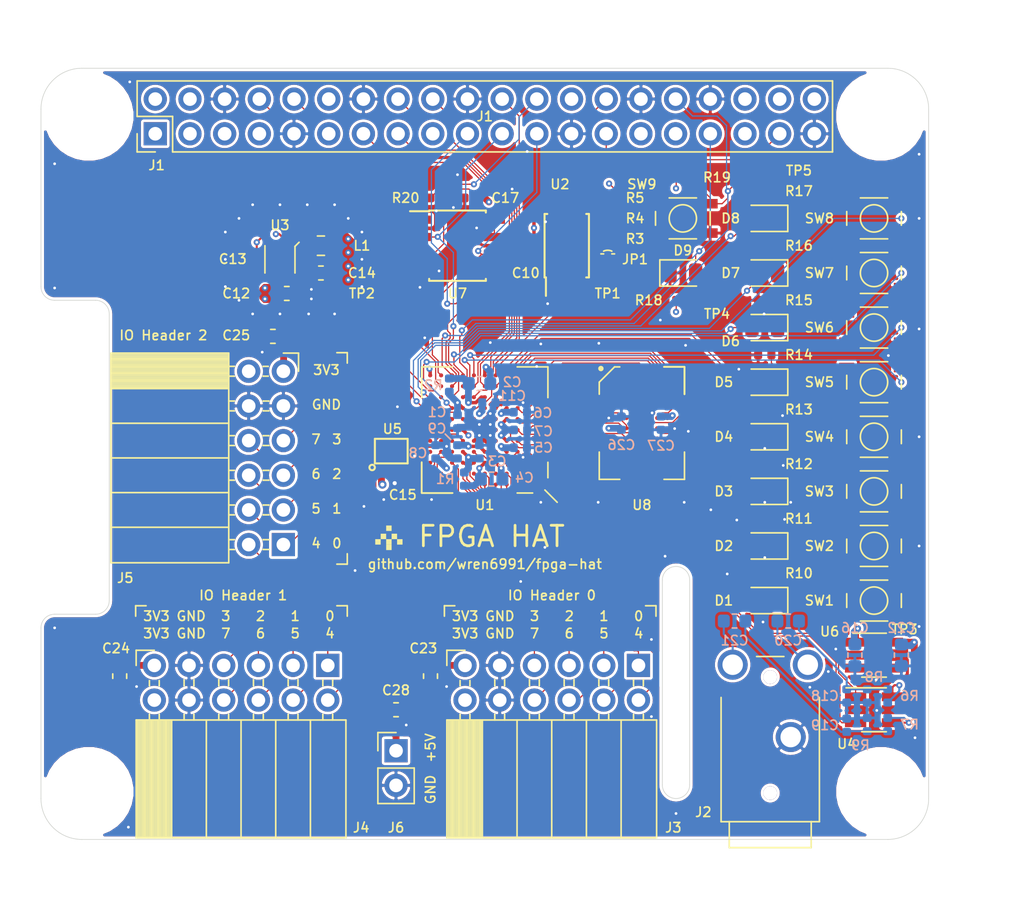
<source format=kicad_pcb>
(kicad_pcb (version 20171130) (host pcbnew 5.1.2+dfsg1-1)
  (layers (0 F.Cu signal) (1 In1.Cu power hide) (2 In2.Cu power) (31 B.Cu signal) (34 B.Paste user hide) (35 F.Paste user hide) (36 B.SilkS user hide) (37 F.SilkS user) (38 B.Mask user hide) (39 F.Mask user hide) (44 Edge.Cuts user))
  (net 0 "")
  (net 1 GND)
  (net 2 +1V2)
  (net 3 "Net-(C2-Pad2)")
  (net 4 "Net-(C2-Pad1)")
  (net 5 "Net-(C4-Pad2)")
  (net 6 "Net-(C4-Pad1)")
  (net 7 +3V3)
  (net 8 +5V)
  (net 9 "Net-(C13-Pad2)")
  (net 10 "Net-(C18-Pad1)")
  (net 11 "Net-(C19-Pad1)")
  (net 12 "Net-(C20-Pad1)")
  (net 13 "Net-(C21-Pad1)")
  (net 14 +3.3VDAC)
  (net 15 "Net-(D1-Pad1)")
  (net 16 /LED0)
  (net 17 /LED1)
  (net 18 "Net-(D2-Pad1)")
  (net 19 "Net-(D3-Pad1)")
  (net 20 /LED2)
  (net 21 /LED3)
  (net 22 "Net-(D4-Pad1)")
  (net 23 /LED4)
  (net 24 "Net-(D5-Pad1)")
  (net 25 "Net-(D6-Pad1)")
  (net 26 /LED5)
  (net 27 /LED6)
  (net 28 "Net-(D7-Pad1)")
  (net 29 "Net-(D8-Pad1)")
  (net 30 /LED7)
  (net 31 /GP13_FPGA_CDONE)
  (net 32 "Net-(J1-Pad3)")
  (net 33 "Net-(J1-Pad5)")
  (net 34 "Net-(J1-Pad7)")
  (net 35 /GP14_UART_TXD)
  (net 36 /GP15_UART_RXD)
  (net 37 "Net-(J1-Pad11)")
  (net 38 "Net-(J1-Pad12)")
  (net 39 /GP27_SDIO_DAT3)
  (net 40 /GP22_SDIO_CLK)
  (net 41 /GP23_SDIO_CMD)
  (net 42 /GP24_SDIO_DAT0)
  (net 43 /GP10_SPI_MOSI)
  (net 44 /GP9_SPI_MISO)
  (net 45 /GP25_SDIO_DAT1)
  (net 46 /GP11_SPI_SCK)
  (net 47 /GP8_SPI_~CS)
  (net 48 "Net-(J1-Pad26)")
  (net 49 /ID_SD)
  (net 50 /ID_SC)
  (net 51 "Net-(J1-Pad29)")
  (net 52 "Net-(J1-Pad31)")
  (net 53 /GP12_FPGA_~RST)
  (net 54 "Net-(J1-Pad35)")
  (net 55 "Net-(J1-Pad36)")
  (net 56 /GP26_SDIO_DAT2)
  (net 57 "Net-(J1-Pad38)")
  (net 58 "Net-(J1-Pad40)")
  (net 59 /IO0_0)
  (net 60 /IO0_1)
  (net 61 /IO0_2)
  (net 62 /IO0_3)
  (net 63 /IO0_4)
  (net 64 /IO0_5)
  (net 65 /IO0_6)
  (net 66 /IO0_7)
  (net 67 /IO1_7)
  (net 68 /IO1_6)
  (net 69 /IO1_5)
  (net 70 /IO1_4)
  (net 71 /IO1_3)
  (net 72 /IO1_2)
  (net 73 /IO1_1)
  (net 74 /IO1_0)
  (net 75 /IO2_0)
  (net 76 /IO2_1)
  (net 77 /IO2_2)
  (net 78 /IO2_3)
  (net 79 /IO2_4)
  (net 80 /IO2_5)
  (net 81 /IO2_6)
  (net 82 /IO2_7)
  (net 83 "Net-(JP1-Pad1)")
  (net 84 "Net-(L1-Pad1)")
  (net 85 "Net-(R6-Pad2)")
  (net 86 "Net-(R7-Pad2)")
  (net 87 /SW0)
  (net 88 /SW1)
  (net 89 /SW2)
  (net 90 /SW3)
  (net 91 /SW4)
  (net 92 /SW5)
  (net 93 /SW6)
  (net 94 /SW7)
  (net 95 /SRAM_DQ0)
  (net 96 /SRAM_DQ5)
  (net 97 /SRAM_DQ7)
  (net 98 /SRAM_DQ6)
  (net 99 /SRAM_DQ12)
  (net 100 /SRAM_A9)
  (net 101 /SRAM_A2)
  (net 102 /SRAM_A4)
  (net 103 /SRAM_A5)
  (net 104 /SRAM_A10)
  (net 105 /SRAM_DQ1)
  (net 106 /SRAM_DQ4)
  (net 107 /SRAM_DQ8)
  (net 108 /SRAM_DQ10)
  (net 109 /SRAM_DQ13)
  (net 110 /SRAM_DQ15)
  (net 111 /SRAM_A3)
  (net 112 /SRAM_A7)
  (net 113 /SRAM_A6)
  (net 114 /SRAM_A12)
  (net 115 /SRAM_DQ3)
  (net 116 /SRAM_DQ9)
  (net 117 /SRAM_DQ11)
  (net 118 /SRAM_A8)
  (net 119 /SRAM_A0)
  (net 120 /SRAM_A1)
  (net 121 /SRAM_A11)
  (net 122 /SRAM_A13)
  (net 123 /SRAM_A15)
  (net 124 /SRAM_DQ2)
  (net 125 /SRAM_DQ14)
  (net 126 /SRAM_A14)
  (net 127 /SRAM_A17)
  (net 128 /SRAM_A16)
  (net 129 /SRAM_~WE)
  (net 130 /SRAM_~OE)
  (net 131 /SRAM_~LB)
  (net 132 /SRAM_~UB)
  (net 133 /AUDIO_R_PWM)
  (net 134 "Net-(U1-PadB10)")
  (net 135 /CLK_OSC)
  (net 136 /AUDIO_L_PWM)
  (module fpga_hat:MOUNTHOLE_M2.5 (layer F.Cu) (at 161.5 133)
    (fp_text reference REF** hide)
    (fp_text value MOUNTHOLE_M2.5 hide)
    (pad "" np_thru_hole circle (at 0 0) (size 2.75 2.75) (drill 2.75) (layers *.Cu *.Mask) (clearance 1.9) (thermal_gap 1.9))
  )
  (module fpga_hat:MOUNTHOLE_M2.5 (layer F.Cu) (at 161.5 83.5)
    (fp_text reference REF** hide)
    (fp_text value MOUNTHOLE_M2.5 hide)
    (pad "" np_thru_hole circle (at 0 0) (size 2.75 2.75) (drill 2.75) (layers *.Cu *.Mask) (clearance 1.9) (thermal_gap 1.9))
  )
  (module fpga_hat:MOUNTHOLE_M2.5 (layer F.Cu) (at 103.5 133)
    (fp_text reference REF** hide)
    (fp_text value MOUNTHOLE_M2.5 hide)
    (pad "" np_thru_hole circle (at 0 0) (size 2.75 2.75) (drill 2.75) (layers *.Cu *.Mask) (clearance 1.9) (thermal_gap 1.9))
  )
  (module fpga_hat:MOUNTHOLE_M2.5 (layer F.Cu) (at 103.5 83.5)
    (fp_text reference REF** hide)
    (fp_text value MOUNTHOLE_M2.5 hide)
    (pad "" np_thru_hole circle (at 0 0) (size 2.75 2.75) (drill 2.75) (layers *.Cu *.Mask) (clearance 1.9) (thermal_gap 1.9))
  )
  (module fpga_hat:github_avatar (layer F.Cu) (at 125.476 114.3)
    (fp_text reference REF** hide)
    (fp_text value github_avatar hide)
  )
  (module Capacitor_SMD:C_0603_1608Metric (layer F.Cu) (at 105.7656 124.5363 270)
    (fp_text reference C24 (at -2.0363 0.2656 180) (layer F.SilkS) (effects (font (size 0.7 0.7) (thickness 0.12))))
    (fp_text value 1u)
    (pad 1 smd roundrect (at -0.7875 0 270) (size 0.875 0.95) (layers F.Cu F.Paste F.Mask) (net 7 +3V3))
    (pad 2 smd roundrect (at 0.7875 0 270) (size 0.875 0.95) (layers F.Cu F.Paste F.Mask) (net 1 GND))
  )
  (module Connector_PinHeader_2.54mm:PinHeader_2x20_P2.54mm_Vertical (layer F.Cu) (at 108.37 84.8 90)
    (fp_text reference J1 (at -2.31 0.1 180) (layer F.SilkS) (effects (font (size 0.7 0.7) (thickness 0.12))))
    (fp_text value 2x20)
    (fp_text user %R (at 1.27 24.13) (layer F.SilkS) (effects (font (size 0.7 0.7) (thickness 0.12))))
    (pad 1 thru_hole rect (at 0 0 90) (size 1.7 1.7) (drill 1) (layers *.Cu *.Mask) (net 7 +3V3))
    (pad 2 thru_hole oval (at 2.54 0 90) (size 1.7 1.7) (drill 1) (layers *.Cu *.Mask) (net 8 +5V))
    (pad 3 thru_hole oval (at 0 2.54 90) (size 1.7 1.7) (drill 1) (layers *.Cu *.Mask) (net 32 "Net-(J1-Pad3)"))
    (pad 4 thru_hole oval (at 2.54 2.54 90) (size 1.7 1.7) (drill 1) (layers *.Cu *.Mask) (net 8 +5V))
    (pad 5 thru_hole oval (at 0 5.08 90) (size 1.7 1.7) (drill 1) (layers *.Cu *.Mask) (net 33 "Net-(J1-Pad5)"))
    (pad 6 thru_hole oval (at 2.54 5.08 90) (size 1.7 1.7) (drill 1) (layers *.Cu *.Mask) (net 1 GND))
    (pad 7 thru_hole oval (at 0 7.62 90) (size 1.7 1.7) (drill 1) (layers *.Cu *.Mask) (net 34 "Net-(J1-Pad7)"))
    (pad 8 thru_hole oval (at 2.54 7.62 90) (size 1.7 1.7) (drill 1) (layers *.Cu *.Mask) (net 35 /GP14_UART_TXD))
    (pad 9 thru_hole oval (at 0 10.16 90) (size 1.7 1.7) (drill 1) (layers *.Cu *.Mask) (net 1 GND))
    (pad 10 thru_hole oval (at 2.54 10.16 90) (size 1.7 1.7) (drill 1) (layers *.Cu *.Mask) (net 36 /GP15_UART_RXD))
    (pad 11 thru_hole oval (at 0 12.7 90) (size 1.7 1.7) (drill 1) (layers *.Cu *.Mask) (net 37 "Net-(J1-Pad11)"))
    (pad 12 thru_hole oval (at 2.54 12.7 90) (size 1.7 1.7) (drill 1) (layers *.Cu *.Mask) (net 38 "Net-(J1-Pad12)"))
    (pad 13 thru_hole oval (at 0 15.24 90) (size 1.7 1.7) (drill 1) (layers *.Cu *.Mask) (net 39 /GP27_SDIO_DAT3))
    (pad 14 thru_hole oval (at 2.54 15.24 90) (size 1.7 1.7) (drill 1) (layers *.Cu *.Mask) (net 1 GND))
    (pad 15 thru_hole oval (at 0 17.78 90) (size 1.7 1.7) (drill 1) (layers *.Cu *.Mask) (net 40 /GP22_SDIO_CLK))
    (pad 16 thru_hole oval (at 2.54 17.78 90) (size 1.7 1.7) (drill 1) (layers *.Cu *.Mask) (net 41 /GP23_SDIO_CMD))
    (pad 17 thru_hole oval (at 0 20.32 90) (size 1.7 1.7) (drill 1) (layers *.Cu *.Mask) (net 7 +3V3))
    (pad 18 thru_hole oval (at 2.54 20.32 90) (size 1.7 1.7) (drill 1) (layers *.Cu *.Mask) (net 42 /GP24_SDIO_DAT0))
    (pad 19 thru_hole oval (at 0 22.86 90) (size 1.7 1.7) (drill 1) (layers *.Cu *.Mask) (net 43 /GP10_SPI_MOSI))
    (pad 20 thru_hole oval (at 2.54 22.86 90) (size 1.7 1.7) (drill 1) (layers *.Cu *.Mask) (net 1 GND))
    (pad 21 thru_hole oval (at 0 25.4 90) (size 1.7 1.7) (drill 1) (layers *.Cu *.Mask) (net 44 /GP9_SPI_MISO))
    (pad 22 thru_hole oval (at 2.54 25.4 90) (size 1.7 1.7) (drill 1) (layers *.Cu *.Mask) (net 45 /GP25_SDIO_DAT1))
    (pad 23 thru_hole oval (at 0 27.94 90) (size 1.7 1.7) (drill 1) (layers *.Cu *.Mask) (net 46 /GP11_SPI_SCK))
    (pad 24 thru_hole oval (at 2.54 27.94 90) (size 1.7 1.7) (drill 1) (layers *.Cu *.Mask) (net 47 /GP8_SPI_~CS))
    (pad 25 thru_hole oval (at 0 30.48 90) (size 1.7 1.7) (drill 1) (layers *.Cu *.Mask) (net 1 GND))
    (pad 26 thru_hole oval (at 2.54 30.48 90) (size 1.7 1.7) (drill 1) (layers *.Cu *.Mask) (net 48 "Net-(J1-Pad26)"))
    (pad 27 thru_hole oval (at 0 33.02 90) (size 1.7 1.7) (drill 1) (layers *.Cu *.Mask) (net 49 /ID_SD))
    (pad 28 thru_hole oval (at 2.54 33.02 90) (size 1.7 1.7) (drill 1) (layers *.Cu *.Mask) (net 50 /ID_SC))
    (pad 29 thru_hole oval (at 0 35.56 90) (size 1.7 1.7) (drill 1) (layers *.Cu *.Mask) (net 51 "Net-(J1-Pad29)"))
    (pad 30 thru_hole oval (at 2.54 35.56 90) (size 1.7 1.7) (drill 1) (layers *.Cu *.Mask) (net 1 GND))
    (pad 31 thru_hole oval (at 0 38.1 90) (size 1.7 1.7) (drill 1) (layers *.Cu *.Mask) (net 52 "Net-(J1-Pad31)"))
    (pad 32 thru_hole oval (at 2.54 38.1 90) (size 1.7 1.7) (drill 1) (layers *.Cu *.Mask) (net 53 /GP12_FPGA_~RST))
    (pad 33 thru_hole oval (at 0 40.64 90) (size 1.7 1.7) (drill 1) (layers *.Cu *.Mask) (net 31 /GP13_FPGA_CDONE))
    (pad 34 thru_hole oval (at 2.54 40.64 90) (size 1.7 1.7) (drill 1) (layers *.Cu *.Mask) (net 1 GND))
    (pad 35 thru_hole oval (at 0 43.18 90) (size 1.7 1.7) (drill 1) (layers *.Cu *.Mask) (net 54 "Net-(J1-Pad35)"))
    (pad 36 thru_hole oval (at 2.54 43.18 90) (size 1.7 1.7) (drill 1) (layers *.Cu *.Mask) (net 55 "Net-(J1-Pad36)"))
    (pad 37 thru_hole oval (at 0 45.72 90) (size 1.7 1.7) (drill 1) (layers *.Cu *.Mask) (net 56 /GP26_SDIO_DAT2))
    (pad 38 thru_hole oval (at 2.54 45.72 90) (size 1.7 1.7) (drill 1) (layers *.Cu *.Mask) (net 57 "Net-(J1-Pad38)"))
    (pad 39 thru_hole oval (at 0 48.26 90) (size 1.7 1.7) (drill 1) (layers *.Cu *.Mask) (net 1 GND))
    (pad 40 thru_hole oval (at 2.54 48.26 90) (size 1.7 1.7) (drill 1) (layers *.Cu *.Mask) (net 58 "Net-(J1-Pad40)"))
  )
  (module fpga_hat:PTS815 (layer F.Cu) (at 161 103 270)
    (fp_text reference SW5 (at 0 4) (layer F.SilkS) (effects (font (size 0.7 0.7) (thickness 0.12))))
    (fp_text value PTS815)
    (pad 1 smd rect (at -1.075 -2) (size 1.1 0.7) (layers F.Cu F.Paste F.Mask) (net 91 /SW4))
    (pad 2 smd rect (at 1.075 -2) (size 1.1 0.7) (layers F.Cu F.Paste F.Mask) (net 1 GND))
    (pad ~ smd rect (at 1.075 2) (size 1.1 0.7) (layers F.Cu F.Paste F.Mask))
    (pad ~ smd rect (at -1.075 2) (size 1.1 0.7) (layers F.Cu F.Paste F.Mask))
  )
  (module fpga_hat:BGA-121_11x11_9.0x9.0mm (layer F.Cu) (at 132.5 106.5 180)
    (fp_text reference U1 (at 0 -5.5) (layer F.SilkS) (effects (font (size 0.7 0.7) (thickness 0.12))))
    (fp_text value iCE40-HX8k-BG121)
    (pad A1 smd circle (at -4 -4 180) (size 0.3 0.3) (layers F.Cu F.Paste F.Mask) (net 97 /SRAM_DQ7))
    (pad B1 smd circle (at -4 -3.2 180) (size 0.3 0.3) (layers F.Cu F.Paste F.Mask) (net 129 /SRAM_~WE))
    (pad C1 smd circle (at -4 -2.4 180) (size 0.3 0.3) (layers F.Cu F.Paste F.Mask) (net 100 /SRAM_A9))
    (pad D1 smd circle (at -4 -1.6 180) (size 0.3 0.3) (layers F.Cu F.Paste F.Mask) (net 114 /SRAM_A12))
    (pad E1 smd circle (at -4 -0.8 180) (size 0.3 0.3) (layers F.Cu F.Paste F.Mask) (net 125 /SRAM_DQ14))
    (pad F1 smd circle (at -4 0 180) (size 0.3 0.3) (layers F.Cu F.Paste F.Mask) (net 99 /SRAM_DQ12))
    (pad G1 smd circle (at -4 0.8 180) (size 0.3 0.3) (layers F.Cu F.Paste F.Mask) (net 107 /SRAM_DQ8))
    (pad H1 smd circle (at -4 1.6 180) (size 0.3 0.3) (layers F.Cu F.Paste F.Mask) (net 132 /SRAM_~UB))
    (pad J1 smd circle (at -4 2.4 180) (size 0.3 0.3) (layers F.Cu F.Paste F.Mask) (net 119 /SRAM_A0))
    (pad K1 smd circle (at -4 3.2 180) (size 0.3 0.3) (layers F.Cu F.Paste F.Mask) (net 102 /SRAM_A4))
    (pad L1 smd circle (at -4 4 180) (size 0.3 0.3) (layers F.Cu F.Paste F.Mask) (net 95 /SRAM_DQ0))
    (pad A2 smd circle (at -3.2 -4 180) (size 0.3 0.3) (layers F.Cu F.Paste F.Mask) (net 96 /SRAM_DQ5))
    (pad B2 smd circle (at -3.2 -3.2 180) (size 0.3 0.3) (layers F.Cu F.Paste F.Mask) (net 104 /SRAM_A10))
    (pad C2 smd circle (at -3.2 -2.4 180) (size 0.3 0.3) (layers F.Cu F.Paste F.Mask) (net 122 /SRAM_A13))
    (pad D2 smd circle (at -3.2 -1.6 180) (size 0.3 0.3) (layers F.Cu F.Paste F.Mask) (net 118 /SRAM_A8))
    (pad E2 smd circle (at -3.2 -0.8 180) (size 0.3 0.3) (layers F.Cu F.Paste F.Mask) (net 109 /SRAM_DQ13))
    (pad F2 smd circle (at -3.2 0 180) (size 0.3 0.3) (layers F.Cu F.Paste F.Mask) (net 116 /SRAM_DQ9))
    (pad G2 smd circle (at -3.2 0.8 180) (size 0.3 0.3) (layers F.Cu F.Paste F.Mask) (net 108 /SRAM_DQ10))
    (pad H2 smd circle (at -3.2 1.6 180) (size 0.3 0.3) (layers F.Cu F.Paste F.Mask) (net 130 /SRAM_~OE))
    (pad J2 smd circle (at -3.2 2.4 180) (size 0.3 0.3) (layers F.Cu F.Paste F.Mask) (net 111 /SRAM_A3))
    (pad K2 smd circle (at -3.2 3.2 180) (size 0.3 0.3) (layers F.Cu F.Paste F.Mask) (net 120 /SRAM_A1))
    (pad L2 smd circle (at -3.2 4 180) (size 0.3 0.3) (layers F.Cu F.Paste F.Mask) (net 113 /SRAM_A6))
    (pad A3 smd circle (at -2.4 -4 180) (size 0.3 0.3) (layers F.Cu F.Paste F.Mask) (net 106 /SRAM_DQ4))
    (pad B3 smd circle (at -2.4 -3.2 180) (size 0.3 0.3) (layers F.Cu F.Paste F.Mask) (net 98 /SRAM_DQ6))
    (pad C3 smd circle (at -2.4 -2.4 180) (size 0.3 0.3) (layers F.Cu F.Paste F.Mask) (net 123 /SRAM_A15))
    (pad D3 smd circle (at -2.4 -1.6 180) (size 0.3 0.3) (layers F.Cu F.Paste F.Mask) (net 121 /SRAM_A11))
    (pad E3 smd circle (at -2.4 -0.8 180) (size 0.3 0.3) (layers F.Cu F.Paste F.Mask) (net 126 /SRAM_A14))
    (pad F3 smd circle (at -2.4 0 180) (size 0.3 0.3) (layers F.Cu F.Paste F.Mask) (net 127 /SRAM_A17))
    (pad G3 smd circle (at -2.4 0.8 180) (size 0.3 0.3) (layers F.Cu F.Paste F.Mask) (net 117 /SRAM_DQ11))
    (pad H3 smd circle (at -2.4 1.6 180) (size 0.3 0.3) (layers F.Cu F.Paste F.Mask) (net 131 /SRAM_~LB))
    (pad J3 smd circle (at -2.4 2.4 180) (size 0.3 0.3) (layers F.Cu F.Paste F.Mask) (net 103 /SRAM_A5))
    (pad K3 smd circle (at -2.4 3.2 180) (size 0.3 0.3) (layers F.Cu F.Paste F.Mask) (net 101 /SRAM_A2))
    (pad L3 smd circle (at -2.4 4 180) (size 0.3 0.3) (layers F.Cu F.Paste F.Mask) (net 105 /SRAM_DQ1))
    (pad A4 smd circle (at -1.6 -4 180) (size 0.3 0.3) (layers F.Cu F.Paste F.Mask) (net 89 /SW2))
    (pad B4 smd circle (at -1.6 -3.2 180) (size 0.3 0.3) (layers F.Cu F.Paste F.Mask) (net 21 /LED3))
    (pad C4 smd circle (at -1.6 -2.4 180) (size 0.3 0.3) (layers F.Cu F.Paste F.Mask) (net 90 /SW3))
    (pad D4 smd circle (at -1.6 -1.6 180) (size 0.3 0.3) (layers F.Cu F.Paste F.Mask) (net 2 +1V2))
    (pad E4 smd circle (at -1.6 -0.8 180) (size 0.3 0.3) (layers F.Cu F.Paste F.Mask) (net 7 +3V3))
    (pad F4 smd circle (at -1.6 0 180) (size 0.3 0.3) (layers F.Cu F.Paste F.Mask) (net 110 /SRAM_DQ15))
    (pad G4 smd circle (at -1.6 0.8 180) (size 0.3 0.3) (layers F.Cu F.Paste F.Mask) (net 7 +3V3))
    (pad H4 smd circle (at -1.6 1.6 180) (size 0.3 0.3) (layers F.Cu F.Paste F.Mask) (net 2 +1V2))
    (pad J4 smd circle (at -1.6 2.4 180) (size 0.3 0.3) (layers F.Cu F.Paste F.Mask) (net 124 /SRAM_DQ2))
    (pad K4 smd circle (at -1.6 3.2 180) (size 0.3 0.3) (layers F.Cu F.Paste F.Mask) (net 115 /SRAM_DQ3))
    (pad L4 smd circle (at -1.6 4 180) (size 0.3 0.3) (layers F.Cu F.Paste F.Mask) (net 112 /SRAM_A7))
    (pad A5 smd circle (at -0.8 -4 180) (size 0.3 0.3) (layers F.Cu F.Paste F.Mask) (net 88 /SW1))
    (pad B5 smd circle (at -0.8 -3.2 180) (size 0.3 0.3) (layers F.Cu F.Paste F.Mask) (net 20 /LED2))
    (pad C5 smd circle (at -0.8 -2.4 180) (size 0.3 0.3) (layers F.Cu F.Paste F.Mask) (net 5 "Net-(C4-Pad2)"))
    (pad D5 smd circle (at -0.8 -1.6 180) (size 0.3 0.3) (layers F.Cu F.Paste F.Mask) (net 128 /SRAM_A16))
    (pad E5 smd circle (at -0.8 -0.8 180) (size 0.3 0.3) (layers F.Cu F.Paste F.Mask) (net 1 GND))
    (pad F5 smd circle (at -0.8 0 180) (size 0.3 0.3) (layers F.Cu F.Paste F.Mask) (net 1 GND))
    (pad G5 smd circle (at -0.8 0.8 180) (size 0.3 0.3) (layers F.Cu F.Paste F.Mask) (net 1 GND))
    (pad H5 smd circle (at -0.8 1.6 180) (size 0.3 0.3) (layers F.Cu F.Paste F.Mask) (net 1 GND))
    (pad J5 smd circle (at -0.8 2.4 180) (size 0.3 0.3) (layers F.Cu F.Paste F.Mask) (net 23 /LED4))
    (pad K5 smd circle (at -0.8 3.2 180) (size 0.3 0.3) (layers F.Cu F.Paste F.Mask) (net 56 /GP26_SDIO_DAT2))
    (pad L5 smd circle (at -0.8 4 180) (size 0.3 0.3) (layers F.Cu F.Paste F.Mask) (net 45 /GP25_SDIO_DAT1))
    (pad A6 smd circle (at 0 -4 180) (size 0.3 0.3) (layers F.Cu F.Paste F.Mask) (net 16 /LED0))
    (pad B6 smd circle (at 0 -3.2 180) (size 0.3 0.3) (layers F.Cu F.Paste F.Mask) (net 87 /SW0))
    (pad C6 smd circle (at 0 -2.4 180) (size 0.3 0.3) (layers F.Cu F.Paste F.Mask) (net 6 "Net-(C4-Pad1)"))
    (pad D6 smd circle (at 0 -1.6 180) (size 0.3 0.3) (layers F.Cu F.Paste F.Mask) (net 7 +3V3))
    (pad E6 smd circle (at 0 -0.8 180) (size 0.3 0.3) (layers F.Cu F.Paste F.Mask) (net 1 GND))
    (pad F6 smd circle (at 0 0 180) (size 0.3 0.3) (layers F.Cu F.Paste F.Mask) (net 1 GND))
    (pad G6 smd circle (at 0 0.8 180) (size 0.3 0.3) (layers F.Cu F.Paste F.Mask) (net 1 GND))
    (pad H6 smd circle (at 0 1.6 180) (size 0.3 0.3) (layers F.Cu F.Paste F.Mask) (net 7 +3V3))
    (pad J6 smd circle (at 0 2.4 180) (size 0.3 0.3) (layers F.Cu F.Paste F.Mask) (net 4 "Net-(C2-Pad1)"))
    (pad K6 smd circle (at 0 3.2 180) (size 0.3 0.3) (layers F.Cu F.Paste F.Mask) (net 40 /GP22_SDIO_CLK))
    (pad L6 smd circle (at 0 4 180) (size 0.3 0.3) (layers F.Cu F.Paste F.Mask) (net 3 "Net-(C2-Pad2)"))
    (pad A7 smd circle (at 0.8 -4 180) (size 0.3 0.3) (layers F.Cu F.Paste F.Mask) (net 63 /IO0_4))
    (pad B7 smd circle (at 0.8 -3.2 180) (size 0.3 0.3) (layers F.Cu F.Paste F.Mask) (net 136 /AUDIO_L_PWM))
    (pad C7 smd circle (at 0.8 -2.4 180) (size 0.3 0.3) (layers F.Cu F.Paste F.Mask) (net 133 /AUDIO_R_PWM))
    (pad D7 smd circle (at 0.8 -1.6 180) (size 0.3 0.3) (layers F.Cu F.Paste F.Mask) (net 17 /LED1))
    (pad E7 smd circle (at 0.8 -0.8 180) (size 0.3 0.3) (layers F.Cu F.Paste F.Mask) (net 1 GND))
    (pad F7 smd circle (at 0.8 0 180) (size 0.3 0.3) (layers F.Cu F.Paste F.Mask) (net 1 GND))
    (pad G7 smd circle (at 0.8 0.8 180) (size 0.3 0.3) (layers F.Cu F.Paste F.Mask) (net 1 GND))
    (pad H7 smd circle (at 0.8 1.6 180) (size 0.3 0.3) (layers F.Cu F.Paste F.Mask) (net 42 /GP24_SDIO_DAT0))
    (pad J7 smd circle (at 0.8 2.4 180) (size 0.3 0.3) (layers F.Cu F.Paste F.Mask) (net 41 /GP23_SDIO_CMD))
    (pad K7 smd circle (at 0.8 3.2 180) (size 0.3 0.3) (layers F.Cu F.Paste F.Mask) (net 39 /GP27_SDIO_DAT3))
    (pad L7 smd circle (at 0.8 4 180) (size 0.3 0.3) (layers F.Cu F.Paste F.Mask) (net 92 /SW5))
    (pad A8 smd circle (at 1.6 -4 180) (size 0.3 0.3) (layers F.Cu F.Paste F.Mask) (net 60 /IO0_1))
    (pad B8 smd circle (at 1.6 -3.2 180) (size 0.3 0.3) (layers F.Cu F.Paste F.Mask) (net 64 /IO0_5))
    (pad C8 smd circle (at 1.6 -2.4 180) (size 0.3 0.3) (layers F.Cu F.Paste F.Mask) (net 59 /IO0_0))
    (pad D8 smd circle (at 1.6 -1.6 180) (size 0.3 0.3) (layers F.Cu F.Paste F.Mask) (net 2 +1V2))
    (pad E8 smd circle (at 1.6 -0.8 180) (size 0.3 0.3) (layers F.Cu F.Paste F.Mask) (net 79 /IO2_4))
    (pad F8 smd circle (at 1.6 0 180) (size 0.3 0.3) (layers F.Cu F.Paste F.Mask) (net 7 +3V3))
    (pad G8 smd circle (at 1.6 0.8 180) (size 0.3 0.3) (layers F.Cu F.Paste F.Mask) (net 78 /IO2_3))
    (pad H8 smd circle (at 1.6 1.6 180) (size 0.3 0.3) (layers F.Cu F.Paste F.Mask) (net 2 +1V2))
    (pad J8 smd circle (at 1.6 2.4 180) (size 0.3 0.3) (layers F.Cu F.Paste F.Mask) (net 91 /SW4))
    (pad K8 smd circle (at 1.6 3.2 180) (size 0.3 0.3) (layers F.Cu F.Paste F.Mask) (net 31 /GP13_FPGA_CDONE))
    (pad L8 smd circle (at 1.6 4 180) (size 0.3 0.3) (layers F.Cu F.Paste F.Mask) (net 26 /LED5))
    (pad A9 smd circle (at 2.4 -4 180) (size 0.3 0.3) (layers F.Cu F.Paste F.Mask) (net 61 /IO0_2))
    (pad B9 smd circle (at 2.4 -3.2 180) (size 0.3 0.3) (layers F.Cu F.Paste F.Mask) (net 66 /IO0_7))
    (pad C9 smd circle (at 2.4 -2.4 180) (size 0.3 0.3) (layers F.Cu F.Paste F.Mask) (net 65 /IO0_6))
    (pad D9 smd circle (at 2.4 -1.6 180) (size 0.3 0.3) (layers F.Cu F.Paste F.Mask) (net 74 /IO1_0))
    (pad E9 smd circle (at 2.4 -0.8 180) (size 0.3 0.3) (layers F.Cu F.Paste F.Mask) (net 67 /IO1_7))
    (pad F9 smd circle (at 2.4 0 180) (size 0.3 0.3) (layers F.Cu F.Paste F.Mask) (net 76 /IO2_1))
    (pad G9 smd circle (at 2.4 0.8 180) (size 0.3 0.3) (layers F.Cu F.Paste F.Mask) (net 82 /IO2_7))
    (pad H9 smd circle (at 2.4 1.6 180) (size 0.3 0.3) (layers F.Cu F.Paste F.Mask) (net 94 /SW7))
    (pad J9 smd circle (at 2.4 2.4 180) (size 0.3 0.3) (layers F.Cu F.Paste F.Mask) (net 44 /GP9_SPI_MISO))
    (pad K9 smd circle (at 2.4 3.2 180) (size 0.3 0.3) (layers F.Cu F.Paste F.Mask) (net 43 /GP10_SPI_MOSI))
    (pad L9 smd circle (at 2.4 4 180) (size 0.3 0.3) (layers F.Cu F.Paste F.Mask) (net 53 /GP12_FPGA_~RST))
    (pad A10 smd circle (at 3.2 -4 180) (size 0.3 0.3) (layers F.Cu F.Paste F.Mask) (net 62 /IO0_3))
    (pad B10 smd circle (at 3.2 -3.2 180) (size 0.3 0.3) (layers F.Cu F.Paste F.Mask) (net 134 "Net-(U1-PadB10)"))
    (pad C10 smd circle (at 3.2 -2.4 180) (size 0.3 0.3) (layers F.Cu F.Paste F.Mask) (net 7 +3V3))
    (pad D10 smd circle (at 3.2 -1.6 180) (size 0.3 0.3) (layers F.Cu F.Paste F.Mask) (net 73 /IO1_1))
    (pad E10 smd circle (at 3.2 -0.8 180) (size 0.3 0.3) (layers F.Cu F.Paste F.Mask) (net 135 /CLK_OSC))
    (pad F10 smd circle (at 3.2 0 180) (size 0.3 0.3) (layers F.Cu F.Paste F.Mask) (net 75 /IO2_0))
    (pad G10 smd circle (at 3.2 0.8 180) (size 0.3 0.3) (layers F.Cu F.Paste F.Mask) (net 81 /IO2_6))
    (pad H10 smd circle (at 3.2 1.6 180) (size 0.3 0.3) (layers F.Cu F.Paste F.Mask) (net 35 /GP14_UART_TXD))
    (pad J10 smd circle (at 3.2 2.4 180) (size 0.3 0.3) (layers F.Cu F.Paste F.Mask) (net 36 /GP15_UART_RXD))
    (pad K10 smd circle (at 3.2 3.2 180) (size 0.3 0.3) (layers F.Cu F.Paste F.Mask) (net 47 /GP8_SPI_~CS))
    (pad L10 smd circle (at 3.2 4 180) (size 0.3 0.3) (layers F.Cu F.Paste F.Mask) (net 46 /GP11_SPI_SCK))
    (pad A11 smd circle (at 4 -4 180) (size 0.3 0.3) (layers F.Cu F.Paste F.Mask) (net 70 /IO1_4))
    (pad B11 smd circle (at 4 -3.2 180) (size 0.3 0.3) (layers F.Cu F.Paste F.Mask) (net 69 /IO1_5))
    (pad C11 smd circle (at 4 -2.4 180) (size 0.3 0.3) (layers F.Cu F.Paste F.Mask) (net 68 /IO1_6))
    (pad D11 smd circle (at 4 -1.6 180) (size 0.3 0.3) (layers F.Cu F.Paste F.Mask) (net 72 /IO1_2))
    (pad E11 smd circle (at 4 -0.8 180) (size 0.3 0.3) (layers F.Cu F.Paste F.Mask) (net 71 /IO1_3))
    (pad F11 smd circle (at 4 0 180) (size 0.3 0.3) (layers F.Cu F.Paste F.Mask) (net 80 /IO2_5))
    (pad G11 smd circle (at 4 0.8 180) (size 0.3 0.3) (layers F.Cu F.Paste F.Mask) (net 77 /IO2_2))
    (pad H11 smd circle (at 4 1.6 180) (size 0.3 0.3) (layers F.Cu F.Paste F.Mask) (net 30 /LED7))
    (pad J11 smd circle (at 4 2.4 180) (size 0.3 0.3) (layers F.Cu F.Paste F.Mask) (net 27 /LED6))
    (pad K11 smd circle (at 4 3.2 180) (size 0.3 0.3) (layers F.Cu F.Paste F.Mask) (net 93 /SW6))
    (pad L11 smd circle (at 4 4 180) (size 0.3 0.3) (layers F.Cu F.Paste F.Mask) (net 7 +3V3))
  )
  (module Capacitor_SMD:C_0402_1005Metric (layer B.Cu) (at 128.9 108.1 90)
    (fp_text reference C8 (at -0.1 -1.3 180) (layer B.SilkS) (effects (font (size 0.7 0.7) (thickness 0.12)) (justify mirror)))
    (fp_text value 100n)
    (pad 2 smd roundrect (at 0.485 0 90) (size 0.59 0.64) (layers B.Cu B.Paste B.Mask) (net 1 GND))
    (pad 1 smd roundrect (at -0.485 0 90) (size 0.59 0.64) (layers B.Cu B.Paste B.Mask) (net 7 +3V3))
  )
  (module Capacitor_SMD:C_0402_1005Metric (layer B.Cu) (at 130.5 105.885 270)
    (fp_text reference C1 (at -0.685 1.5) (layer B.SilkS) (effects (font (size 0.7 0.7) (thickness 0.12)) (justify mirror)))
    (fp_text value 100n)
    (pad 2 smd roundrect (at 0.485 0 270) (size 0.59 0.64) (layers B.Cu B.Paste B.Mask) (net 1 GND))
    (pad 1 smd roundrect (at -0.485 0 270) (size 0.59 0.64) (layers B.Cu B.Paste B.Mask) (net 2 +1V2))
  )
  (module Capacitor_SMD:C_0603_1608Metric (layer B.Cu) (at 132.1125 103.1)
    (fp_text reference C2 (at 2.3875 -0.1) (layer B.SilkS) (effects (font (size 0.7 0.7) (thickness 0.12)) (justify mirror)))
    (fp_text value 4u7)
    (pad 2 smd roundrect (at 0.7875 0) (size 0.875 0.95) (layers B.Cu B.Paste B.Mask) (net 3 "Net-(C2-Pad2)"))
    (pad 1 smd roundrect (at -0.7875 0) (size 0.875 0.95) (layers B.Cu B.Paste B.Mask) (net 4 "Net-(C2-Pad1)"))
  )
  (module Capacitor_SMD:C_0402_1005Metric (layer B.Cu) (at 132.1 108.1 90)
    (fp_text reference C3 (at -0.7 1.3 180) (layer B.SilkS) (effects (font (size 0.7 0.7) (thickness 0.12)) (justify mirror)))
    (fp_text value 100n)
    (pad 1 smd roundrect (at -0.485 0 90) (size 0.59 0.64) (layers B.Cu B.Paste B.Mask) (net 2 +1V2))
    (pad 2 smd roundrect (at 0.485 0 90) (size 0.59 0.64) (layers B.Cu B.Paste B.Mask) (net 1 GND))
  )
  (module Capacitor_SMD:C_0603_1608Metric (layer B.Cu) (at 133 110.1)
    (fp_text reference C4 (at 2.4 -0.1) (layer B.SilkS) (effects (font (size 0.7 0.7) (thickness 0.12)) (justify mirror)))
    (fp_text value 4u7)
    (pad 1 smd roundrect (at -0.7875 0) (size 0.875 0.95) (layers B.Cu B.Paste B.Mask) (net 6 "Net-(C4-Pad1)"))
    (pad 2 smd roundrect (at 0.7875 0) (size 0.875 0.95) (layers B.Cu B.Paste B.Mask) (net 5 "Net-(C4-Pad2)"))
  )
  (module Capacitor_SMD:C_0402_1005Metric (layer B.Cu) (at 135.1 107.8)
    (fp_text reference C5 (at 1.7 0 -180) (layer B.SilkS) (effects (font (size 0.7 0.7) (thickness 0.12)) (justify mirror)))
    (fp_text value 100n)
    (pad 1 smd roundrect (at -0.485 0) (size 0.59 0.64) (layers B.Cu B.Paste B.Mask) (net 2 +1V2))
    (pad 2 smd roundrect (at 0.485 0) (size 0.59 0.64) (layers B.Cu B.Paste B.Mask) (net 1 GND))
  )
  (module Capacitor_SMD:C_0402_1005Metric (layer B.Cu) (at 135.1 105.2)
    (fp_text reference C6 (at 1.65 0.05) (layer B.SilkS) (effects (font (size 0.7 0.7) (thickness 0.12)) (justify mirror)))
    (fp_text value 100n)
    (pad 2 smd roundrect (at 0.485 0) (size 0.59 0.64) (layers B.Cu B.Paste B.Mask) (net 1 GND))
    (pad 1 smd roundrect (at -0.485 0) (size 0.59 0.64) (layers B.Cu B.Paste B.Mask) (net 2 +1V2))
  )
  (module Capacitor_SMD:C_0402_1005Metric (layer B.Cu) (at 135.115 106.5)
    (fp_text reference C7 (at 1.685 0.1 -180) (layer B.SilkS) (effects (font (size 0.7 0.7) (thickness 0.12)) (justify mirror)))
    (fp_text value 100n)
    (pad 2 smd roundrect (at 0.485 0) (size 0.59 0.64) (layers B.Cu B.Paste B.Mask) (net 1 GND))
    (pad 1 smd roundrect (at -0.485 0) (size 0.59 0.64) (layers B.Cu B.Paste B.Mask) (net 7 +3V3))
  )
  (module Capacitor_SMD:C_0402_1005Metric (layer B.Cu) (at 130.5 108.1 270)
    (fp_text reference C9 (at -1.7 1.5 180) (layer B.SilkS) (effects (font (size 0.7 0.7) (thickness 0.12)) (justify mirror)))
    (fp_text value 100n)
    (pad 2 smd roundrect (at 0.485 0 270) (size 0.59 0.64) (layers B.Cu B.Paste B.Mask) (net 1 GND))
    (pad 1 smd roundrect (at -0.485 0 270) (size 0.59 0.64) (layers B.Cu B.Paste B.Mask) (net 7 +3V3))
  )
  (module Capacitor_SMD:C_0402_1005Metric (layer F.Cu) (at 136.1 93 270)
    (fp_text reference C10 (at 2 0.6 180) (layer F.SilkS) (effects (font (size 0.7 0.7) (thickness 0.12))))
    (fp_text value 100n)
    (pad 1 smd roundrect (at -0.485 0 270) (size 0.59 0.64) (layers F.Cu F.Paste F.Mask) (net 7 +3V3))
    (pad 2 smd roundrect (at 0.485 0 270) (size 0.59 0.64) (layers F.Cu F.Paste F.Mask) (net 1 GND))
  )
  (module Capacitor_SMD:C_0402_1005Metric (layer B.Cu) (at 132.8 104.5)
    (fp_text reference C11 (at 1.7 -0.5) (layer B.SilkS) (effects (font (size 0.7 0.7) (thickness 0.12)) (justify mirror)))
    (fp_text value 100n)
    (pad 1 smd roundrect (at -0.485 0) (size 0.59 0.64) (layers B.Cu B.Paste B.Mask) (net 7 +3V3))
    (pad 2 smd roundrect (at 0.485 0) (size 0.59 0.64) (layers B.Cu B.Paste B.Mask) (net 1 GND))
  )
  (module Capacitor_SMD:C_0603_1608Metric (layer F.Cu) (at 118 96.5)
    (fp_text reference C12 (at -3.7 0) (layer F.SilkS) (effects (font (size 0.7 0.7) (thickness 0.12))))
    (fp_text value 4u7)
    (pad 2 smd roundrect (at 0.7875 0) (size 0.875 0.95) (layers F.Cu F.Paste F.Mask) (net 1 GND))
    (pad 1 smd roundrect (at -0.7875 0) (size 0.875 0.95) (layers F.Cu F.Paste F.Mask) (net 8 +5V))
  )
  (module Capacitor_SMD:C_0402_1005Metric (layer F.Cu) (at 115.8 94 270)
    (fp_text reference C13 (at -0.02 1.754 180) (layer F.SilkS) (effects (font (size 0.7 0.7) (thickness 0.12))))
    (fp_text value 560p)
    (pad 1 smd roundrect (at -0.485 0 270) (size 0.59 0.64) (layers F.Cu F.Paste F.Mask) (net 2 +1V2))
    (pad 2 smd roundrect (at 0.485 0 270) (size 0.59 0.64) (layers F.Cu F.Paste F.Mask) (net 9 "Net-(C13-Pad2)"))
  )
  (module Capacitor_SMD:C_0603_1608Metric (layer F.Cu) (at 120.5 95 180)
    (fp_text reference C14 (at -3 0) (layer F.SilkS) (effects (font (size 0.7 0.7) (thickness 0.12))))
    (fp_text value 4u7)
    (pad 2 smd roundrect (at 0.7875 0 180) (size 0.875 0.95) (layers F.Cu F.Paste F.Mask) (net 1 GND))
    (pad 1 smd roundrect (at -0.7875 0 180) (size 0.875 0.95) (layers F.Cu F.Paste F.Mask) (net 2 +1V2))
  )
  (module Capacitor_SMD:C_0402_1005Metric (layer F.Cu) (at 125.415 109.6)
    (fp_text reference C15 (at 1.077 1.652) (layer F.SilkS) (effects (font (size 0.7 0.7) (thickness 0.12))))
    (fp_text value 100n)
    (pad 2 smd roundrect (at 0.485 0) (size 0.59 0.64) (layers F.Cu F.Paste F.Mask) (net 1 GND))
    (pad 1 smd roundrect (at -0.485 0) (size 0.59 0.64) (layers F.Cu F.Paste F.Mask) (net 7 +3V3))
  )
  (module Capacitor_SMD:C_0603_1608Metric (layer B.Cu) (at 159.6 123 270)
    (fp_text reference C16 (at -2 0 180) (layer B.SilkS) (effects (font (size 0.7 0.7) (thickness 0.12)) (justify mirror)))
    (fp_text value 1u)
    (pad 1 smd roundrect (at -0.7875 0 270) (size 0.875 0.95) (layers B.Cu B.Paste B.Mask) (net 8 +5V))
    (pad 2 smd roundrect (at 0.7875 0 270) (size 0.875 0.95) (layers B.Cu B.Paste B.Mask) (net 1 GND))
  )
  (module Capacitor_SMD:C_0402_1005Metric (layer F.Cu) (at 131.5 89.5 180)
    (fp_text reference C17 (at -2.5 0) (layer F.SilkS) (effects (font (size 0.7 0.7) (thickness 0.12))))
    (fp_text value 100n)
    (pad 1 smd roundrect (at -0.485 0 180) (size 0.59 0.64) (layers F.Cu F.Paste F.Mask) (net 7 +3V3))
    (pad 2 smd roundrect (at 0.485 0 180) (size 0.59 0.64) (layers F.Cu F.Paste F.Mask) (net 1 GND))
  )
  (module Capacitor_SMD:C_0402_1005Metric (layer B.Cu) (at 159 125.985 270)
    (fp_text reference C18 (at 0 1.6 180) (layer B.SilkS) (effects (font (size 0.7 0.7) (thickness 0.12)) (justify mirror)))
    (fp_text value 100n)
    (pad 1 smd roundrect (at -0.485 0 270) (size 0.59 0.64) (layers B.Cu B.Paste B.Mask) (net 10 "Net-(C18-Pad1)"))
    (pad 2 smd roundrect (at 0.485 0 270) (size 0.59 0.64) (layers B.Cu B.Paste B.Mask) (net 1 GND))
  )
  (module Capacitor_SMD:C_0402_1005Metric (layer B.Cu) (at 159 128.135 90)
    (fp_text reference C19 (at 0 -1.6 180) (layer B.SilkS) (effects (font (size 0.7 0.7) (thickness 0.12)) (justify mirror)))
    (fp_text value 100n)
    (pad 1 smd roundrect (at -0.485 0 90) (size 0.59 0.64) (layers B.Cu B.Paste B.Mask) (net 11 "Net-(C19-Pad1)"))
    (pad 2 smd roundrect (at 0.485 0 90) (size 0.59 0.64) (layers B.Cu B.Paste B.Mask) (net 1 GND))
  )
  (module Capacitor_SMD:C_0603_1608Metric (layer B.Cu) (at 154.7125 120.5)
    (fp_text reference C20 (at 0 1.43) (layer B.SilkS) (effects (font (size 0.7 0.7) (thickness 0.12)) (justify mirror)))
    (fp_text value 4u7)
    (pad 1 smd roundrect (at -0.7875 0) (size 0.875 0.95) (layers B.Cu B.Paste B.Mask) (net 12 "Net-(C20-Pad1)"))
    (pad 2 smd roundrect (at 0.7875 0) (size 0.875 0.95) (layers B.Cu B.Paste B.Mask) (net 10 "Net-(C18-Pad1)"))
  )
  (module Capacitor_SMD:C_0603_1608Metric (layer B.Cu) (at 150.7875 120.5)
    (fp_text reference C21 (at 0 1.43) (layer B.SilkS) (effects (font (size 0.7 0.7) (thickness 0.12)) (justify mirror)))
    (fp_text value 4u7)
    (pad 1 smd roundrect (at -0.7875 0) (size 0.875 0.95) (layers B.Cu B.Paste B.Mask) (net 13 "Net-(C21-Pad1)"))
    (pad 2 smd roundrect (at 0.7875 0) (size 0.875 0.95) (layers B.Cu B.Paste B.Mask) (net 11 "Net-(C19-Pad1)"))
  )
  (module Capacitor_SMD:C_0603_1608Metric (layer B.Cu) (at 163 123 270)
    (fp_text reference C22 (at -2 0 180) (layer B.SilkS) (effects (font (size 0.7 0.7) (thickness 0.12)) (justify mirror)))
    (fp_text value 1u)
    (pad 2 smd roundrect (at 0.7875 0 270) (size 0.875 0.95) (layers B.Cu B.Paste B.Mask) (net 1 GND))
    (pad 1 smd roundrect (at -0.7875 0 270) (size 0.875 0.95) (layers B.Cu B.Paste B.Mask) (net 14 +3.3VDAC))
  )
  (module Capacitor_SMD:C_0603_1608Metric (layer F.Cu) (at 128.524 124.5363 270)
    (fp_text reference C23 (at -2.0363 0.524 180) (layer F.SilkS) (effects (font (size 0.7 0.7) (thickness 0.12))))
    (fp_text value 1u)
    (pad 2 smd roundrect (at 0.7875 0 270) (size 0.875 0.95) (layers F.Cu F.Paste F.Mask) (net 1 GND))
    (pad 1 smd roundrect (at -0.7875 0 270) (size 0.875 0.95) (layers F.Cu F.Paste F.Mask) (net 7 +3V3))
  )
  (module Capacitor_SMD:C_0603_1608Metric (layer F.Cu) (at 116.98224 99.6442 180)
    (fp_text reference C25 (at 2.68224 0.0762) (layer F.SilkS) (effects (font (size 0.7 0.7) (thickness 0.12))))
    (fp_text value 1u)
    (pad 1 smd roundrect (at -0.7875 0 180) (size 0.875 0.95) (layers F.Cu F.Paste F.Mask) (net 7 +3V3))
    (pad 2 smd roundrect (at 0.7875 0 180) (size 0.875 0.95) (layers F.Cu F.Paste F.Mask) (net 1 GND))
  )
  (module Capacitor_SMD:C_0402_1005Metric (layer B.Cu) (at 142.5 106 90)
    (fp_text reference C26 (at -1.6 0) (layer B.SilkS) (effects (font (size 0.7 0.7) (thickness 0.12)) (justify mirror)))
    (fp_text value 100n)
    (pad 1 smd roundrect (at -0.485 0 90) (size 0.59 0.64) (layers B.Cu B.Paste B.Mask) (net 7 +3V3))
    (pad 2 smd roundrect (at 0.485 0 90) (size 0.59 0.64) (layers B.Cu B.Paste B.Mask) (net 1 GND))
  )
  (module Capacitor_SMD:C_0402_1005Metric (layer B.Cu) (at 145.4 106 270)
    (fp_text reference C27 (at 1.65 0) (layer B.SilkS) (effects (font (size 0.7 0.7) (thickness 0.12)) (justify mirror)))
    (fp_text value 100n)
    (pad 2 smd roundrect (at 0.485 0 270) (size 0.59 0.64) (layers B.Cu B.Paste B.Mask) (net 1 GND))
    (pad 1 smd roundrect (at -0.485 0 270) (size 0.59 0.64) (layers B.Cu B.Paste B.Mask) (net 7 +3V3))
  )
  (module Capacitor_SMD:C_0603_1608Metric (layer F.Cu) (at 126 127)
    (fp_text reference C28 (at 0 -1.43) (layer F.SilkS) (effects (font (size 0.7 0.7) (thickness 0.12))))
    (fp_text value 1u)
    (pad 1 smd roundrect (at -0.7875 0) (size 0.875 0.95) (layers F.Cu F.Paste F.Mask) (net 8 +5V))
    (pad 2 smd roundrect (at 0.7875 0) (size 0.875 0.95) (layers F.Cu F.Paste F.Mask) (net 1 GND))
  )
  (module LED_SMD:LED_0805_2012Metric (layer F.Cu) (at 153 119 180)
    (fp_text reference D1 (at 3 0) (layer F.SilkS) (effects (font (size 0.7 0.7) (thickness 0.12))))
    (fp_text value LED)
    (pad 1 smd roundrect (at -0.9375 0 180) (size 0.975 1.4) (layers F.Cu F.Paste F.Mask) (net 15 "Net-(D1-Pad1)"))
    (pad 2 smd roundrect (at 0.9375 0 180) (size 0.975 1.4) (layers F.Cu F.Paste F.Mask) (net 16 /LED0))
  )
  (module LED_SMD:LED_0805_2012Metric (layer F.Cu) (at 153 115 180)
    (fp_text reference D2 (at 3 0) (layer F.SilkS) (effects (font (size 0.7 0.7) (thickness 0.12))))
    (fp_text value LED)
    (pad 1 smd roundrect (at -0.9375 0 180) (size 0.975 1.4) (layers F.Cu F.Paste F.Mask) (net 18 "Net-(D2-Pad1)"))
    (pad 2 smd roundrect (at 0.9375 0 180) (size 0.975 1.4) (layers F.Cu F.Paste F.Mask) (net 17 /LED1))
  )
  (module LED_SMD:LED_0805_2012Metric (layer F.Cu) (at 153 111 180)
    (fp_text reference D3 (at 3 0) (layer F.SilkS) (effects (font (size 0.7 0.7) (thickness 0.12))))
    (fp_text value LED)
    (pad 2 smd roundrect (at 0.9375 0 180) (size 0.975 1.4) (layers F.Cu F.Paste F.Mask) (net 20 /LED2))
    (pad 1 smd roundrect (at -0.9375 0 180) (size 0.975 1.4) (layers F.Cu F.Paste F.Mask) (net 19 "Net-(D3-Pad1)"))
  )
  (module LED_SMD:LED_0805_2012Metric (layer F.Cu) (at 153 107 180)
    (fp_text reference D4 (at 3 0) (layer F.SilkS) (effects (font (size 0.7 0.7) (thickness 0.12))))
    (fp_text value LED)
    (pad 1 smd roundrect (at -0.9375 0 180) (size 0.975 1.4) (layers F.Cu F.Paste F.Mask) (net 22 "Net-(D4-Pad1)"))
    (pad 2 smd roundrect (at 0.9375 0 180) (size 0.975 1.4) (layers F.Cu F.Paste F.Mask) (net 21 /LED3))
  )
  (module LED_SMD:LED_0805_2012Metric (layer F.Cu) (at 153 103 180)
    (fp_text reference D5 (at 3 0) (layer F.SilkS) (effects (font (size 0.7 0.7) (thickness 0.12))))
    (fp_text value LED)
    (pad 2 smd roundrect (at 0.9375 0 180) (size 0.975 1.4) (layers F.Cu F.Paste F.Mask) (net 23 /LED4))
    (pad 1 smd roundrect (at -0.9375 0 180) (size 0.975 1.4) (layers F.Cu F.Paste F.Mask) (net 24 "Net-(D5-Pad1)"))
  )
  (module LED_SMD:LED_0805_2012Metric (layer F.Cu) (at 153 99 180)
    (fp_text reference D6 (at 2.5 -1) (layer F.SilkS) (effects (font (size 0.7 0.7) (thickness 0.12))))
    (fp_text value LED)
    (pad 1 smd roundrect (at -0.9375 0 180) (size 0.975 1.4) (layers F.Cu F.Paste F.Mask) (net 25 "Net-(D6-Pad1)"))
    (pad 2 smd roundrect (at 0.9375 0 180) (size 0.975 1.4) (layers F.Cu F.Paste F.Mask) (net 26 /LED5))
  )
  (module LED_SMD:LED_0805_2012Metric (layer F.Cu) (at 153 95 180)
    (fp_text reference D7 (at 2.5 0) (layer F.SilkS) (effects (font (size 0.7 0.7) (thickness 0.12))))
    (fp_text value LED)
    (pad 2 smd roundrect (at 0.9375 0 180) (size 0.975 1.4) (layers F.Cu F.Paste F.Mask) (net 27 /LED6))
    (pad 1 smd roundrect (at -0.9375 0 180) (size 0.975 1.4) (layers F.Cu F.Paste F.Mask) (net 28 "Net-(D7-Pad1)"))
  )
  (module LED_SMD:LED_0805_2012Metric (layer F.Cu) (at 153 91 180)
    (fp_text reference D8 (at 2.5 0) (layer F.SilkS) (effects (font (size 0.7 0.7) (thickness 0.12))))
    (fp_text value LED)
    (pad 1 smd roundrect (at -0.9375 0 180) (size 0.975 1.4) (layers F.Cu F.Paste F.Mask) (net 29 "Net-(D8-Pad1)"))
    (pad 2 smd roundrect (at 0.9375 0 180) (size 0.975 1.4) (layers F.Cu F.Paste F.Mask) (net 30 /LED7))
  )
  (module LED_SMD:LED_0805_2012Metric (layer F.Cu) (at 147 95)
    (fp_text reference D9 (at 0 -1.65) (layer F.SilkS) (effects (font (size 0.7 0.7) (thickness 0.12))))
    (fp_text value LED)
    (pad 2 smd roundrect (at 0.9375 0) (size 0.975 1.4) (layers F.Cu F.Paste F.Mask) (net 31 /GP13_FPGA_CDONE))
    (pad 1 smd roundrect (at -0.9375 0) (size 0.975 1.4) (layers F.Cu F.Paste F.Mask) (net 1 GND))
  )
  (module fpga_hat:STX-3000_TRS_3.5mm (layer F.Cu) (at 153.4 129 90)
    (fp_text reference J2 (at -5.5 -4.9 180) (layer F.SilkS) (effects (font (size 0.7 0.7) (thickness 0.12))))
    (fp_text value AudioJack3)
    (pad ~ thru_hole circle (at -4.1 0 90) (size 1 1) (drill 1) (layers *.Cu *.Mask))
    (pad ~ thru_hole circle (at 4.4 0 90) (size 1 1) (drill 1) (layers *.Cu *.Mask))
    (pad S thru_hole circle (at 0 1.5 90) (size 2.2 2.2) (drill 1.5) (layers *.Cu *.Mask) (net 1 GND))
    (pad R thru_hole circle (at 5.3 -2.75 90) (size 2.2 2.2) (drill 1.5) (layers *.Cu *.Mask) (net 13 "Net-(C21-Pad1)"))
    (pad T thru_hole circle (at 5.3 2.75 90) (size 2.2 2.2) (drill 1.5) (layers *.Cu *.Mask) (net 12 "Net-(C20-Pad1)"))
  )
  (module fpga_hat:PinSocket_2x06_P2.54mm_Horizontal (layer F.Cu) (at 143.75 123.75 90)
    (fp_text reference J3 (at -11.886 2.554 180) (layer F.SilkS) (effects (font (size 0.7 0.7) (thickness 0.12))))
    (fp_text value Conn_02x06_Top_Bottom)
    (pad 6 thru_hole circle (at 0 -12.7 90) (size 1.7 1.7) (drill 1) (layers *.Cu *.Mask) (net 7 +3V3))
    (pad 12 thru_hole oval (at -2.54 -12.7 90) (size 1.7 1.7) (drill 1) (layers *.Cu *.Mask) (net 7 +3V3))
    (pad 5 thru_hole oval (at 0 -10.16 90) (size 1.7 1.7) (drill 1) (layers *.Cu *.Mask) (net 1 GND))
    (pad 11 thru_hole oval (at -2.54 -10.16 90) (size 1.7 1.7) (drill 1) (layers *.Cu *.Mask) (net 1 GND))
    (pad 4 thru_hole oval (at 0 -7.62 90) (size 1.7 1.7) (drill 1) (layers *.Cu *.Mask) (net 62 /IO0_3))
    (pad 10 thru_hole oval (at -2.54 -7.62 90) (size 1.7 1.7) (drill 1) (layers *.Cu *.Mask) (net 66 /IO0_7))
    (pad 3 thru_hole oval (at 0 -5.08 90) (size 1.7 1.7) (drill 1) (layers *.Cu *.Mask) (net 61 /IO0_2))
    (pad 9 thru_hole oval (at -2.54 -5.08 90) (size 1.7 1.7) (drill 1) (layers *.Cu *.Mask) (net 65 /IO0_6))
    (pad 2 thru_hole oval (at 0 -2.54 90) (size 1.7 1.7) (drill 1) (layers *.Cu *.Mask) (net 60 /IO0_1))
    (pad 8 thru_hole oval (at -2.54 -2.54 90) (size 1.7 1.7) (drill 1) (layers *.Cu *.Mask) (net 64 /IO0_5))
    (pad 1 thru_hole rect (at 0 0 90) (size 1.7 1.7) (drill 1) (layers *.Cu *.Mask) (net 59 /IO0_0))
    (pad 7 thru_hole oval (at -2.54 0 90) (size 1.7 1.7) (drill 1) (layers *.Cu *.Mask) (net 63 /IO0_4))
  )
  (module fpga_hat:PinSocket_2x06_P2.54mm_Horizontal (layer F.Cu) (at 121 123.75 90)
    (fp_text reference J4 (at -11.886 2.444 180) (layer F.SilkS) (effects (font (size 0.7 0.7) (thickness 0.12))))
    (fp_text value Conn_02x06_Top_Bottom)
    (pad 7 thru_hole oval (at -2.54 0 90) (size 1.7 1.7) (drill 1) (layers *.Cu *.Mask) (net 70 /IO1_4))
    (pad 1 thru_hole rect (at 0 0 90) (size 1.7 1.7) (drill 1) (layers *.Cu *.Mask) (net 74 /IO1_0))
    (pad 8 thru_hole oval (at -2.54 -2.54 90) (size 1.7 1.7) (drill 1) (layers *.Cu *.Mask) (net 69 /IO1_5))
    (pad 2 thru_hole oval (at 0 -2.54 90) (size 1.7 1.7) (drill 1) (layers *.Cu *.Mask) (net 73 /IO1_1))
    (pad 9 thru_hole oval (at -2.54 -5.08 90) (size 1.7 1.7) (drill 1) (layers *.Cu *.Mask) (net 68 /IO1_6))
    (pad 3 thru_hole oval (at 0 -5.08 90) (size 1.7 1.7) (drill 1) (layers *.Cu *.Mask) (net 72 /IO1_2))
    (pad 10 thru_hole oval (at -2.54 -7.62 90) (size 1.7 1.7) (drill 1) (layers *.Cu *.Mask) (net 67 /IO1_7))
    (pad 4 thru_hole oval (at 0 -7.62 90) (size 1.7 1.7) (drill 1) (layers *.Cu *.Mask) (net 71 /IO1_3))
    (pad 11 thru_hole oval (at -2.54 -10.16 90) (size 1.7 1.7) (drill 1) (layers *.Cu *.Mask) (net 1 GND))
    (pad 5 thru_hole oval (at 0 -10.16 90) (size 1.7 1.7) (drill 1) (layers *.Cu *.Mask) (net 1 GND))
    (pad 12 thru_hole oval (at -2.54 -12.7 90) (size 1.7 1.7) (drill 1) (layers *.Cu *.Mask) (net 7 +3V3))
    (pad 6 thru_hole circle (at 0 -12.7 90) (size 1.7 1.7) (drill 1) (layers *.Cu *.Mask) (net 7 +3V3))
  )
  (module fpga_hat:PinSocket_2x06_P2.54mm_Horizontal (layer F.Cu) (at 117.75 114.9)
    (fp_text reference J5 (at -11.578 2.448) (layer F.SilkS) (effects (font (size 0.7 0.7) (thickness 0.12))))
    (fp_text value Conn_02x06_Top_Bottom)
    (pad 6 thru_hole circle (at 0 -12.7) (size 1.7 1.7) (drill 1) (layers *.Cu *.Mask) (net 7 +3V3))
    (pad 12 thru_hole oval (at -2.54 -12.7) (size 1.7 1.7) (drill 1) (layers *.Cu *.Mask) (net 7 +3V3))
    (pad 5 thru_hole oval (at 0 -10.16) (size 1.7 1.7) (drill 1) (layers *.Cu *.Mask) (net 1 GND))
    (pad 11 thru_hole oval (at -2.54 -10.16) (size 1.7 1.7) (drill 1) (layers *.Cu *.Mask) (net 1 GND))
    (pad 4 thru_hole oval (at 0 -7.62) (size 1.7 1.7) (drill 1) (layers *.Cu *.Mask) (net 78 /IO2_3))
    (pad 10 thru_hole oval (at -2.54 -7.62) (size 1.7 1.7) (drill 1) (layers *.Cu *.Mask) (net 82 /IO2_7))
    (pad 3 thru_hole oval (at 0 -5.08) (size 1.7 1.7) (drill 1) (layers *.Cu *.Mask) (net 77 /IO2_2))
    (pad 9 thru_hole oval (at -2.54 -5.08) (size 1.7 1.7) (drill 1) (layers *.Cu *.Mask) (net 81 /IO2_6))
    (pad 2 thru_hole oval (at 0 -2.54) (size 1.7 1.7) (drill 1) (layers *.Cu *.Mask) (net 76 /IO2_1))
    (pad 8 thru_hole oval (at -2.54 -2.54) (size 1.7 1.7) (drill 1) (layers *.Cu *.Mask) (net 80 /IO2_5))
    (pad 1 thru_hole rect (at 0 0) (size 1.7 1.7) (drill 1) (layers *.Cu *.Mask) (net 75 /IO2_0))
    (pad 7 thru_hole oval (at -2.54 0) (size 1.7 1.7) (drill 1) (layers *.Cu *.Mask) (net 79 /IO2_4))
  )
  (module Connector_PinHeader_2.54mm:PinHeader_1x02_P2.54mm_Vertical (layer F.Cu) (at 126 130)
    (fp_text reference J6 (at 0 5.636) (layer F.SilkS) (effects (font (size 0.7 0.7) (thickness 0.12))))
    (fp_text value Conn_01x02)
    (pad 1 thru_hole rect (at 0 0) (size 1.7 1.7) (drill 1) (layers *.Cu *.Mask) (net 8 +5V))
    (pad 2 thru_hole oval (at 0 2.54) (size 1.7 1.7) (drill 1) (layers *.Cu *.Mask) (net 1 GND))
  )
  (module fpga_hat:SOLDER_JUMP (layer F.Cu) (at 141.5 94 90)
    (fp_text reference JP1 (at 0 2 180) (layer F.SilkS) (effects (font (size 0.7 0.7) (thickness 0.12))))
    (fp_text value "Solder jumper")
    (pad 1 smd rect (at 0 -0.275 90) (size 0.4 0.4) (layers F.Cu F.Paste F.Mask) (net 83 "Net-(JP1-Pad1)"))
    (pad 2 smd rect (at 0 0.275 90) (size 0.4 0.4) (layers F.Cu F.Paste F.Mask) (net 1 GND))
  )
  (module Inductor_SMD:L_0805_2012Metric (layer F.Cu) (at 120.5 93)
    (fp_text reference L1 (at 3 0) (layer F.SilkS) (effects (font (size 0.7 0.7) (thickness 0.12))))
    (fp_text value 1u)
    (pad 1 smd roundrect (at -0.9375 0) (size 0.975 1.4) (layers F.Cu F.Paste F.Mask) (net 84 "Net-(L1-Pad1)"))
    (pad 2 smd roundrect (at 0.9375 0) (size 0.975 1.4) (layers F.Cu F.Paste F.Mask) (net 2 +1V2))
  )
  (module Resistor_SMD:R_0402_1005Metric (layer B.Cu) (at 131 110.1 90)
    (fp_text reference R1 (at 0 -1.4 180) (layer B.SilkS) (effects (font (size 0.7 0.7) (thickness 0.12)) (justify mirror)))
    (fp_text value 100)
    (pad 1 smd roundrect (at -0.485 0 90) (size 0.59 0.64) (layers B.Cu B.Paste B.Mask) (net 6 "Net-(C4-Pad1)"))
    (pad 2 smd roundrect (at 0.485 0 90) (size 0.59 0.64) (layers B.Cu B.Paste B.Mask) (net 2 +1V2))
  )
  (module Resistor_SMD:R_0402_1005Metric (layer B.Cu) (at 129.9 103.215 270)
    (fp_text reference R2 (at 0 1.17 180) (layer B.SilkS) (effects (font (size 0.7 0.7) (thickness 0.12)) (justify mirror)))
    (fp_text value 100)
    (pad 2 smd roundrect (at 0.485 0 270) (size 0.59 0.64) (layers B.Cu B.Paste B.Mask) (net 2 +1V2))
    (pad 1 smd roundrect (at -0.485 0 270) (size 0.59 0.64) (layers B.Cu B.Paste B.Mask) (net 4 "Net-(C2-Pad1)"))
  )
  (module Resistor_SMD:R_0402_1005Metric (layer F.Cu) (at 141.5 92.5 180)
    (fp_text reference R3 (at -2 0) (layer F.SilkS) (effects (font (size 0.7 0.7) (thickness 0.12))))
    (fp_text value 470)
    (pad 1 smd roundrect (at -0.485 0 180) (size 0.59 0.64) (layers F.Cu F.Paste F.Mask) (net 7 +3V3))
    (pad 2 smd roundrect (at 0.485 0 180) (size 0.59 0.64) (layers F.Cu F.Paste F.Mask) (net 83 "Net-(JP1-Pad1)"))
  )
  (module Resistor_SMD:R_0402_1005Metric (layer F.Cu) (at 141.5 91 180)
    (fp_text reference R4 (at -2 0) (layer F.SilkS) (effects (font (size 0.7 0.7) (thickness 0.12))))
    (fp_text value 4k7)
    (pad 1 smd roundrect (at -0.485 0 180) (size 0.59 0.64) (layers F.Cu F.Paste F.Mask) (net 7 +3V3))
    (pad 2 smd roundrect (at 0.485 0 180) (size 0.59 0.64) (layers F.Cu F.Paste F.Mask) (net 50 /ID_SC))
  )
  (module Resistor_SMD:R_0402_1005Metric (layer F.Cu) (at 141.5 89.5 180)
    (fp_text reference R5 (at -2 0) (layer F.SilkS) (effects (font (size 0.7 0.7) (thickness 0.12))))
    (fp_text value 4k7)
    (pad 2 smd roundrect (at 0.485 0 180) (size 0.59 0.64) (layers F.Cu F.Paste F.Mask) (net 49 /ID_SD))
    (pad 1 smd roundrect (at -0.485 0 180) (size 0.59 0.64) (layers F.Cu F.Paste F.Mask) (net 7 +3V3))
  )
  (module Resistor_SMD:R_0402_1005Metric (layer B.Cu) (at 162 125.985 270)
    (fp_text reference R6 (at 0 -1.6 180) (layer B.SilkS) (effects (font (size 0.7 0.7) (thickness 0.12)) (justify mirror)))
    (fp_text value 220)
    (pad 2 smd roundrect (at 0.485 0 270) (size 0.59 0.64) (layers B.Cu B.Paste B.Mask) (net 85 "Net-(R6-Pad2)"))
    (pad 1 smd roundrect (at -0.485 0 270) (size 0.59 0.64) (layers B.Cu B.Paste B.Mask) (net 10 "Net-(C18-Pad1)"))
  )
  (module Resistor_SMD:R_0402_1005Metric (layer B.Cu) (at 162 128.085 90)
    (fp_text reference R7 (at 0 1.6 180) (layer B.SilkS) (effects (font (size 0.7 0.7) (thickness 0.12)) (justify mirror)))
    (fp_text value 220)
    (pad 1 smd roundrect (at -0.485 0 90) (size 0.59 0.64) (layers B.Cu B.Paste B.Mask) (net 11 "Net-(C19-Pad1)"))
    (pad 2 smd roundrect (at 0.485 0 90) (size 0.59 0.64) (layers B.Cu B.Paste B.Mask) (net 86 "Net-(R7-Pad2)"))
  )
  (module Resistor_SMD:R_0402_1005Metric (layer B.Cu) (at 160.5 125.985 270)
    (fp_text reference R8 (at -1.385 -0.5 180) (layer B.SilkS) (effects (font (size 0.7 0.7) (thickness 0.12)) (justify mirror)))
    (fp_text value 100)
    (pad 1 smd roundrect (at -0.485 0 270) (size 0.59 0.64) (layers B.Cu B.Paste B.Mask) (net 10 "Net-(C18-Pad1)"))
    (pad 2 smd roundrect (at 0.485 0 270) (size 0.59 0.64) (layers B.Cu B.Paste B.Mask) (net 1 GND))
  )
  (module Resistor_SMD:R_0402_1005Metric (layer B.Cu) (at 160.5 128.085 90)
    (fp_text reference R9 (at -1.515 -0.5 180) (layer B.SilkS) (effects (font (size 0.7 0.7) (thickness 0.12)) (justify mirror)))
    (fp_text value 100)
    (pad 1 smd roundrect (at -0.485 0 90) (size 0.59 0.64) (layers B.Cu B.Paste B.Mask) (net 11 "Net-(C19-Pad1)"))
    (pad 2 smd roundrect (at 0.485 0 90) (size 0.59 0.64) (layers B.Cu B.Paste B.Mask) (net 1 GND))
  )
  (module Resistor_SMD:R_0402_1005Metric (layer F.Cu) (at 153 117)
    (fp_text reference R10 (at 2.5 0) (layer F.SilkS) (effects (font (size 0.7 0.7) (thickness 0.12))))
    (fp_text value 470)
    (pad 1 smd roundrect (at -0.485 0) (size 0.59 0.64) (layers F.Cu F.Paste F.Mask) (net 1 GND))
    (pad 2 smd roundrect (at 0.485 0) (size 0.59 0.64) (layers F.Cu F.Paste F.Mask) (net 15 "Net-(D1-Pad1)"))
  )
  (module Resistor_SMD:R_0402_1005Metric (layer F.Cu) (at 153 113)
    (fp_text reference R11 (at 2.5 0) (layer F.SilkS) (effects (font (size 0.7 0.7) (thickness 0.12))))
    (fp_text value 470)
    (pad 1 smd roundrect (at -0.485 0) (size 0.59 0.64) (layers F.Cu F.Paste F.Mask) (net 1 GND))
    (pad 2 smd roundrect (at 0.485 0) (size 0.59 0.64) (layers F.Cu F.Paste F.Mask) (net 18 "Net-(D2-Pad1)"))
  )
  (module Resistor_SMD:R_0402_1005Metric (layer F.Cu) (at 153 109)
    (fp_text reference R12 (at 2.5 0) (layer F.SilkS) (effects (font (size 0.7 0.7) (thickness 0.12))))
    (fp_text value 470)
    (pad 2 smd roundrect (at 0.485 0) (size 0.59 0.64) (layers F.Cu F.Paste F.Mask) (net 19 "Net-(D3-Pad1)"))
    (pad 1 smd roundrect (at -0.485 0) (size 0.59 0.64) (layers F.Cu F.Paste F.Mask) (net 1 GND))
  )
  (module Resistor_SMD:R_0402_1005Metric (layer F.Cu) (at 152.985 105)
    (fp_text reference R13 (at 2.515 0) (layer F.SilkS) (effects (font (size 0.7 0.7) (thickness 0.12))))
    (fp_text value 470)
    (pad 1 smd roundrect (at -0.485 0) (size 0.59 0.64) (layers F.Cu F.Paste F.Mask) (net 1 GND))
    (pad 2 smd roundrect (at 0.485 0) (size 0.59 0.64) (layers F.Cu F.Paste F.Mask) (net 22 "Net-(D4-Pad1)"))
  )
  (module Resistor_SMD:R_0402_1005Metric (layer F.Cu) (at 153 101)
    (fp_text reference R14 (at 2.5 0) (layer F.SilkS) (effects (font (size 0.7 0.7) (thickness 0.12))))
    (fp_text value 470)
    (pad 2 smd roundrect (at 0.485 0) (size 0.59 0.64) (layers F.Cu F.Paste F.Mask) (net 24 "Net-(D5-Pad1)"))
    (pad 1 smd roundrect (at -0.485 0) (size 0.59 0.64) (layers F.Cu F.Paste F.Mask) (net 1 GND))
  )
  (module Resistor_SMD:R_0402_1005Metric (layer F.Cu) (at 153 97)
    (fp_text reference R15 (at 2.5 0) (layer F.SilkS) (effects (font (size 0.7 0.7) (thickness 0.12))))
    (fp_text value 470)
    (pad 2 smd roundrect (at 0.485 0) (size 0.59 0.64) (layers F.Cu F.Paste F.Mask) (net 25 "Net-(D6-Pad1)"))
    (pad 1 smd roundrect (at -0.485 0) (size 0.59 0.64) (layers F.Cu F.Paste F.Mask) (net 1 GND))
  )
  (module Resistor_SMD:R_0402_1005Metric (layer F.Cu) (at 153 93)
    (fp_text reference R16 (at 2.5 0) (layer F.SilkS) (effects (font (size 0.7 0.7) (thickness 0.12))))
    (fp_text value 470)
    (pad 1 smd roundrect (at -0.485 0) (size 0.59 0.64) (layers F.Cu F.Paste F.Mask) (net 1 GND))
    (pad 2 smd roundrect (at 0.485 0) (size 0.59 0.64) (layers F.Cu F.Paste F.Mask) (net 28 "Net-(D7-Pad1)"))
  )
  (module Resistor_SMD:R_0402_1005Metric (layer F.Cu) (at 153 89)
    (fp_text reference R17 (at 2.5 0) (layer F.SilkS) (effects (font (size 0.7 0.7) (thickness 0.12))))
    (fp_text value 470)
    (pad 2 smd roundrect (at 0.485 0) (size 0.59 0.64) (layers F.Cu F.Paste F.Mask) (net 29 "Net-(D8-Pad1)"))
    (pad 1 smd roundrect (at -0.485 0) (size 0.59 0.64) (layers F.Cu F.Paste F.Mask) (net 1 GND))
  )
  (module Resistor_SMD:R_0402_1005Metric (layer F.Cu) (at 147 97 180)
    (fp_text reference R18 (at 2.5 0) (layer F.SilkS) (effects (font (size 0.7 0.7) (thickness 0.12))))
    (fp_text value 470)
    (pad 1 smd roundrect (at -0.485 0 180) (size 0.59 0.64) (layers F.Cu F.Paste F.Mask) (net 31 /GP13_FPGA_CDONE))
    (pad 2 smd roundrect (at 0.485 0 180) (size 0.59 0.64) (layers F.Cu F.Paste F.Mask) (net 7 +3V3))
  )
  (module Resistor_SMD:R_0402_1005Metric (layer F.Cu) (at 147 88)
    (fp_text reference R19 (at 2.5 0) (layer F.SilkS) (effects (font (size 0.7 0.7) (thickness 0.12))))
    (fp_text value 4k7)
    (pad 2 smd roundrect (at 0.485 0) (size 0.59 0.64) (layers F.Cu F.Paste F.Mask) (net 53 /GP12_FPGA_~RST))
    (pad 1 smd roundrect (at -0.485 0) (size 0.59 0.64) (layers F.Cu F.Paste F.Mask) (net 7 +3V3))
  )
  (module fpga_hat:PTS815 (layer F.Cu) (at 161 119 270)
    (fp_text reference SW1 (at 0 4) (layer F.SilkS) (effects (font (size 0.7 0.7) (thickness 0.12))))
    (fp_text value PTS815)
    (pad ~ smd rect (at -1.075 2) (size 1.1 0.7) (layers F.Cu F.Paste F.Mask))
    (pad ~ smd rect (at 1.075 2) (size 1.1 0.7) (layers F.Cu F.Paste F.Mask))
    (pad 2 smd rect (at 1.075 -2) (size 1.1 0.7) (layers F.Cu F.Paste F.Mask) (net 1 GND))
    (pad 1 smd rect (at -1.075 -2) (size 1.1 0.7) (layers F.Cu F.Paste F.Mask) (net 87 /SW0))
  )
  (module fpga_hat:PTS815 (layer F.Cu) (at 161 115 270)
    (fp_text reference SW2 (at 0 4) (layer F.SilkS) (effects (font (size 0.7 0.7) (thickness 0.12))))
    (fp_text value PTS815)
    (pad 1 smd rect (at -1.075 -2) (size 1.1 0.7) (layers F.Cu F.Paste F.Mask) (net 88 /SW1))
    (pad 2 smd rect (at 1.075 -2) (size 1.1 0.7) (layers F.Cu F.Paste F.Mask) (net 1 GND))
    (pad ~ smd rect (at 1.075 2) (size 1.1 0.7) (layers F.Cu F.Paste F.Mask))
    (pad ~ smd rect (at -1.075 2) (size 1.1 0.7) (layers F.Cu F.Paste F.Mask))
  )
  (module fpga_hat:PTS815 (layer F.Cu) (at 161 111 270)
    (fp_text reference SW3 (at 0 4) (layer F.SilkS) (effects (font (size 0.7 0.7) (thickness 0.12))))
    (fp_text value PTS815)
    (pad ~ smd rect (at -1.075 2) (size 1.1 0.7) (layers F.Cu F.Paste F.Mask))
    (pad ~ smd rect (at 1.075 2) (size 1.1 0.7) (layers F.Cu F.Paste F.Mask))
    (pad 2 smd rect (at 1.075 -2) (size 1.1 0.7) (layers F.Cu F.Paste F.Mask) (net 1 GND))
    (pad 1 smd rect (at -1.075 -2) (size 1.1 0.7) (layers F.Cu F.Paste F.Mask) (net 89 /SW2))
  )
  (module fpga_hat:PTS815 (layer F.Cu) (at 161 107 270)
    (fp_text reference SW4 (at 0 4) (layer F.SilkS) (effects (font (size 0.7 0.7) (thickness 0.12))))
    (fp_text value PTS815)
    (pad ~ smd rect (at -1.075 2) (size 1.1 0.7) (layers F.Cu F.Paste F.Mask))
    (pad ~ smd rect (at 1.075 2) (size 1.1 0.7) (layers F.Cu F.Paste F.Mask))
    (pad 2 smd rect (at 1.075 -2) (size 1.1 0.7) (layers F.Cu F.Paste F.Mask) (net 1 GND))
    (pad 1 smd rect (at -1.075 -2) (size 1.1 0.7) (layers F.Cu F.Paste F.Mask) (net 90 /SW3))
  )
  (module fpga_hat:PTS815 (layer F.Cu) (at 161 99 270)
    (fp_text reference SW6 (at 0 4) (layer F.SilkS) (effects (font (size 0.7 0.7) (thickness 0.12))))
    (fp_text value PTS815)
    (pad 1 smd rect (at -1.075 -2) (size 1.1 0.7) (layers F.Cu F.Paste F.Mask) (net 92 /SW5))
    (pad 2 smd rect (at 1.075 -2) (size 1.1 0.7) (layers F.Cu F.Paste F.Mask) (net 1 GND))
    (pad ~ smd rect (at 1.075 2) (size 1.1 0.7) (layers F.Cu F.Paste F.Mask))
    (pad ~ smd rect (at -1.075 2) (size 1.1 0.7) (layers F.Cu F.Paste F.Mask))
  )
  (module fpga_hat:PTS815 (layer F.Cu) (at 161 95 270)
    (fp_text reference SW7 (at 0 4) (layer F.SilkS) (effects (font (size 0.7 0.7) (thickness 0.12))))
    (fp_text value PTS815)
    (pad ~ smd rect (at -1.075 2) (size 1.1 0.7) (layers F.Cu F.Paste F.Mask))
    (pad ~ smd rect (at 1.075 2) (size 1.1 0.7) (layers F.Cu F.Paste F.Mask))
    (pad 2 smd rect (at 1.075 -2) (size 1.1 0.7) (layers F.Cu F.Paste F.Mask) (net 1 GND))
    (pad 1 smd rect (at -1.075 -2) (size 1.1 0.7) (layers F.Cu F.Paste F.Mask) (net 93 /SW6))
  )
  (module fpga_hat:PTS815 (layer F.Cu) (at 161 91 270)
    (fp_text reference SW8 (at 0 4) (layer F.SilkS) (effects (font (size 0.7 0.7) (thickness 0.12))))
    (fp_text value PTS815)
    (pad 1 smd rect (at -1.075 -2) (size 1.1 0.7) (layers F.Cu F.Paste F.Mask) (net 94 /SW7))
    (pad 2 smd rect (at 1.075 -2) (size 1.1 0.7) (layers F.Cu F.Paste F.Mask) (net 1 GND))
    (pad ~ smd rect (at 1.075 2) (size 1.1 0.7) (layers F.Cu F.Paste F.Mask))
    (pad ~ smd rect (at -1.075 2) (size 1.1 0.7) (layers F.Cu F.Paste F.Mask))
  )
  (module fpga_hat:PTS815 (layer F.Cu) (at 147 91 270)
    (fp_text reference SW9 (at -2.5 3) (layer F.SilkS) (effects (font (size 0.7 0.7) (thickness 0.12))))
    (fp_text value PTS815)
    (pad ~ smd rect (at -1.075 2) (size 1.1 0.7) (layers F.Cu F.Paste F.Mask))
    (pad ~ smd rect (at 1.075 2) (size 1.1 0.7) (layers F.Cu F.Paste F.Mask))
    (pad 2 smd rect (at 1.075 -2) (size 1.1 0.7) (layers F.Cu F.Paste F.Mask) (net 1 GND))
    (pad 1 smd rect (at -1.075 -2) (size 1.1 0.7) (layers F.Cu F.Paste F.Mask) (net 53 /GP12_FPGA_~RST))
  )
  (module fpga_hat:Testpoint_d0.7mm (layer F.Cu) (at 141.5 95.5)
    (fp_text reference TP1 (at 0 1) (layer F.SilkS) (effects (font (size 0.7 0.7) (thickness 0.12))))
    (fp_text value TestPoint)
    (pad 1 smd circle (at 0 0) (size 0.7 0.7) (layers F.Cu F.Mask) (net 83 "Net-(JP1-Pad1)"))
  )
  (module fpga_hat:Testpoint_d0.7mm (layer F.Cu) (at 122 96.5)
    (fp_text reference TP2 (at 1.5 0) (layer F.SilkS) (effects (font (size 0.7 0.7) (thickness 0.12))))
    (fp_text value TestPoint)
    (pad 1 smd circle (at 0 0) (size 0.7 0.7) (layers F.Cu F.Mask) (net 2 +1V2))
  )
  (module fpga_hat:Testpoint_d0.7mm (layer F.Cu) (at 164 123 180)
    (fp_text reference TP3 (at 0.76 1.89 180) (layer F.SilkS) (effects (font (size 0.7 0.7) (thickness 0.12))))
    (fp_text value TestPoint)
    (pad 1 smd circle (at 0 0 180) (size 0.7 0.7) (layers F.Cu F.Mask) (net 14 +3.3VDAC))
  )
  (module fpga_hat:Testpoint_d0.7mm (layer F.Cu) (at 149.5 97)
    (fp_text reference TP4 (at 0 1) (layer F.SilkS) (effects (font (size 0.7 0.7) (thickness 0.12))))
    (fp_text value TestPoint)
    (pad 1 smd circle (at 0 0) (size 0.7 0.7) (layers F.Cu F.Mask) (net 31 /GP13_FPGA_CDONE))
  )
  (module fpga_hat:Testpoint_d0.7mm (layer F.Cu) (at 153 87.5)
    (fp_text reference TP5 (at 2.5 0) (layer F.SilkS) (effects (font (size 0.7 0.7) (thickness 0.12))))
    (fp_text value TestPoint)
    (pad 1 smd circle (at 0 0) (size 0.7 0.7) (layers F.Cu F.Mask) (net 53 /GP12_FPGA_~RST))
  )
  (module Package_SO:TSSOP-8_4.4x3mm_P0.65mm (layer F.Cu) (at 138.5 93 90)
    (fp_text reference U2 (at 4.5 -0.5 180) (layer F.SilkS) (effects (font (size 0.7 0.7) (thickness 0.12))))
    (fp_text value CAT24C32WI)
    (pad 1 smd rect (at -2.95 -0.975 90) (size 1.45 0.45) (layers F.Cu F.Paste F.Mask) (net 1 GND))
    (pad 2 smd rect (at -2.95 -0.325 90) (size 1.45 0.45) (layers F.Cu F.Paste F.Mask) (net 1 GND))
    (pad 3 smd rect (at -2.95 0.325 90) (size 1.45 0.45) (layers F.Cu F.Paste F.Mask) (net 1 GND))
    (pad 4 smd rect (at -2.95 0.975 90) (size 1.45 0.45) (layers F.Cu F.Paste F.Mask) (net 1 GND))
    (pad 5 smd rect (at 2.95 0.975 90) (size 1.45 0.45) (layers F.Cu F.Paste F.Mask) (net 49 /ID_SD))
    (pad 6 smd rect (at 2.95 0.325 90) (size 1.45 0.45) (layers F.Cu F.Paste F.Mask) (net 50 /ID_SC))
    (pad 7 smd rect (at 2.95 -0.325 90) (size 1.45 0.45) (layers F.Cu F.Paste F.Mask) (net 83 "Net-(JP1-Pad1)"))
    (pad 8 smd rect (at 2.95 -0.975 90) (size 1.45 0.45) (layers F.Cu F.Paste F.Mask) (net 7 +3V3))
  )
  (module fpga_hat:DFN8_2x2_0.5mm (layer F.Cu) (at 117.5 94 270)
    (fp_text reference U3 (at -2.5 0 180) (layer F.SilkS) (effects (font (size 0.7 0.7) (thickness 0.12))))
    (fp_text value MIC23050-4YML)
    (pad 1 smd rect (at -1 -0.75 270) (size 0.7 0.25) (layers F.Cu F.Paste F.Mask) (net 84 "Net-(L1-Pad1)"))
    (pad 2 smd rect (at -1 -0.25 270) (size 0.7 0.25) (layers F.Cu F.Paste F.Mask) (net 8 +5V))
    (pad 3 smd rect (at -1 0.25 270) (size 0.7 0.25) (layers F.Cu F.Paste F.Mask))
    (pad 4 smd rect (at -1 0.75 270) (size 0.7 0.25) (layers F.Cu F.Paste F.Mask) (net 2 +1V2))
    (pad 5 smd rect (at 1 0.75 270) (size 0.7 0.25) (layers F.Cu F.Paste F.Mask) (net 9 "Net-(C13-Pad2)"))
    (pad 8 smd rect (at 1 -0.75 270) (size 0.7 0.25) (layers F.Cu F.Paste F.Mask) (net 1 GND))
    (pad 7 smd rect (at 1 -0.25 270) (size 0.7 0.25) (layers F.Cu F.Paste F.Mask) (net 8 +5V))
    (pad 6 smd rect (at 1 0.25 270) (size 0.7 0.25) (layers F.Cu F.Paste F.Mask) (net 1 GND))
    (pad 8 smd roundrect (at 0 0 270) (size 0.6 1.2) (layers F.Cu F.Paste F.Mask) (roundrect_rratio 0.167) (net 1 GND))
  )
  (module Package_TO_SOT_SMD:SOT-23-6_Handsoldering (layer F.Cu) (at 161 127)
    (fp_text reference U4 (at -2 2.5) (layer F.SilkS) (effects (font (size 0.7 0.7) (thickness 0.12))))
    (fp_text value 74LVC2G07)
    (pad 5 smd rect (at 1.35 0) (size 1.56 0.65) (layers F.Cu F.Paste F.Mask) (net 14 +3.3VDAC))
    (pad 6 smd rect (at 1.35 -0.95) (size 1.56 0.65) (layers F.Cu F.Paste F.Mask) (net 85 "Net-(R6-Pad2)"))
    (pad 4 smd rect (at 1.35 0.95) (size 1.56 0.65) (layers F.Cu F.Paste F.Mask) (net 86 "Net-(R7-Pad2)"))
    (pad 3 smd rect (at -1.35 0.95) (size 1.56 0.65) (layers F.Cu F.Paste F.Mask) (net 133 /AUDIO_R_PWM))
    (pad 2 smd rect (at -1.35 0) (size 1.56 0.65) (layers F.Cu F.Paste F.Mask) (net 1 GND))
    (pad 1 smd rect (at -1.35 -0.95) (size 1.56 0.65) (layers F.Cu F.Paste F.Mask) (net 136 /AUDIO_L_PWM))
  )
  (module fpga_hat:LGA4_1.6x1.2mm (layer F.Cu) (at 125.65 108.05)
    (fp_text reference U5 (at 0.08 -1.624) (layer F.SilkS) (effects (font (size 0.7 0.7) (thickness 0.12))))
    (fp_text value DSC60XX)
    (pad 2 smd rect (at 0.65 0.45) (size 0.7 0.6) (layers F.Cu F.Paste F.Mask) (net 1 GND))
    (pad 1 smd rect (at -0.65 0.45) (size 0.7 0.6) (layers F.Cu F.Paste F.Mask) (net 7 +3V3))
    (pad 3 smd rect (at 0.65 -0.45) (size 0.7 0.6) (layers F.Cu F.Paste F.Mask) (net 135 /CLK_OSC))
    (pad 4 smd rect (at -0.65 -0.45) (size 0.7 0.6) (layers F.Cu F.Paste F.Mask) (net 7 +3V3))
  )
  (module Package_TO_SOT_SMD:SOT-23-5_HandSoldering (layer F.Cu) (at 161 123)
    (fp_text reference U6 (at -3.25 -1.73) (layer F.SilkS) (effects (font (size 0.7 0.7) (thickness 0.12))))
    (fp_text value NCP115ASN330T)
    (pad 1 smd rect (at -1.35 -0.95) (size 1.56 0.65) (layers F.Cu F.Paste F.Mask) (net 8 +5V))
    (pad 2 smd rect (at -1.35 0) (size 1.56 0.65) (layers F.Cu F.Paste F.Mask) (net 1 GND))
    (pad 3 smd rect (at -1.35 0.95) (size 1.56 0.65) (layers F.Cu F.Paste F.Mask) (net 8 +5V))
    (pad 4 smd rect (at 1.35 0.95) (size 1.56 0.65) (layers F.Cu F.Paste F.Mask))
    (pad 5 smd rect (at 1.35 -0.95) (size 1.56 0.65) (layers F.Cu F.Paste F.Mask) (net 14 +3.3VDAC))
  )
  (module Package_SO:SOIC-8_3.9x4.9mm_P1.27mm (layer F.Cu) (at 130.5 93)
    (fp_text reference U7 (at 0 3.5) (layer F.SilkS) (effects (font (size 0.7 0.7) (thickness 0.12))))
    (fp_text value W25X40CL)
    (pad 1 smd rect (at -2.7 -1.905) (size 1.55 0.6) (layers F.Cu F.Paste F.Mask) (net 47 /GP8_SPI_~CS))
    (pad 2 smd rect (at -2.7 -0.635) (size 1.55 0.6) (layers F.Cu F.Paste F.Mask) (net 44 /GP9_SPI_MISO))
    (pad 3 smd rect (at -2.7 0.635) (size 1.55 0.6) (layers F.Cu F.Paste F.Mask) (net 7 +3V3))
    (pad 4 smd rect (at -2.7 1.905) (size 1.55 0.6) (layers F.Cu F.Paste F.Mask) (net 1 GND))
    (pad 5 smd rect (at 2.7 1.905) (size 1.55 0.6) (layers F.Cu F.Paste F.Mask) (net 43 /GP10_SPI_MOSI))
    (pad 6 smd rect (at 2.7 0.635) (size 1.55 0.6) (layers F.Cu F.Paste F.Mask) (net 46 /GP11_SPI_SCK))
    (pad 7 smd rect (at 2.7 -0.635) (size 1.55 0.6) (layers F.Cu F.Paste F.Mask) (net 7 +3V3))
    (pad 8 smd rect (at 2.7 -1.905) (size 1.55 0.6) (layers F.Cu F.Paste F.Mask) (net 7 +3V3))
  )
  (module fpga_hat:BGA-48_6x8_6.0x8.0mm (layer F.Cu) (at 144 106)
    (fp_text reference U8 (at 0 6) (layer F.SilkS) (effects (font (size 0.7 0.7) (thickness 0.12))))
    (fp_text value IS61WV25616)
    (pad H6 smd circle (at 1.875 2.625) (size 0.3 0.3) (layers F.Cu F.Paste F.Mask))
    (pad G6 smd circle (at 1.875 1.875) (size 0.3 0.3) (layers F.Cu F.Paste F.Mask) (net 97 /SRAM_DQ7))
    (pad F6 smd circle (at 1.875 1.125) (size 0.3 0.3) (layers F.Cu F.Paste F.Mask) (net 98 /SRAM_DQ6))
    (pad E6 smd circle (at 1.875 0.375) (size 0.3 0.3) (layers F.Cu F.Paste F.Mask) (net 1 GND))
    (pad D6 smd circle (at 1.875 -0.375) (size 0.3 0.3) (layers F.Cu F.Paste F.Mask) (net 7 +3V3))
    (pad C6 smd circle (at 1.875 -1.125) (size 0.3 0.3) (layers F.Cu F.Paste F.Mask) (net 124 /SRAM_DQ2))
    (pad B6 smd circle (at 1.875 -1.875) (size 0.3 0.3) (layers F.Cu F.Paste F.Mask) (net 95 /SRAM_DQ0))
    (pad A6 smd circle (at 1.875 -2.625) (size 0.3 0.3) (layers F.Cu F.Paste F.Mask))
    (pad H5 smd circle (at 1.125 2.625) (size 0.3 0.3) (layers F.Cu F.Paste F.Mask) (net 121 /SRAM_A11))
    (pad G5 smd circle (at 1.125 1.875) (size 0.3 0.3) (layers F.Cu F.Paste F.Mask) (net 129 /SRAM_~WE))
    (pad F5 smd circle (at 1.125 1.125) (size 0.3 0.3) (layers F.Cu F.Paste F.Mask) (net 96 /SRAM_DQ5))
    (pad E5 smd circle (at 1.125 0.375) (size 0.3 0.3) (layers F.Cu F.Paste F.Mask) (net 106 /SRAM_DQ4))
    (pad D5 smd circle (at 1.125 -0.375) (size 0.3 0.3) (layers F.Cu F.Paste F.Mask) (net 115 /SRAM_DQ3))
    (pad C5 smd circle (at 1.125 -1.125) (size 0.3 0.3) (layers F.Cu F.Paste F.Mask) (net 105 /SRAM_DQ1))
    (pad B5 smd circle (at 1.125 -1.875) (size 0.3 0.3) (layers F.Cu F.Paste F.Mask) (net 1 GND))
    (pad A5 smd circle (at 1.125 -2.625) (size 0.3 0.3) (layers F.Cu F.Paste F.Mask) (net 101 /SRAM_A2))
    (pad H4 smd circle (at 0.375 2.625) (size 0.3 0.3) (layers F.Cu F.Paste F.Mask) (net 104 /SRAM_A10))
    (pad G4 smd circle (at 0.375 1.875) (size 0.3 0.3) (layers F.Cu F.Paste F.Mask) (net 122 /SRAM_A13))
    (pad F4 smd circle (at 0.375 1.125) (size 0.3 0.3) (layers F.Cu F.Paste F.Mask) (net 123 /SRAM_A15))
    (pad E4 smd circle (at 0.375 0.375) (size 0.3 0.3) (layers F.Cu F.Paste F.Mask) (net 128 /SRAM_A16))
    (pad D4 smd circle (at 0.375 -0.375) (size 0.3 0.3) (layers F.Cu F.Paste F.Mask) (net 112 /SRAM_A7))
    (pad C4 smd circle (at 0.375 -1.125) (size 0.3 0.3) (layers F.Cu F.Paste F.Mask) (net 113 /SRAM_A6))
    (pad B4 smd circle (at 0.375 -1.875) (size 0.3 0.3) (layers F.Cu F.Paste F.Mask) (net 102 /SRAM_A4))
    (pad A4 smd circle (at 0.375 -2.625) (size 0.3 0.3) (layers F.Cu F.Paste F.Mask) (net 120 /SRAM_A1))
    (pad H3 smd circle (at -0.375 2.625) (size 0.3 0.3) (layers F.Cu F.Paste F.Mask) (net 100 /SRAM_A9))
    (pad G3 smd circle (at -0.375 1.875) (size 0.3 0.3) (layers F.Cu F.Paste F.Mask) (net 114 /SRAM_A12))
    (pad F3 smd circle (at -0.375 1.125) (size 0.3 0.3) (layers F.Cu F.Paste F.Mask) (net 126 /SRAM_A14))
    (pad E3 smd circle (at -0.375 0.375) (size 0.3 0.3) (layers F.Cu F.Paste F.Mask))
    (pad D3 smd circle (at -0.375 -0.375) (size 0.3 0.3) (layers F.Cu F.Paste F.Mask) (net 127 /SRAM_A17))
    (pad C3 smd circle (at -0.375 -1.125) (size 0.3 0.3) (layers F.Cu F.Paste F.Mask) (net 103 /SRAM_A5))
    (pad B3 smd circle (at -0.375 -1.875) (size 0.3 0.3) (layers F.Cu F.Paste F.Mask) (net 111 /SRAM_A3))
    (pad A3 smd circle (at -0.375 -2.625) (size 0.3 0.3) (layers F.Cu F.Paste F.Mask) (net 119 /SRAM_A0))
    (pad H2 smd circle (at -1.125 2.625) (size 0.3 0.3) (layers F.Cu F.Paste F.Mask) (net 118 /SRAM_A8))
    (pad G2 smd circle (at -1.125 1.875) (size 0.3 0.3) (layers F.Cu F.Paste F.Mask))
    (pad F2 smd circle (at -1.125 1.125) (size 0.3 0.3) (layers F.Cu F.Paste F.Mask) (net 109 /SRAM_DQ13))
    (pad E2 smd circle (at -1.125 0.375) (size 0.3 0.3) (layers F.Cu F.Paste F.Mask) (net 99 /SRAM_DQ12))
    (pad D2 smd circle (at -1.125 -0.375) (size 0.3 0.3) (layers F.Cu F.Paste F.Mask) (net 117 /SRAM_DQ11))
    (pad C2 smd circle (at -1.125 -1.125) (size 0.3 0.3) (layers F.Cu F.Paste F.Mask) (net 108 /SRAM_DQ10))
    (pad B2 smd circle (at -1.125 -1.875) (size 0.3 0.3) (layers F.Cu F.Paste F.Mask) (net 132 /SRAM_~UB))
    (pad A2 smd circle (at -1.125 -2.625) (size 0.3 0.3) (layers F.Cu F.Paste F.Mask) (net 130 /SRAM_~OE))
    (pad H1 smd circle (at -1.875 2.625) (size 0.3 0.3) (layers F.Cu F.Paste F.Mask))
    (pad G1 smd circle (at -1.875 1.875) (size 0.3 0.3) (layers F.Cu F.Paste F.Mask) (net 110 /SRAM_DQ15))
    (pad F1 smd circle (at -1.875 1.125) (size 0.3 0.3) (layers F.Cu F.Paste F.Mask) (net 125 /SRAM_DQ14))
    (pad E1 smd circle (at -1.875 0.375) (size 0.3 0.3) (layers F.Cu F.Paste F.Mask) (net 7 +3V3))
    (pad D1 smd circle (at -1.875 -0.375) (size 0.3 0.3) (layers F.Cu F.Paste F.Mask) (net 1 GND))
    (pad C1 smd circle (at -1.875 -1.125) (size 0.3 0.3) (layers F.Cu F.Paste F.Mask) (net 116 /SRAM_DQ9))
    (pad B1 smd circle (at -1.875 -1.875) (size 0.3 0.3) (layers F.Cu F.Paste F.Mask) (net 107 /SRAM_DQ8))
    (pad A1 smd circle (at -1.875 -2.625) (size 0.3 0.3) (layers F.Cu F.Paste F.Mask) (net 131 /SRAM_~LB))
  )
  (module Resistor_SMD:R_0402_1005Metric (layer F.Cu) (at 129 89.5 180)
    (fp_text reference R20 (at 2.3 0) (layer F.SilkS) (effects (font (size 0.7 0.7) (thickness 0.12))))
    (fp_text value 4k7)
    (pad 1 smd roundrect (at -0.485 0 180) (size 0.59 0.64) (layers F.Cu F.Paste F.Mask) (net 7 +3V3))
    (pad 2 smd roundrect (at 0.485 0 180) (size 0.59 0.64) (layers F.Cu F.Paste F.Mask) (net 47 /GP8_SPI_~CS))
  )
  (gr_text GND (at 120.904 104.648) (layer F.SilkS) (effects (font (size 0.7 0.7) (thickness 0.12))))
  (gr_text 3V3 (at 120.904 102.108) (layer F.SilkS) (effects (font (size 0.7 0.7) (thickness 0.12))))
  (gr_text "IO Header 2\n" (at 108.966 99.568) (layer F.SilkS) (effects (font (size 0.7 0.7) (thickness 0.12))))
  (gr_line (start 122.428 100.838) (end 122.428 101.6) (layer F.SilkS) (width 0.12))
  (gr_line (start 121.666 100.838) (end 122.428 100.838) (layer F.SilkS) (width 0.12))
  (gr_line (start 122.428 116.332) (end 122.428 115.57) (layer F.SilkS) (width 0.12))
  (gr_line (start 121.666 116.332) (end 122.428 116.332) (layer F.SilkS) (width 0.12))
  (gr_text 4 (at 120.142 114.808) (layer F.SilkS) (effects (font (size 0.7 0.7) (thickness 0.12))))
  (gr_text 5 (at 120.142 112.268) (layer F.SilkS) (effects (font (size 0.7 0.7) (thickness 0.12))))
  (gr_text 6 (at 120.142 109.728) (layer F.SilkS) (effects (font (size 0.7 0.7) (thickness 0.12))))
  (gr_text 7 (at 120.142 107.188) (layer F.SilkS) (effects (font (size 0.7 0.7) (thickness 0.12))))
  (gr_text 0 (at 121.666 114.808) (layer F.SilkS) (effects (font (size 0.7 0.7) (thickness 0.12))))
  (gr_text 1 (at 121.666 112.268) (layer F.SilkS) (effects (font (size 0.7 0.7) (thickness 0.12))))
  (gr_text 2 (at 121.666 109.728) (layer F.SilkS) (effects (font (size 0.7 0.7) (thickness 0.12))))
  (gr_text 3 (at 121.666 107.188) (layer F.SilkS) (effects (font (size 0.7 0.7) (thickness 0.12))))
  (gr_text "3V3\n" (at 108.458 120.142) (layer F.SilkS) (effects (font (size 0.7 0.7) (thickness 0.12))))
  (gr_text 4 (at 121.158 121.412) (layer F.SilkS) (effects (font (size 0.7 0.7) (thickness 0.12))))
  (gr_text GND (at 110.998 121.412) (layer F.SilkS) (effects (font (size 0.7 0.7) (thickness 0.12))))
  (gr_text GND (at 110.998 120.142) (layer F.SilkS) (effects (font (size 0.7 0.7) (thickness 0.12))))
  (gr_line (start 106.934 120.142) (end 106.934 119.38) (layer F.SilkS) (width 0.12))
  (gr_text 5 (at 118.618 121.412) (layer F.SilkS) (effects (font (size 0.7 0.7) (thickness 0.12))))
  (gr_text "IO Header 1" (at 114.808 118.618) (layer F.SilkS) (effects (font (size 0.7 0.7) (thickness 0.12))))
  (gr_line (start 122.428 119.38) (end 121.666 119.38) (layer F.SilkS) (width 0.12))
  (gr_text 1 (at 118.618 120.142) (layer F.SilkS) (effects (font (size 0.7 0.7) (thickness 0.12))))
  (gr_text 3 (at 113.538 120.142) (layer F.SilkS) (effects (font (size 0.7 0.7) (thickness 0.12))))
  (gr_text 2 (at 116.078 120.142) (layer F.SilkS) (effects (font (size 0.7 0.7) (thickness 0.12))))
  (gr_text 3V3 (at 108.458 121.412) (layer F.SilkS) (effects (font (size 0.7 0.7) (thickness 0.12))))
  (gr_text 0 (at 121.158 120.142) (layer F.SilkS) (effects (font (size 0.7 0.7) (thickness 0.12))))
  (gr_line (start 106.934 119.38) (end 107.696 119.38) (layer F.SilkS) (width 0.12))
  (gr_text 7 (at 113.538 121.412) (layer F.SilkS) (effects (font (size 0.7 0.7) (thickness 0.12))))
  (gr_text 6 (at 116.078 121.412) (layer F.SilkS) (effects (font (size 0.7 0.7) (thickness 0.12))))
  (gr_line (start 122.428 120.142) (end 122.428 119.38) (layer F.SilkS) (width 0.12))
  (gr_text "IO Header 0" (at 137.414 118.618) (layer F.SilkS) (effects (font (size 0.7 0.7) (thickness 0.12))))
  (gr_line (start 145.034 119.38) (end 144.272 119.38) (layer F.SilkS) (width 0.12))
  (gr_line (start 145.034 120.142) (end 145.034 119.38) (layer F.SilkS) (width 0.12))
  (gr_line (start 129.54 119.38) (end 130.302 119.38) (layer F.SilkS) (width 0.12))
  (gr_line (start 129.54 120.142) (end 129.54 119.38) (layer F.SilkS) (width 0.12))
  (gr_text 4 (at 143.764 121.412) (layer F.SilkS) (effects (font (size 0.7 0.7) (thickness 0.12))))
  (gr_text 5 (at 141.224 121.412) (layer F.SilkS) (effects (font (size 0.7 0.7) (thickness 0.12))))
  (gr_text 6 (at 138.684 121.412) (layer F.SilkS) (effects (font (size 0.7 0.7) (thickness 0.12))))
  (gr_text 0 (at 143.764 120.142) (layer F.SilkS) (effects (font (size 0.7 0.7) (thickness 0.12))))
  (gr_text 1 (at 141.224 120.142) (layer F.SilkS) (effects (font (size 0.7 0.7) (thickness 0.12))))
  (gr_text 2 (at 138.684 120.142) (layer F.SilkS) (effects (font (size 0.7 0.7) (thickness 0.12))))
  (gr_text 3 (at 136.144 120.142) (layer F.SilkS) (effects (font (size 0.7 0.7) (thickness 0.12))))
  (gr_text 7 (at 136.144 121.412) (layer F.SilkS) (effects (font (size 0.7 0.7) (thickness 0.12))))
  (gr_text 3V3 (at 131.064 121.412) (layer F.SilkS) (effects (font (size 0.7 0.7) (thickness 0.12))))
  (gr_text 3V3 (at 131.064 120.142) (layer F.SilkS) (effects (font (size 0.7 0.7) (thickness 0.12))))
  (gr_text GND (at 133.604 120.142) (layer F.SilkS) (effects (font (size 0.7 0.7) (thickness 0.12))))
  (gr_text GND (at 133.604 121.412) (layer F.SilkS) (effects (font (size 0.7 0.7) (thickness 0.12))))
  (gr_text +5V (at 128.524 129.794 90) (layer F.SilkS) (effects (font (size 0.7 0.7) (thickness 0.12))))
  (gr_text GND (at 128.524 132.842 90) (layer F.SilkS) (effects (font (size 0.7 0.7) (thickness 0.12))))
  (gr_line (start 129.6 106.8) (end 130 107.2) (layer B.SilkS) (width 0.12))
  (gr_text github.com/wren6991/fpga-hat (at 132.5 116.332) (layer F.SilkS) (effects (font (size 0.7 0.7) (thickness 0.12))))
  (gr_text "FPGA HAT" (at 133 114.3) (layer F.SilkS) (effects (font (size 1.5 1.5) (thickness 0.2))))
  (gr_line (start 100 121) (end 100 133.5) (layer Edge.Cuts) (width 0.05))
  (gr_line (start 105 98) (end 105 119) (layer Edge.Cuts) (width 0.05))
  (gr_line (start 100 83) (end 100 96) (layer Edge.Cuts) (width 0.05))
  (gr_arc (start 101 121) (end 101 120) (angle -90) (layer Edge.Cuts) (width 0.05))
  (gr_arc (start 104 98) (end 105 98) (angle -90) (layer Edge.Cuts) (width 0.05))
  (gr_arc (start 104 119) (end 104 120) (angle -90) (layer Edge.Cuts) (width 0.05))
  (gr_line (start 101 97) (end 104 97) (layer Edge.Cuts) (width 0.05))
  (gr_line (start 101 120) (end 104 120) (layer Edge.Cuts) (width 0.05))
  (gr_arc (start 101 96) (end 100 96) (angle -90) (layer Edge.Cuts) (width 0.05))
  (gr_line (start 165 83) (end 165 133.5) (layer Edge.Cuts) (width 0.05))
  (gr_line (start 145.5 117.5) (end 145.5 132.5) (layer Edge.Cuts) (width 0.05))
  (gr_line (start 147.5 132.5) (end 147.5 117.5) (layer Edge.Cuts) (width 0.05))
  (gr_arc (start 146.5 117.5) (end 147.5 117.5) (angle -180) (layer Edge.Cuts) (width 0.05))
  (gr_arc (start 146.5 132.5) (end 145.5 132.5) (angle -180) (layer Edge.Cuts) (width 0.05))
  (gr_arc (start 162 83) (end 165 83) (angle -90) (layer Edge.Cuts) (width 0.05))
  (gr_arc (start 162 133.5) (end 162 136.5) (angle -90) (layer Edge.Cuts) (width 0.05))
  (gr_arc (start 103 133.5) (end 100 133.5) (angle -90) (layer Edge.Cuts) (width 0.05))
  (gr_arc (start 103 83) (end 103 80) (angle -90) (layer Edge.Cuts) (width 0.05))
  (gr_line (start 162 136.5) (end 103 136.5) (layer Edge.Cuts) (width 0.05))
  (gr_line (start 103 80) (end 162 80) (layer Edge.Cuts) (width 0.05))
  (via (at 132.1 106.1) (size 0.45) (drill 0.2) (layers F.Cu B.Cu) (net 1))
  (segment (start 131.7 105.7) (end 132.1 106.1) (width 0.25) (layer F.Cu) (net 1))
  (segment (start 132.5 105.7) (end 132.1 106.1) (width 0.25) (layer F.Cu) (net 1))
  (segment (start 131.7 106.5) (end 132.1 106.1) (width 0.25) (layer F.Cu) (net 1))
  (via (at 132.1 106.9) (size 0.45) (drill 0.2) (layers F.Cu B.Cu) (net 1))
  (segment (start 131.7 106.5) (end 132.1 106.9) (width 0.25) (layer F.Cu) (net 1))
  (segment (start 131.7 107.3) (end 132.1 106.9) (width 0.25) (layer F.Cu) (net 1))
  (segment (start 132.5 107.3) (end 132.1 106.9) (width 0.25) (layer F.Cu) (net 1))
  (segment (start 132.5 106.5) (end 132.1 106.9) (width 0.25) (layer F.Cu) (net 1))
  (via (at 132.9 106.9) (size 0.45) (drill 0.2) (layers F.Cu B.Cu) (net 1))
  (segment (start 132.5 106.5) (end 132.9 106.9) (width 0.25) (layer F.Cu) (net 1))
  (segment (start 132.5 107.3) (end 132.9 106.9) (width 0.25) (layer F.Cu) (net 1))
  (segment (start 132.9 106.9) (end 133.3 107.3) (width 0.25) (layer F.Cu) (net 1))
  (segment (start 133.3 106.5) (end 132.9 106.9) (width 0.25) (layer F.Cu) (net 1))
  (via (at 132.9 106.1) (size 0.45) (drill 0.2) (layers F.Cu B.Cu) (net 1))
  (segment (start 132.5 106.5) (end 132.9 106.1) (width 0.25) (layer F.Cu) (net 1))
  (segment (start 133.3 105.7) (end 132.9 106.1) (width 0.25) (layer F.Cu) (net 1))
  (segment (start 132.5 105.7) (end 132.9 106.1) (width 0.25) (layer F.Cu) (net 1))
  (segment (start 132.9 106.1) (end 133.3 106.5) (width 0.25) (layer F.Cu) (net 1))
  (segment (start 132.1 106.1) (end 132.5 106.5) (width 0.25) (layer F.Cu) (net 1))
  (via (at 132.9 105.3) (size 0.45) (drill 0.2) (layers F.Cu B.Cu) (net 1))
  (segment (start 132.5 105.7) (end 132.9 105.3) (width 0.25) (layer F.Cu) (net 1))
  (segment (start 133.3 105.7) (end 132.9 105.3) (width 0.25) (layer F.Cu) (net 1))
  (segment (start 133.3 104.9) (end 132.9 105.3) (width 0.25) (layer F.Cu) (net 1))
  (via (at 135.3 104.5) (size 0.45) (drill 0.2) (layers F.Cu B.Cu) (net 1))
  (segment (start 135.585 106.485) (end 135.6 106.5) (width 0.25) (layer B.Cu) (net 1))
  (segment (start 135.6 107.785) (end 135.585 107.8) (width 0.25) (layer B.Cu) (net 1))
  (via (at 135.3 108.5) (size 0.45) (drill 0.2) (layers F.Cu B.Cu) (net 1))
  (via (at 129.7 107.7) (size 0.45) (drill 0.2) (layers F.Cu B.Cu) (net 1))
  (segment (start 130.5 108.585) (end 130.5 108.5) (width 0.25) (layer B.Cu) (net 1))
  (segment (start 126.3 109.2) (end 125.9 109.6) (width 0.5) (layer F.Cu) (net 1))
  (segment (start 126.3 108.5) (end 126.3 109.2) (width 0.5) (layer F.Cu) (net 1))
  (via (at 125.9 110.4) (size 0.6) (drill 0.3) (layers F.Cu B.Cu) (net 1))
  (segment (start 125.9 109.6) (end 125.9 110.4) (width 0.5) (layer F.Cu) (net 1))
  (segment (start 133.1 105.1) (end 132.9 105.3) (width 0.5) (layer B.Cu) (net 1))
  (segment (start 133.285 104.5) (end 133.1 104.685) (width 0.5) (layer B.Cu) (net 1))
  (segment (start 133.1 104.685) (end 133.1 105.1) (width 0.5) (layer B.Cu) (net 1))
  (segment (start 135.6 108.3) (end 135.6 107.815) (width 0.5) (layer B.Cu) (net 1))
  (segment (start 135.3 108.5) (end 135.4 108.5) (width 0.5) (layer B.Cu) (net 1))
  (segment (start 135.6 107.815) (end 135.585 107.8) (width 0.5) (layer B.Cu) (net 1))
  (segment (start 135.4 108.5) (end 135.6 108.3) (width 0.5) (layer B.Cu) (net 1))
  (segment (start 135.6 105.2) (end 135.6 106.5) (width 0.5) (layer B.Cu) (net 1))
  (segment (start 135.585 107.8) (end 135.585 105.215) (width 0.5) (layer B.Cu) (net 1))
  (segment (start 135.585 105.215) (end 135.6 105.2) (width 0.5) (layer B.Cu) (net 1))
  (segment (start 135.585 104.785) (end 135.3 104.5) (width 0.5) (layer B.Cu) (net 1))
  (segment (start 135.585 105.2) (end 135.585 104.785) (width 0.5) (layer B.Cu) (net 1))
  (segment (start 131.9 106.3) (end 132.1 106.1) (width 0.5) (layer B.Cu) (net 1))
  (segment (start 130.5 106.37) (end 130.57 106.3) (width 0.5) (layer B.Cu) (net 1))
  (segment (start 130.57 106.3) (end 131.9 106.3) (width 0.5) (layer B.Cu) (net 1))
  (segment (start 132.1 107.615) (end 132.1 106.9) (width 0.5) (layer B.Cu) (net 1))
  (segment (start 132.1 106.9) (end 132.1 106.1) (width 0.5) (layer B.Cu) (net 1))
  (segment (start 130.5 108.6) (end 130.5 108.585) (width 0.5) (layer B.Cu) (net 1))
  (segment (start 130.149168 108.6) (end 130.5 108.6) (width 0.5) (layer B.Cu) (net 1))
  (segment (start 129.7 107.7) (end 129.7 108.150832) (width 0.5) (layer B.Cu) (net 1))
  (segment (start 129.7 108.150832) (end 130.149168 108.6) (width 0.5) (layer B.Cu) (net 1))
  (segment (start 129.615 107.615) (end 129.7 107.7) (width 0.5) (layer B.Cu) (net 1))
  (segment (start 128.9 107.615) (end 129.615 107.615) (width 0.5) (layer B.Cu) (net 1))
  (via (at 119.8 96.9) (size 0.45) (drill 0.2) (layers F.Cu B.Cu) (net 1))
  (via (at 119.8 96.2) (size 0.45) (drill 0.2) (layers F.Cu B.Cu) (net 1))
  (segment (start 117.25 94.25) (end 117.5 94) (width 0.25) (layer F.Cu) (net 1))
  (segment (start 117.25 95) (end 117.25 94.25) (width 0.25) (layer F.Cu) (net 1))
  (via (at 126.1 104.8) (size 0.45) (drill 0.2) (layers F.Cu B.Cu) (net 1))
  (via (at 128.6 111.6) (size 0.45) (drill 0.2) (layers F.Cu B.Cu) (net 1))
  (via (at 135.128 117.602) (size 0.45) (drill 0.2) (layers F.Cu B.Cu) (net 1))
  (via (at 123 116.8) (size 0.45) (drill 0.2) (layers F.Cu B.Cu) (net 1))
  (via (at 126.746 128.1176) (size 0.45) (drill 0.2) (layers F.Cu B.Cu) (net 1))
  (via (at 136.6 111.8) (size 0.45) (drill 0.2) (layers F.Cu B.Cu) (net 1))
  (via (at 140.8 111.8) (size 0.45) (drill 0.2) (layers F.Cu B.Cu) (net 1))
  (via (at 147.1 111.8) (size 0.45) (drill 0.2) (layers F.Cu B.Cu) (net 1))
  (via (at 147.4 106.6) (size 0.45) (drill 0.2) (layers F.Cu B.Cu) (net 1))
  (via (at 136.6 100.2) (size 0.45) (drill 0.2) (layers F.Cu B.Cu) (net 1))
  (via (at 140.85 100.15) (size 0.45) (drill 0.2) (layers F.Cu B.Cu) (net 1))
  (via (at 147.2 100.3) (size 0.45) (drill 0.2) (layers F.Cu B.Cu) (net 1))
  (via (at 123.65 112.1) (size 0.45) (drill 0.2) (layers F.Cu B.Cu) (net 1))
  (via (at 125.1 111.6) (size 0.45) (drill 0.2) (layers F.Cu B.Cu) (net 1))
  (via (at 127.35 108.4) (size 0.45) (drill 0.2) (layers F.Cu B.Cu) (net 1))
  (via (at 128.1 99.75) (size 0.45) (drill 0.2) (layers F.Cu B.Cu) (net 1))
  (via (at 131.9 91.7) (size 0.45) (drill 0.2) (layers F.Cu B.Cu) (net 1))
  (via (at 128.95 90.45) (size 0.45) (drill 0.2) (layers F.Cu B.Cu) (net 1))
  (via (at 137.1 97.25) (size 0.45) (drill 0.2) (layers F.Cu B.Cu) (net 1))
  (via (at 136.95 91.25) (size 0.45) (drill 0.2) (layers F.Cu B.Cu) (net 1))
  (via (at 135.6 86.1) (size 0.45) (drill 0.2) (layers F.Cu B.Cu) (net 1))
  (via (at 132.9 100.1) (size 0.45) (drill 0.2) (layers F.Cu B.Cu) (net 1))
  (via (at 136.9 115.1) (size 0.45) (drill 0.2) (layers F.Cu B.Cu) (net 1))
  (via (at 145.7 115.75) (size 0.45) (drill 0.2) (layers F.Cu B.Cu) (net 1))
  (via (at 144.7 121.85) (size 0.45) (drill 0.2) (layers F.Cu B.Cu) (net 1))
  (via (at 150.25 117.05) (size 0.45) (drill 0.2) (layers F.Cu B.Cu) (net 1))
  (via (at 164 129.05) (size 0.45) (drill 0.2) (layers F.Cu B.Cu) (net 1))
  (via (at 164.3 120.9) (size 0.45) (drill 0.2) (layers F.Cu B.Cu) (net 1))
  (via (at 158.2 122.55) (size 0.45) (drill 0.2) (layers F.Cu B.Cu) (net 1))
  (via (at 150.95 113.1) (size 0.45) (drill 0.2) (layers F.Cu B.Cu) (net 1))
  (via (at 153 115.85) (size 0.45) (drill 0.2) (layers F.Cu B.Cu) (net 1))
  (via (at 149.05 112.35) (size 0.45) (drill 0.2) (layers F.Cu B.Cu) (net 1))
  (via (at 153 111.8) (size 0.45) (drill 0.2) (layers F.Cu B.Cu) (net 1))
  (via (at 153 107.85) (size 0.45) (drill 0.2) (layers F.Cu B.Cu) (net 1))
  (via (at 154.3 105.45) (size 0.45) (drill 0.2) (layers F.Cu B.Cu) (net 1))
  (via (at 154.35 109.1) (size 0.45) (drill 0.2) (layers F.Cu B.Cu) (net 1))
  (via (at 154.9 111.8) (size 0.45) (drill 0.2) (layers F.Cu B.Cu) (net 1))
  (via (at 154.45 113.05) (size 0.45) (drill 0.2) (layers F.Cu B.Cu) (net 1))
  (via (at 151.1 102.05) (size 0.45) (drill 0.2) (layers F.Cu B.Cu) (net 1))
  (via (at 162.05 101.05) (size 0.45) (drill 0.2) (layers F.Cu B.Cu) (net 1))
  (via (at 152.95 98) (size 0.45) (drill 0.2) (layers F.Cu B.Cu) (net 1))
  (via (at 145.35 98.45) (size 0.45) (drill 0.2) (layers F.Cu B.Cu) (net 1))
  (via (at 136.3 101.85) (size 0.45) (drill 0.2) (layers F.Cu B.Cu) (net 1))
  (via (at 134.5 88.85) (size 0.45) (drill 0.2) (layers F.Cu B.Cu) (net 1))
  (via (at 129.15 94.85) (size 0.45) (drill 0.2) (layers F.Cu B.Cu) (net 1))
  (via (at 127.75 96.05) (size 0.45) (drill 0.2) (layers F.Cu B.Cu) (net 1))
  (via (at 130.2 90.2) (size 0.45) (drill 0.2) (layers F.Cu B.Cu) (net 1))
  (via (at 130.5 87.8) (size 0.45) (drill 0.2) (layers F.Cu B.Cu) (net 1))
  (segment (start 118.25 94.1) (end 118.25 95) (width 0.15) (layer F.Cu) (net 1))
  (segment (start 117.5 94) (end 118.15 94) (width 0.15) (layer F.Cu) (net 1))
  (segment (start 118.15 94) (end 118.25 94.1) (width 0.15) (layer F.Cu) (net 1))
  (via (at 161.2 127.05) (size 0.45) (drill 0.2) (layers F.Cu B.Cu) (net 1))
  (via (at 156.3 125.35) (size 0.45) (drill 0.2) (layers F.Cu B.Cu) (net 1))
  (via (at 157.65 124.2) (size 0.45) (drill 0.2) (layers F.Cu B.Cu) (net 1))
  (via (at 161.15 124.8) (size 0.45) (drill 0.2) (layers F.Cu B.Cu) (net 1))
  (via (at 152.87 120.57) (size 0.45) (drill 0.2) (layers F.Cu B.Cu) (net 1))
  (via (at 141.575 105.625) (size 0.45) (drill 0.2) (layers F.Cu B.Cu) (net 1))
  (segment (start 142.125 105.625) (end 141.575 105.625) (width 0.15) (layer F.Cu) (net 1))
  (segment (start 142.39 105.625) (end 142.5 105.515) (width 0.5) (layer B.Cu) (net 1))
  (segment (start 141.575 105.625) (end 142.39 105.625) (width 0.5) (layer B.Cu) (net 1))
  (via (at 146.400004 106.39999) (size 0.45) (drill 0.2) (layers F.Cu B.Cu) (net 1))
  (segment (start 146.314994 106.485) (end 146.400004 106.39999) (width 0.5) (layer B.Cu) (net 1))
  (segment (start 146.375014 106.375) (end 146.400004 106.39999) (width 0.15) (layer F.Cu) (net 1))
  (segment (start 145.4 106.485) (end 146.314994 106.485) (width 0.5) (layer B.Cu) (net 1))
  (segment (start 145.875 106.375) (end 146.375014 106.375) (width 0.15) (layer F.Cu) (net 1))
  (via (at 144.749998 105.25) (size 0.45) (drill 0.2) (layers F.Cu B.Cu) (net 1))
  (segment (start 144.749998 104.754574) (end 144.749998 105.25) (width 0.09) (layer F.Cu) (net 1))
  (segment (start 145.125 104.125) (end 145.125 104.379572) (width 0.09) (layer F.Cu) (net 1))
  (segment (start 145.125 104.379572) (end 144.749998 104.754574) (width 0.09) (layer F.Cu) (net 1))
  (via (at 164.3 115) (size 0.45) (drill 0.2) (layers F.Cu B.Cu) (net 1))
  (via (at 164.3 107) (size 0.45) (drill 0.2) (layers F.Cu B.Cu) (net 1))
  (via (at 164.3 99.1) (size 0.45) (drill 0.2) (layers F.Cu B.Cu) (net 1))
  (via (at 164.3 91) (size 0.45) (drill 0.2) (layers F.Cu B.Cu) (net 1))
  (via (at 164.3 86.3) (size 0.45) (drill 0.2) (layers F.Cu B.Cu) (net 1))
  (via (at 101 96.1) (size 0.45) (drill 0.2) (layers F.Cu B.Cu) (net 1))
  (via (at 101 87) (size 0.45) (drill 0.2) (layers F.Cu B.Cu) (net 1))
  (via (at 106.5 81) (size 0.45) (drill 0.2) (layers F.Cu B.Cu) (net 1))
  (via (at 101 121) (size 0.45) (drill 0.2) (layers F.Cu B.Cu) (net 1))
  (via (at 106.4 135.6) (size 0.45) (drill 0.2) (layers F.Cu B.Cu) (net 1))
  (via (at 144.7 127.5) (size 0.45) (drill 0.2) (layers F.Cu B.Cu) (net 1))
  (via (at 146.5 134.6) (size 0.45) (drill 0.2) (layers F.Cu B.Cu) (net 1))
  (via (at 129.7 125.3) (size 0.45) (drill 0.2) (layers F.Cu B.Cu) (net 1))
  (via (at 107 125.3) (size 0.45) (drill 0.2) (layers F.Cu B.Cu) (net 1))
  (via (at 116.2 100.8) (size 0.45) (drill 0.2) (layers F.Cu B.Cu) (net 1))
  (via (at 119.6 98) (size 0.45) (drill 0.2) (layers F.Cu B.Cu) (net 1))
  (via (at 117.5 98) (size 0.45) (drill 0.2) (layers F.Cu B.Cu) (net 1))
  (via (at 115.5 98) (size 0.45) (drill 0.2) (layers F.Cu B.Cu) (net 1))
  (via (at 113.5 96) (size 0.45) (drill 0.2) (layers F.Cu B.Cu) (net 1))
  (via (at 113.5 94) (size 0.45) (drill 0.2) (layers F.Cu B.Cu) (net 1))
  (via (at 113.5 92) (size 0.45) (drill 0.2) (layers F.Cu B.Cu) (net 1))
  (via (at 115.5 90) (size 0.45) (drill 0.2) (layers F.Cu B.Cu) (net 1))
  (via (at 117.5 90) (size 0.45) (drill 0.2) (layers F.Cu B.Cu) (net 1))
  (via (at 119.5 90) (size 0.45) (drill 0.2) (layers F.Cu B.Cu) (net 1))
  (via (at 121.5 90) (size 0.45) (drill 0.2) (layers F.Cu B.Cu) (net 1))
  (via (at 123.5 92) (size 0.45) (drill 0.2) (layers F.Cu B.Cu) (net 1))
  (via (at 123.5 94) (size 0.45) (drill 0.2) (layers F.Cu B.Cu) (net 1))
  (via (at 123.5 96) (size 0.45) (drill 0.2) (layers F.Cu B.Cu) (net 1))
  (via (at 121.5 98) (size 0.45) (drill 0.2) (layers F.Cu B.Cu) (net 1))
  (via (at 114.5 91) (size 0.45) (drill 0.2) (layers F.Cu B.Cu) (net 1))
  (via (at 114.5 97) (size 0.45) (drill 0.2) (layers F.Cu B.Cu) (net 1))
  (via (at 122.5 91) (size 0.45) (drill 0.2) (layers F.Cu B.Cu) (net 1))
  (via (at 122.5 92.5) (size 0.45) (drill 0.2) (layers F.Cu B.Cu) (net 2))
  (via (at 133.7 105.3) (size 0.45) (drill 0.2) (layers F.Cu B.Cu) (net 2))
  (segment (start 134.1 104.9) (end 133.7 105.3) (width 0.25) (layer F.Cu) (net 2))
  (segment (start 130.9 108.1) (end 131.3 108.5) (width 0.25) (layer F.Cu) (net 2))
  (via (at 131.3 108.5) (size 0.45) (drill 0.2) (layers F.Cu B.Cu) (net 2))
  (via (at 130.5 104.5) (size 0.45) (drill 0.2) (layers F.Cu B.Cu) (net 2))
  (segment (start 130.9 104.9) (end 130.5 104.5) (width 0.25) (layer F.Cu) (net 2))
  (segment (start 134.1 108.1) (end 133.7 107.7) (width 0.25) (layer F.Cu) (net 2))
  (via (at 133.7 107.7) (size 0.45) (drill 0.2) (layers F.Cu B.Cu) (net 2))
  (segment (start 132.015 108.5) (end 132.1 108.585) (width 0.25) (layer B.Cu) (net 2))
  (segment (start 134.515 105.3) (end 134.615 105.2) (width 0.25) (layer B.Cu) (net 2))
  (segment (start 130.5 105.4) (end 130.5 104.5) (width 0.5) (layer B.Cu) (net 2))
  (segment (start 129.9 103.9) (end 130.5 104.5) (width 0.5) (layer B.Cu) (net 2))
  (segment (start 129.9 103.7) (end 129.9 103.9) (width 0.5) (layer B.Cu) (net 2))
  (segment (start 133.8 105.2) (end 133.7 105.3) (width 0.5) (layer B.Cu) (net 2))
  (segment (start 134.615 105.2) (end 133.8 105.2) (width 0.5) (layer B.Cu) (net 2))
  (segment (start 133.8 107.8) (end 133.7 107.7) (width 0.5) (layer B.Cu) (net 2))
  (segment (start 134.615 107.8) (end 133.8 107.8) (width 0.5) (layer B.Cu) (net 2))
  (segment (start 131.385 108.585) (end 131.3 108.5) (width 0.5) (layer B.Cu) (net 2))
  (segment (start 132.1 108.585) (end 131.385 108.585) (width 0.5) (layer B.Cu) (net 2))
  (segment (start 131.3 109.315) (end 131.3 108.5) (width 0.5) (layer B.Cu) (net 2))
  (segment (start 131 109.615) (end 131.3 109.315) (width 0.5) (layer B.Cu) (net 2))
  (via (at 115.8 92.75) (size 0.45) (drill 0.2) (layers F.Cu B.Cu) (net 2))
  (segment (start 116.75 92.55) (end 116.75 93) (width 0.15) (layer F.Cu) (net 2))
  (segment (start 116.6 92.4) (end 116.75 92.55) (width 0.15) (layer F.Cu) (net 2))
  (segment (start 115.8 92.75) (end 116.15 92.4) (width 0.15) (layer F.Cu) (net 2))
  (segment (start 116.15 92.4) (end 116.6 92.4) (width 0.15) (layer F.Cu) (net 2))
  (segment (start 115.8 92.75) (end 115.8 93.515) (width 0.15) (layer F.Cu) (net 2))
  (via (at 122.5 93.5) (size 0.45) (drill 0.2) (layers F.Cu B.Cu) (net 2))
  (via (at 122.5 94.5) (size 0.45) (drill 0.2) (layers F.Cu B.Cu) (net 2))
  (via (at 122.5 95.5) (size 0.45) (drill 0.2) (layers F.Cu B.Cu) (net 2))
  (via (at 132.579968 101.895952) (size 0.45) (drill 0.2) (layers F.Cu B.Cu) (net 3))
  (segment (start 132.5 102.5) (end 132.5 101.97592) (width 0.25) (layer F.Cu) (net 3))
  (segment (start 132.9 102.215984) (end 132.804967 102.120951) (width 0.5) (layer B.Cu) (net 3))
  (segment (start 132.5 101.97592) (end 132.579968 101.895952) (width 0.25) (layer F.Cu) (net 3))
  (segment (start 132.9 103.1) (end 132.9 102.215984) (width 0.5) (layer B.Cu) (net 3))
  (segment (start 132.804967 102.120951) (end 132.579968 101.895952) (width 0.5) (layer B.Cu) (net 3))
  (segment (start 131.840202 104.5) (end 131.3 104.5) (width 0.25) (layer F.Cu) (net 4))
  (segment (start 132.240202 104.1) (end 131.840202 104.5) (width 0.25) (layer F.Cu) (net 4))
  (segment (start 132.5 104.1) (end 132.240202 104.1) (width 0.25) (layer F.Cu) (net 4))
  (via (at 131.3 104.5) (size 0.45) (drill 0.2) (layers F.Cu B.Cu) (net 4))
  (segment (start 130.955 102.73) (end 131.325 103.1) (width 0.5) (layer B.Cu) (net 4))
  (segment (start 129.9 102.73) (end 130.955 102.73) (width 0.5) (layer B.Cu) (net 4))
  (segment (start 131.3 103.125) (end 131.325 103.1) (width 0.5) (layer B.Cu) (net 4))
  (segment (start 131.3 104.5) (end 131.3 103.125) (width 0.5) (layer B.Cu) (net 4))
  (via (at 133.7 109.3) (size 0.45) (drill 0.2) (layers F.Cu B.Cu) (net 5))
  (segment (start 133.3 108.9) (end 133.7 109.3) (width 0.25) (layer F.Cu) (net 5))
  (segment (start 133.7 110.0125) (end 133.7875 110.1) (width 0.5) (layer B.Cu) (net 5))
  (segment (start 133.7 109.3) (end 133.7 110.0125) (width 0.5) (layer B.Cu) (net 5))
  (via (at 132.1 109.3) (size 0.45) (drill 0.2) (layers F.Cu B.Cu) (net 6))
  (segment (start 132.5 108.9) (end 132.1 109.3) (width 0.25) (layer F.Cu) (net 6))
  (segment (start 132.1 109.9875) (end 132.2125 110.1) (width 0.25) (layer B.Cu) (net 6))
  (segment (start 132.1 109.3) (end 132.1 109.9875) (width 0.25) (layer B.Cu) (net 6))
  (segment (start 131.7275 110.585) (end 132.2125 110.1) (width 0.5) (layer B.Cu) (net 6))
  (segment (start 131 110.585) (end 131.7275 110.585) (width 0.5) (layer B.Cu) (net 6))
  (via (at 131.3 106.9) (size 0.45) (drill 0.2) (layers F.Cu B.Cu) (net 7))
  (segment (start 130.9 106.5) (end 131.3 106.9) (width 0.25) (layer F.Cu) (net 7))
  (via (at 132.1 105.29999) (size 0.45) (drill 0.2) (layers F.Cu B.Cu) (net 7))
  (segment (start 132.10001 105.29999) (end 132.1 105.29999) (width 0.25) (layer F.Cu) (net 7))
  (segment (start 132.5 104.9) (end 132.10001 105.29999) (width 0.25) (layer F.Cu) (net 7))
  (via (at 133.7 106.100006) (size 0.45) (drill 0.2) (layers F.Cu B.Cu) (net 7))
  (segment (start 133.7 106.1) (end 133.7 106.100006) (width 0.25) (layer F.Cu) (net 7))
  (segment (start 134.1 105.7) (end 133.7 106.1) (width 0.25) (layer F.Cu) (net 7))
  (via (at 133.7 106.900004) (size 0.45) (drill 0.2) (layers F.Cu B.Cu) (net 7))
  (segment (start 133.700004 106.900004) (end 133.7 106.900004) (width 0.25) (layer F.Cu) (net 7))
  (segment (start 134.1 107.3) (end 133.700004 106.900004) (width 0.25) (layer F.Cu) (net 7))
  (via (at 129.7 109.299994) (size 0.45) (drill 0.2) (layers F.Cu B.Cu) (net 7))
  (segment (start 129.699994 109.299994) (end 129.7 109.299994) (width 0.25) (layer F.Cu) (net 7))
  (segment (start 129.3 108.9) (end 129.699994 109.299994) (width 0.25) (layer F.Cu) (net 7))
  (segment (start 132.5 108.1) (end 132.1 107.7) (width 0.25) (layer F.Cu) (net 7))
  (via (at 131.3 107.7) (size 0.45) (drill 0.2) (layers F.Cu B.Cu) (net 7))
  (segment (start 132.1 107.7) (end 131.3 107.7) (width 0.25) (layer F.Cu) (net 7))
  (segment (start 130.585 107.7) (end 130.5 107.615) (width 0.25) (layer B.Cu) (net 7))
  (segment (start 125 107.6) (end 125 108.5) (width 0.5) (layer F.Cu) (net 7))
  (segment (start 125 109.53) (end 124.93 109.6) (width 0.5) (layer F.Cu) (net 7))
  (segment (start 125 108.5) (end 125 109.53) (width 0.5) (layer F.Cu) (net 7))
  (via (at 125 110.5) (size 0.6) (drill 0.3) (layers F.Cu B.Cu) (net 7))
  (segment (start 124.93 109.6) (end 124.93 110.43) (width 0.5) (layer F.Cu) (net 7))
  (segment (start 124.93 110.43) (end 125 110.5) (width 0.5) (layer F.Cu) (net 7))
  (segment (start 132.10001 105.29999) (end 132.3 105.1) (width 0.5) (layer B.Cu) (net 7))
  (segment (start 132.1 105.29999) (end 132.10001 105.29999) (width 0.5) (layer B.Cu) (net 7))
  (segment (start 132.3 105.1) (end 132.3 104.515) (width 0.5) (layer B.Cu) (net 7))
  (segment (start 132.3 104.515) (end 132.315 104.5) (width 0.5) (layer B.Cu) (net 7))
  (segment (start 134.099994 106.5) (end 133.7 106.100006) (width 0.5) (layer B.Cu) (net 7))
  (segment (start 134.63 106.5) (end 134.099994 106.5) (width 0.5) (layer B.Cu) (net 7))
  (segment (start 134.100004 106.5) (end 133.7 106.900004) (width 0.5) (layer B.Cu) (net 7))
  (segment (start 134.63 106.5) (end 134.100004 106.5) (width 0.5) (layer B.Cu) (net 7))
  (segment (start 128.985006 108.585) (end 129.7 109.299994) (width 0.5) (layer B.Cu) (net 7))
  (segment (start 128.9 108.585) (end 128.985006 108.585) (width 0.5) (layer B.Cu) (net 7))
  (segment (start 131.215 107.615) (end 131.3 107.7) (width 0.5) (layer B.Cu) (net 7))
  (segment (start 130.5 107.615) (end 131.215 107.615) (width 0.5) (layer B.Cu) (net 7))
  (segment (start 128.5 102.5) (end 128.5 102.070686) (width 0.25) (layer F.Cu) (net 7))
  (segment (start 128.5 102.070686) (end 128.447658 102.018344) (width 0.25) (layer F.Cu) (net 7))
  (via (at 128.447658 102.018344) (size 0.45) (drill 0.2) (layers F.Cu B.Cu) (net 7))
  (segment (start 137.05 90.05) (end 136.1 91) (width 0.25) (layer F.Cu) (net 7))
  (segment (start 137.525 90.05) (end 137.05 90.05) (width 0.25) (layer F.Cu) (net 7))
  (via (at 136.1 91.7) (size 0.45) (drill 0.2) (layers F.Cu B.Cu) (net 7))
  (segment (start 136.1 91) (end 136.1 91.7) (width 0.25) (layer F.Cu) (net 7))
  (segment (start 136.1 92.515) (end 136.1 91.7) (width 0.25) (layer F.Cu) (net 7))
  (segment (start 132.145 91.095) (end 133.2 91.095) (width 0.5) (layer F.Cu) (net 7))
  (segment (start 131.985 89.5) (end 131.985 90.935) (width 0.5) (layer F.Cu) (net 7))
  (segment (start 131.985 90.935) (end 132.145 91.095) (width 0.5) (layer F.Cu) (net 7))
  (segment (start 129.485 89.5) (end 130.135 88.85) (width 0.09) (layer F.Cu) (net 7))
  (segment (start 131.335 88.85) (end 131.985 89.5) (width 0.09) (layer F.Cu) (net 7))
  (segment (start 130.135 88.85) (end 131.335 88.85) (width 0.09) (layer F.Cu) (net 7))
  (segment (start 133.2 91.095) (end 133.2 92.365) (width 0.09) (layer F.Cu) (net 7))
  (segment (start 128.715 93.635) (end 127.8 93.635) (width 0.09) (layer F.Cu) (net 7))
  (segment (start 129.485 89.5) (end 129.485 92.865) (width 0.09) (layer F.Cu) (net 7))
  (segment (start 129.485 92.865) (end 128.715 93.635) (width 0.09) (layer F.Cu) (net 7))
  (segment (start 132.5 89.5) (end 132.8 89.8) (width 0.5) (layer F.Cu) (net 7))
  (segment (start 131.985 89.5) (end 132.5 89.5) (width 0.5) (layer F.Cu) (net 7))
  (via (at 132.8 89.8) (size 0.45) (drill 0.2) (layers F.Cu B.Cu) (net 7))
  (segment (start 141.985 92.5) (end 141.985 91) (width 0.09) (layer F.Cu) (net 7))
  (segment (start 141.985 90.58) (end 141.985 89.5) (width 0.09) (layer F.Cu) (net 7))
  (segment (start 141.985 91) (end 141.985 90.58) (width 0.09) (layer F.Cu) (net 7))
  (via (at 141.6 88.45) (size 0.45) (drill 0.2) (layers F.Cu B.Cu) (net 7))
  (segment (start 141.985 89.5) (end 141.985 88.835) (width 0.09) (layer F.Cu) (net 7))
  (segment (start 141.985 88.835) (end 141.6 88.45) (width 0.09) (layer F.Cu) (net 7))
  (via (at 146.5 97.85) (size 0.45) (drill 0.2) (layers F.Cu B.Cu) (net 7))
  (segment (start 146.515 97) (end 146.515 97.835) (width 0.09) (layer F.Cu) (net 7))
  (segment (start 146.515 97.835) (end 146.5 97.85) (width 0.09) (layer F.Cu) (net 7))
  (via (at 146.5 88.8) (size 0.45) (drill 0.2) (layers F.Cu B.Cu) (net 7))
  (segment (start 146.515 88) (end 146.515 88.785) (width 0.09) (layer F.Cu) (net 7))
  (segment (start 146.515 88.785) (end 146.5 88.8) (width 0.09) (layer F.Cu) (net 7))
  (segment (start 117.76974 102.18026) (end 117.75 102.2) (width 0.5) (layer F.Cu) (net 7))
  (segment (start 117.76974 99.6442) (end 117.76974 102.18026) (width 0.5) (layer F.Cu) (net 7))
  (segment (start 108.2988 123.7488) (end 108.3 123.75) (width 0.5) (layer F.Cu) (net 7))
  (segment (start 105.7656 123.7488) (end 108.2988 123.7488) (width 0.5) (layer F.Cu) (net 7))
  (segment (start 131.0488 123.7488) (end 131.05 123.75) (width 0.5) (layer F.Cu) (net 7))
  (segment (start 128.524 123.7488) (end 131.0488 123.7488) (width 0.5) (layer F.Cu) (net 7))
  (via (at 141.574998 106.375) (size 0.45) (drill 0.2) (layers F.Cu B.Cu) (net 7))
  (segment (start 142.125 106.375) (end 141.574998 106.375) (width 0.15) (layer F.Cu) (net 7))
  (segment (start 142.39 106.375) (end 142.5 106.485) (width 0.5) (layer B.Cu) (net 7))
  (segment (start 141.574998 106.375) (end 142.39 106.375) (width 0.5) (layer B.Cu) (net 7))
  (segment (start 146.165934 105.515) (end 146.235794 105.44514) (width 0.5) (layer B.Cu) (net 7))
  (segment (start 145.4 105.515) (end 146.165934 105.515) (width 0.5) (layer B.Cu) (net 7))
  (segment (start 146.05486 105.44514) (end 146.235794 105.44514) (width 0.15) (layer F.Cu) (net 7))
  (via (at 146.235794 105.44514) (size 0.45) (drill 0.2) (layers F.Cu B.Cu) (net 7))
  (segment (start 145.875 105.625) (end 146.05486 105.44514) (width 0.15) (layer F.Cu) (net 7))
  (via (at 116.4 96.1) (size 0.45) (drill 0.2) (layers F.Cu B.Cu) (net 8))
  (segment (start 126 128.89375) (end 126 130) (width 0.5) (layer F.Cu) (net 8))
  (segment (start 125.2125 127) (end 125.2125 128.10625) (width 0.5) (layer F.Cu) (net 8))
  (segment (start 125.2125 128.10625) (end 126 128.89375) (width 0.5) (layer F.Cu) (net 8))
  (via (at 159.8 121.05) (size 0.45) (drill 0.2) (layers F.Cu B.Cu) (net 8))
  (segment (start 159.65 122.05) (end 159.65 121.2) (width 0.5) (layer F.Cu) (net 8))
  (segment (start 159.65 121.2) (end 159.8 121.05) (width 0.5) (layer F.Cu) (net 8))
  (segment (start 159.55 122.1625) (end 159.6 122.2125) (width 0.5) (layer B.Cu) (net 8))
  (segment (start 159.8 121.05) (end 159.55 121.3) (width 0.5) (layer B.Cu) (net 8))
  (segment (start 159.55 121.3) (end 159.55 122.1625) (width 0.5) (layer B.Cu) (net 8))
  (segment (start 160.93 122.05) (end 160.95 122.07) (width 0.5) (layer F.Cu) (net 8))
  (segment (start 159.65 122.05) (end 160.93 122.05) (width 0.5) (layer F.Cu) (net 8))
  (segment (start 160.93 123.95) (end 159.65 123.95) (width 0.5) (layer F.Cu) (net 8))
  (segment (start 160.95 123.93) (end 160.93 123.95) (width 0.5) (layer F.Cu) (net 8))
  (segment (start 160.95 122.07) (end 160.95 123.93) (width 0.5) (layer F.Cu) (net 8))
  (via (at 117.2 92.15) (size 0.45) (drill 0.2) (layers F.Cu B.Cu) (net 8))
  (segment (start 117.45 92.15) (end 117.2 92.15) (width 0.15) (layer F.Cu) (net 8))
  (segment (start 117.75 93) (end 117.75 92.45) (width 0.15) (layer F.Cu) (net 8))
  (segment (start 117.75 92.45) (end 117.45 92.15) (width 0.15) (layer F.Cu) (net 8))
  (via (at 116.4 96.9) (size 0.45) (drill 0.2) (layers F.Cu B.Cu) (net 8))
  (segment (start 115.8 94.485) (end 116.315 95) (width 0.15) (layer F.Cu) (net 9))
  (segment (start 116.315 95) (end 116.75 95) (width 0.15) (layer F.Cu) (net 9))
  (segment (start 162 125.5) (end 160.5 125.5) (width 0.15) (layer B.Cu) (net 10))
  (segment (start 160.08 125.5) (end 159 125.5) (width 0.15) (layer B.Cu) (net 10))
  (segment (start 160.5 125.5) (end 160.08 125.5) (width 0.15) (layer B.Cu) (net 10))
  (segment (start 155.5 121.075) (end 155.5 120.5) (width 0.15) (layer B.Cu) (net 10))
  (segment (start 155.5 121.177798) (end 155.5 121.075) (width 0.15) (layer B.Cu) (net 10))
  (segment (start 159 124.677798) (end 155.5 121.177798) (width 0.15) (layer B.Cu) (net 10))
  (segment (start 159 125.5) (end 159 124.677798) (width 0.15) (layer B.Cu) (net 10))
  (segment (start 162 128.57) (end 160.5 128.57) (width 0.15) (layer B.Cu) (net 11))
  (segment (start 159.05 128.57) (end 159 128.62) (width 0.15) (layer B.Cu) (net 11))
  (segment (start 160.5 128.57) (end 159.05 128.57) (width 0.15) (layer B.Cu) (net 11))
  (segment (start 151.575 121.075) (end 151.575 120.5) (width 0.15) (layer B.Cu) (net 11))
  (segment (start 151.575 121.615) (end 151.575 121.075) (width 0.15) (layer B.Cu) (net 11))
  (segment (start 158.58 128.62) (end 151.575 121.615) (width 0.15) (layer B.Cu) (net 11))
  (segment (start 159 128.62) (end 158.58 128.62) (width 0.15) (layer B.Cu) (net 11))
  (segment (start 153.925 121.475) (end 153.925 120.5) (width 0.15) (layer B.Cu) (net 12))
  (segment (start 156.15 123.7) (end 153.925 121.475) (width 0.15) (layer B.Cu) (net 12))
  (segment (start 150.65 122.1) (end 150.65 123.7) (width 0.15) (layer B.Cu) (net 13))
  (segment (start 150 120.5) (end 150 121.45) (width 0.15) (layer B.Cu) (net 13))
  (segment (start 150 121.45) (end 150.65 122.1) (width 0.15) (layer B.Cu) (net 13))
  (via (at 163.95 122.05) (size 0.45) (drill 0.2) (layers F.Cu B.Cu) (net 14))
  (segment (start 162.35 122.05) (end 163.95 122.05) (width 0.5) (layer F.Cu) (net 14))
  (segment (start 163.0875 122.3) (end 163 122.2125) (width 0.5) (layer B.Cu) (net 14))
  (segment (start 163.95 122.05) (end 163.7 122.3) (width 0.5) (layer B.Cu) (net 14))
  (segment (start 163.7 122.3) (end 163.0875 122.3) (width 0.5) (layer B.Cu) (net 14))
  (segment (start 163.95 122.95) (end 164 123) (width 0.5) (layer F.Cu) (net 14))
  (segment (start 163.95 122.05) (end 163.95 122.95) (width 0.5) (layer F.Cu) (net 14))
  (segment (start 163.63 127) (end 162.35 127) (width 0.5) (layer F.Cu) (net 14))
  (segment (start 164 126.63) (end 163.63 127) (width 0.5) (layer F.Cu) (net 14))
  (segment (start 164 123) (end 164 126.63) (width 0.5) (layer F.Cu) (net 14))
  (segment (start 153.9 118.9625) (end 153.9375 119) (width 0.09) (layer F.Cu) (net 15))
  (segment (start 153.9 118) (end 153.9 118.9625) (width 0.09) (layer F.Cu) (net 15))
  (segment (start 153.485 117) (end 153.485 117.585) (width 0.09) (layer F.Cu) (net 15))
  (segment (start 153.485 117.585) (end 153.9 118) (width 0.09) (layer F.Cu) (net 15))
  (segment (start 132.5 110.5) (end 132.5 110.733205) (width 0.09) (layer F.Cu) (net 16))
  (segment (start 136.086784 114.319989) (end 146.419989 114.319989) (width 0.09) (layer F.Cu) (net 16))
  (segment (start 151.475 119) (end 152.0625 119) (width 0.09) (layer F.Cu) (net 16))
  (segment (start 151.1 119) (end 151.475 119) (width 0.09) (layer F.Cu) (net 16))
  (segment (start 146.419989 114.319989) (end 151.1 119) (width 0.09) (layer F.Cu) (net 16))
  (segment (start 132.5 110.733205) (end 136.086784 114.319989) (width 0.09) (layer F.Cu) (net 16))
  (segment (start 136.175939 113.9) (end 150.9625 113.9) (width 0.09) (layer F.Cu) (net 17))
  (segment (start 132.406803 108.385001) (end 133 108.978198) (width 0.09) (layer F.Cu) (net 17))
  (segment (start 131.985001 108.385001) (end 132.406803 108.385001) (width 0.09) (layer F.Cu) (net 17))
  (segment (start 151.506263 114.443763) (end 152.0625 115) (width 0.09) (layer F.Cu) (net 17))
  (segment (start 133 108.978198) (end 133 110.724061) (width 0.09) (layer F.Cu) (net 17))
  (segment (start 131.7 108.1) (end 131.985001 108.385001) (width 0.09) (layer F.Cu) (net 17))
  (segment (start 150.9625 113.9) (end 151.506263 114.443763) (width 0.09) (layer F.Cu) (net 17))
  (segment (start 133 110.724061) (end 136.175939 113.9) (width 0.09) (layer F.Cu) (net 17))
  (segment (start 153.485 113.7475) (end 153.485 113) (width 0.09) (layer F.Cu) (net 18))
  (segment (start 153.9375 115) (end 153.9375 114.2) (width 0.09) (layer F.Cu) (net 18))
  (segment (start 153.9375 114.2) (end 153.485 113.7475) (width 0.09) (layer F.Cu) (net 18))
  (segment (start 153.485 109.6925) (end 153.485 109) (width 0.09) (layer F.Cu) (net 19))
  (segment (start 153.9375 111) (end 153.9375 110.145) (width 0.09) (layer F.Cu) (net 19))
  (segment (start 153.9375 110.145) (end 153.485 109.6925) (width 0.09) (layer F.Cu) (net 19))
  (segment (start 149.36002 113.03998) (end 151.4 111) (width 0.09) (layer F.Cu) (net 20))
  (segment (start 133.7 110.1) (end 133.7 110.914917) (width 0.09) (layer F.Cu) (net 20))
  (segment (start 151.475 111) (end 152.0625 111) (width 0.09) (layer F.Cu) (net 20))
  (segment (start 133.3 109.7) (end 133.7 110.1) (width 0.09) (layer F.Cu) (net 20))
  (segment (start 151.4 111) (end 151.475 111) (width 0.09) (layer F.Cu) (net 20))
  (segment (start 135.825063 113.03998) (end 149.36002 113.03998) (width 0.09) (layer F.Cu) (net 20))
  (segment (start 133.7 110.914917) (end 135.825063 113.03998) (width 0.09) (layer F.Cu) (net 20))
  (segment (start 152.0625 107.8) (end 152.0625 107) (width 0.09) (layer F.Cu) (net 21))
  (segment (start 152.0625 108.1375) (end 152.0625 107.8) (width 0.09) (layer F.Cu) (net 21))
  (segment (start 134.419989 110.019989) (end 134.419989 110.919989) (width 0.09) (layer F.Cu) (net 21))
  (segment (start 134.419989 110.919989) (end 136.179958 112.679958) (width 0.09) (layer F.Cu) (net 21))
  (segment (start 134.1 109.7) (end 134.419989 110.019989) (width 0.09) (layer F.Cu) (net 21))
  (segment (start 136.179958 112.679958) (end 147.520042 112.679958) (width 0.09) (layer F.Cu) (net 21))
  (segment (start 147.520042 112.679958) (end 152.0625 108.1375) (width 0.09) (layer F.Cu) (net 21))
  (segment (start 154 106.9375) (end 153.9375 107) (width 0.09) (layer F.Cu) (net 22))
  (segment (start 153.47 105) (end 153.47 105.485) (width 0.09) (layer F.Cu) (net 22))
  (segment (start 154 106.015) (end 154 106.9375) (width 0.09) (layer F.Cu) (net 22))
  (segment (start 153.47 105.485) (end 154 106.015) (width 0.09) (layer F.Cu) (net 22))
  (segment (start 151.1 103) (end 152.0625 103) (width 0.09) (layer F.Cu) (net 23))
  (segment (start 147.6 99.5) (end 151.1 103) (width 0.09) (layer F.Cu) (net 23))
  (segment (start 136.5 99.5) (end 147.6 99.5) (width 0.09) (layer F.Cu) (net 23))
  (segment (start 133.8 102.2) (end 136.5 99.5) (width 0.09) (layer F.Cu) (net 23))
  (segment (start 133.3 104.1) (end 133.8 103.6) (width 0.09) (layer F.Cu) (net 23))
  (segment (start 133.8 103.6) (end 133.8 102.2) (width 0.09) (layer F.Cu) (net 23))
  (segment (start 153.9375 102.0375) (end 153.9375 103) (width 0.09) (layer F.Cu) (net 24))
  (segment (start 153.485 101) (end 153.485 101.585) (width 0.09) (layer F.Cu) (net 24))
  (segment (start 153.485 101.585) (end 153.9375 102.0375) (width 0.09) (layer F.Cu) (net 24))
  (segment (start 153.485 97.5475) (end 153.9375 98) (width 0.09) (layer F.Cu) (net 25))
  (segment (start 153.485 97) (end 153.485 97.5475) (width 0.09) (layer F.Cu) (net 25))
  (segment (start 153.9375 98) (end 153.9375 99) (width 0.09) (layer F.Cu) (net 25))
  (via (at 130.23937 100.968904) (size 0.45) (drill 0.2) (layers F.Cu B.Cu) (net 26))
  (segment (start 130.9 102.5) (end 130.9 102.369052) (width 0.09) (layer F.Cu) (net 26))
  (segment (start 130.23937 101.287102) (end 130.23937 100.968904) (width 0.09) (layer F.Cu) (net 26))
  (segment (start 130.9 102.369052) (end 130.23937 101.708422) (width 0.09) (layer F.Cu) (net 26))
  (segment (start 130.23937 101.708422) (end 130.23937 101.287102) (width 0.09) (layer F.Cu) (net 26))
  (segment (start 152.0625 99) (end 150.6 99) (width 0.09) (layer F.Cu) (net 26))
  (segment (start 150.6 99) (end 150.5 99.1) (width 0.09) (layer F.Cu) (net 26))
  (via (at 150.5 99.1) (size 0.45) (drill 0.2) (layers F.Cu B.Cu) (net 26))
  (segment (start 150.180011 99.419989) (end 150.275001 99.324999) (width 0.09) (layer B.Cu) (net 26))
  (segment (start 130.585669 100.968904) (end 132.134584 99.419989) (width 0.09) (layer B.Cu) (net 26))
  (segment (start 150.275001 99.324999) (end 150.5 99.1) (width 0.09) (layer B.Cu) (net 26))
  (segment (start 130.23937 100.968904) (end 130.585669 100.968904) (width 0.09) (layer B.Cu) (net 26))
  (segment (start 132.134584 99.419989) (end 150.180011 99.419989) (width 0.09) (layer B.Cu) (net 26))
  (segment (start 128.5 104.1) (end 128.369066 104.1) (width 0.09) (layer F.Cu) (net 27))
  (segment (start 128.369066 104.1) (end 128.015755 103.746689) (width 0.09) (layer F.Cu) (net 27))
  (via (at 128.015755 103.746689) (size 0.45) (drill 0.2) (layers F.Cu B.Cu) (net 27))
  (via (at 151.7 96.299998) (size 0.45) (drill 0.2) (layers F.Cu B.Cu) (net 27))
  (segment (start 152.0625 95) (end 152.0625 95.937498) (width 0.09) (layer F.Cu) (net 27))
  (segment (start 152.0625 95.937498) (end 151.924999 96.074999) (width 0.09) (layer F.Cu) (net 27))
  (segment (start 151.924999 96.074999) (end 151.7 96.299998) (width 0.09) (layer F.Cu) (net 27))
  (segment (start 128.015755 103.746689) (end 127.619989 103.350923) (width 0.09) (layer B.Cu) (net 27))
  (segment (start 130.925438 100.119989) (end 131.98546 99.059967) (width 0.09) (layer B.Cu) (net 27))
  (segment (start 128.825438 100.119989) (end 130.925438 100.119989) (width 0.09) (layer B.Cu) (net 27))
  (segment (start 127.619989 101.325438) (end 128.825438 100.119989) (width 0.09) (layer B.Cu) (net 27))
  (segment (start 151.475001 96.524997) (end 151.7 96.299998) (width 0.09) (layer B.Cu) (net 27))
  (segment (start 148.940031 99.059967) (end 151.475001 96.524997) (width 0.09) (layer B.Cu) (net 27))
  (segment (start 131.98546 99.059967) (end 148.940031 99.059967) (width 0.09) (layer B.Cu) (net 27))
  (segment (start 127.619989 103.350923) (end 127.619989 101.325438) (width 0.09) (layer B.Cu) (net 27))
  (segment (start 153.9375 94.0375) (end 153.9375 95) (width 0.09) (layer F.Cu) (net 28))
  (segment (start 153.485 93) (end 153.485 93.585) (width 0.09) (layer F.Cu) (net 28))
  (segment (start 153.485 93.585) (end 153.9375 94.0375) (width 0.09) (layer F.Cu) (net 28))
  (segment (start 153.485 89.6475) (end 153.9375 90.1) (width 0.09) (layer F.Cu) (net 29))
  (segment (start 153.485 89) (end 153.485 89.6475) (width 0.09) (layer F.Cu) (net 29))
  (segment (start 153.9375 90.1) (end 153.9375 91) (width 0.09) (layer F.Cu) (net 29))
  (via (at 127.5 104.4) (size 0.45) (drill 0.2) (layers F.Cu B.Cu) (net 30))
  (segment (start 128.5 104.9) (end 128 104.9) (width 0.09) (layer F.Cu) (net 30))
  (segment (start 128 104.9) (end 127.5 104.4) (width 0.09) (layer F.Cu) (net 30))
  (via (at 150.5 92.299998) (size 0.45) (drill 0.2) (layers F.Cu B.Cu) (net 30))
  (segment (start 152.0625 91) (end 150.762502 92.299998) (width 0.09) (layer F.Cu) (net 30))
  (segment (start 150.762502 92.299998) (end 150.5 92.299998) (width 0.09) (layer F.Cu) (net 30))
  (segment (start 128.750876 99.939978) (end 130.850876 99.939978) (width 0.09) (layer B.Cu) (net 30))
  (segment (start 127.275001 101.415853) (end 128.750876 99.939978) (width 0.09) (layer B.Cu) (net 30))
  (segment (start 130.850876 99.939978) (end 131.910898 98.879956) (width 0.09) (layer B.Cu) (net 30))
  (segment (start 127.5 104.4) (end 127.275001 104.175001) (width 0.09) (layer B.Cu) (net 30))
  (segment (start 127.275001 104.175001) (end 127.275001 101.415853) (width 0.09) (layer B.Cu) (net 30))
  (segment (start 150.275001 92.524997) (end 150.5 92.299998) (width 0.09) (layer B.Cu) (net 30))
  (segment (start 131.910898 98.879956) (end 143.920042 98.879956) (width 0.09) (layer B.Cu) (net 30))
  (segment (start 143.920042 98.879956) (end 150.275001 92.524997) (width 0.09) (layer B.Cu) (net 30))
  (via (at 148.2 93.4) (size 0.45) (drill 0.2) (layers F.Cu B.Cu) (net 31))
  (segment (start 147.9375 93.6625) (end 147.9375 95) (width 0.09) (layer F.Cu) (net 31))
  (segment (start 148.2 93.4) (end 147.9375 93.6625) (width 0.09) (layer F.Cu) (net 31))
  (segment (start 147.485 96.315) (end 147.485 97) (width 0.09) (layer F.Cu) (net 31))
  (segment (start 147.9375 95) (end 147.9375 95.8625) (width 0.09) (layer F.Cu) (net 31))
  (segment (start 147.9375 95.8625) (end 147.485 96.315) (width 0.09) (layer F.Cu) (net 31))
  (segment (start 147.485 97) (end 149.5 97) (width 0.09) (layer F.Cu) (net 31))
  (segment (start 149.01 92.59) (end 149.01 84.8) (width 0.09) (layer B.Cu) (net 31))
  (segment (start 148.2 93.4) (end 149.01 92.59) (width 0.09) (layer B.Cu) (net 31))
  (segment (start 131.2 102.087586) (end 130.665646 101.553232) (width 0.09) (layer F.Cu) (net 31))
  (via (at 130.818249 99.208899) (size 0.45) (drill 0.2) (layers F.Cu B.Cu) (net 31))
  (segment (start 130.818249 99.527097) (end 130.818249 99.208899) (width 0.09) (layer F.Cu) (net 31))
  (segment (start 131.2 103) (end 131.2 102.087586) (width 0.09) (layer F.Cu) (net 31))
  (segment (start 130.9 103.3) (end 131.2 103) (width 0.09) (layer F.Cu) (net 31))
  (segment (start 130.665646 101.553232) (end 130.665646 99.6797) (width 0.09) (layer F.Cu) (net 31))
  (segment (start 130.665646 99.6797) (end 130.818249 99.527097) (width 0.09) (layer F.Cu) (net 31))
  (segment (start 143.161426 98.438574) (end 148.2 93.4) (width 0.09) (layer B.Cu) (net 31))
  (segment (start 131.588574 98.438574) (end 143.161426 98.438574) (width 0.09) (layer B.Cu) (net 31))
  (segment (start 130.818249 99.208899) (end 131.588574 98.438574) (width 0.09) (layer B.Cu) (net 31))
  (segment (start 128.236262 104.5) (end 128.9 104.5) (width 0.09) (layer F.Cu) (net 35))
  (segment (start 126.2 102.463738) (end 128.236262 104.5) (width 0.09) (layer F.Cu) (net 35))
  (segment (start 128.9 104.5) (end 129.3 104.9) (width 0.09) (layer F.Cu) (net 35))
  (segment (start 115.99 82.26) (end 117.3 83.57) (width 0.09) (layer F.Cu) (net 35))
  (segment (start 117.3 83.57) (end 117.3 85.3) (width 0.09) (layer F.Cu) (net 35))
  (segment (start 117.3 85.3) (end 118.5 86.5) (width 0.09) (layer F.Cu) (net 35))
  (segment (start 118.5 86.5) (end 120 86.5) (width 0.09) (layer F.Cu) (net 35))
  (segment (start 126.2 92.7) (end 126.2 102.463738) (width 0.09) (layer F.Cu) (net 35))
  (segment (start 120 86.5) (end 126.2 92.7) (width 0.09) (layer F.Cu) (net 35))
  (segment (start 119.379999 83.109999) (end 118.53 82.26) (width 0.09) (layer F.Cu) (net 36))
  (segment (start 128.834988 103.634988) (end 128.413186 103.634988) (width 0.09) (layer F.Cu) (net 36))
  (segment (start 119.7 83.43) (end 119.379999 83.109999) (width 0.09) (layer F.Cu) (net 36))
  (segment (start 129.3 104.1) (end 128.834988 103.634988) (width 0.09) (layer F.Cu) (net 36))
  (segment (start 126.380011 101.601813) (end 126.380011 92.380011) (width 0.09) (layer F.Cu) (net 36))
  (segment (start 128.413186 103.634988) (end 126.380011 101.601813) (width 0.09) (layer F.Cu) (net 36))
  (segment (start 126.380011 92.380011) (end 119.7 85.7) (width 0.09) (layer F.Cu) (net 36))
  (segment (start 119.7 85.7) (end 119.7 83.43) (width 0.09) (layer F.Cu) (net 36))
  (segment (start 123.9 85.09) (end 123.61 84.8) (width 0.09) (layer F.Cu) (net 39))
  (segment (start 131.849999 103.150001) (end 131.7 103.3) (width 0.09) (layer F.Cu) (net 39))
  (segment (start 132 101.6) (end 132 103) (width 0.09) (layer F.Cu) (net 39))
  (segment (start 125.71 86.9) (end 130.9 86.9) (width 0.09) (layer F.Cu) (net 39))
  (segment (start 134.3 99.3) (end 132 101.6) (width 0.09) (layer F.Cu) (net 39))
  (segment (start 132 103) (end 131.849999 103.150001) (width 0.09) (layer F.Cu) (net 39))
  (segment (start 123.61 84.8) (end 125.71 86.9) (width 0.09) (layer F.Cu) (net 39))
  (segment (start 134.3 90.3) (end 134.3 99.3) (width 0.09) (layer F.Cu) (net 39))
  (segment (start 130.9 86.9) (end 134.3 90.3) (width 0.09) (layer F.Cu) (net 39))
  (segment (start 127.530011 86.180011) (end 126.999999 85.649999) (width 0.09) (layer F.Cu) (net 40))
  (segment (start 130.434584 86.180011) (end 127.530011 86.180011) (width 0.09) (layer F.Cu) (net 40))
  (segment (start 134.480011 90.225438) (end 130.434584 86.180011) (width 0.09) (layer F.Cu) (net 40))
  (segment (start 126.999999 85.649999) (end 126.15 84.8) (width 0.09) (layer F.Cu) (net 40))
  (segment (start 134.480011 99.374562) (end 134.480011 90.225438) (width 0.09) (layer F.Cu) (net 40))
  (segment (start 132.180011 102.980011) (end 132.180011 101.674562) (width 0.09) (layer F.Cu) (net 40))
  (segment (start 132.5 103.3) (end 132.180011 102.980011) (width 0.09) (layer F.Cu) (net 40))
  (segment (start 132.180011 101.674562) (end 134.480011 99.374562) (width 0.09) (layer F.Cu) (net 40))
  (segment (start 127.4 83.51) (end 127.4 85.3) (width 0.09) (layer F.Cu) (net 41))
  (segment (start 127.4 85.3) (end 128.1 86) (width 0.09) (layer F.Cu) (net 41))
  (segment (start 128.1 86) (end 130.509146 86) (width 0.09) (layer F.Cu) (net 41))
  (segment (start 132.939978 101.169168) (end 132.939978 102.124731) (width 0.09) (layer F.Cu) (net 41))
  (segment (start 126.15 82.26) (end 127.4 83.51) (width 0.09) (layer F.Cu) (net 41))
  (segment (start 132.939978 102.124731) (end 132.81999 102.244718) (width 0.09) (layer F.Cu) (net 41))
  (segment (start 130.509146 86) (end 134.660022 90.150876) (width 0.09) (layer F.Cu) (net 41))
  (segment (start 132.636801 103.585001) (end 132.214999 103.585001) (width 0.09) (layer F.Cu) (net 41))
  (segment (start 132.214999 103.585001) (end 131.849999 103.950001) (width 0.09) (layer F.Cu) (net 41))
  (segment (start 131.849999 103.950001) (end 131.7 104.1) (width 0.09) (layer F.Cu) (net 41))
  (segment (start 132.819989 103.401813) (end 132.636801 103.585001) (width 0.09) (layer F.Cu) (net 41))
  (segment (start 134.660022 99.449124) (end 132.939978 101.169168) (width 0.09) (layer F.Cu) (net 41))
  (segment (start 132.81999 102.244718) (end 132.819989 103.401813) (width 0.09) (layer F.Cu) (net 41))
  (segment (start 134.660022 90.150876) (end 134.660022 99.449124) (width 0.09) (layer F.Cu) (net 41))
  (segment (start 129.93 85.13) (end 129.93 83.5) (width 0.09) (layer F.Cu) (net 42))
  (segment (start 134.840033 90.040033) (end 129.93 85.13) (width 0.09) (layer F.Cu) (net 42))
  (segment (start 129.93 83.5) (end 129.539999 83.109999) (width 0.09) (layer F.Cu) (net 42))
  (segment (start 131.7 104.9) (end 131.912132 104.9) (width 0.09) (layer F.Cu) (net 42))
  (segment (start 134.840033 99.759967) (end 134.840033 90.040033) (width 0.09) (layer F.Cu) (net 42))
  (segment (start 133.119989 102.199293) (end 133.119989 101.480011) (width 0.09) (layer F.Cu) (net 42))
  (segment (start 133.000001 102.31928) (end 133.119989 102.199293) (width 0.09) (layer F.Cu) (net 42))
  (segment (start 133 104.021802) (end 133.000001 102.31928) (width 0.09) (layer F.Cu) (net 42))
  (segment (start 133.119989 101.480011) (end 134.840033 99.759967) (width 0.09) (layer F.Cu) (net 42))
  (segment (start 132.406803 104.614999) (end 133 104.021802) (width 0.09) (layer F.Cu) (net 42))
  (segment (start 132.197133 104.614999) (end 132.406803 104.614999) (width 0.09) (layer F.Cu) (net 42))
  (segment (start 131.912132 104.9) (end 132.197133 104.614999) (width 0.09) (layer F.Cu) (net 42))
  (segment (start 129.539999 83.109999) (end 128.69 82.26) (width 0.09) (layer F.Cu) (net 42))
  (segment (start 130.4 103) (end 130.4 102.378198) (width 0.09) (layer F.Cu) (net 43))
  (segment (start 129.772802 98.722198) (end 133.2 95.295) (width 0.09) (layer F.Cu) (net 43))
  (segment (start 129.960002 99.427198) (end 129.772802 99.239998) (width 0.09) (layer F.Cu) (net 43))
  (segment (start 133.2 95.295) (end 133.2 94.905) (width 0.09) (layer F.Cu) (net 43))
  (segment (start 129.660002 100.072802) (end 129.960002 99.772802) (width 0.09) (layer F.Cu) (net 43))
  (segment (start 130.4 102.378198) (end 129.660002 101.6382) (width 0.09) (layer F.Cu) (net 43))
  (segment (start 129.772802 99.239998) (end 129.772802 98.722198) (width 0.09) (layer F.Cu) (net 43))
  (segment (start 130.1 103.3) (end 130.4 103) (width 0.09) (layer F.Cu) (net 43))
  (segment (start 129.960002 99.772802) (end 129.960002 99.427198) (width 0.09) (layer F.Cu) (net 43))
  (segment (start 129.660002 101.6382) (end 129.660002 100.072802) (width 0.09) (layer F.Cu) (net 43))
  (via (at 129.75 97.25) (size 0.45) (drill 0.2) (layers F.Cu B.Cu) (net 43))
  (segment (start 130.38 97.25) (end 129.75 97.25) (width 0.09) (layer F.Cu) (net 43))
  (segment (start 133.2 94.905) (end 132.725 94.905) (width 0.09) (layer F.Cu) (net 43))
  (segment (start 132.725 94.905) (end 130.38 97.25) (width 0.09) (layer F.Cu) (net 43))
  (segment (start 128.589999 87.440001) (end 131.23 84.8) (width 0.09) (layer B.Cu) (net 43))
  (segment (start 128.589999 92.789999) (end 128.589999 87.440001) (width 0.09) (layer B.Cu) (net 43))
  (segment (start 129.75 97.25) (end 129.75 93.95) (width 0.09) (layer B.Cu) (net 43))
  (segment (start 129.75 93.95) (end 128.589999 92.789999) (width 0.09) (layer B.Cu) (net 43))
  (via (at 130.2 98.9) (size 0.45) (drill 0.2) (layers F.Cu B.Cu) (net 44))
  (segment (start 130.2 99.787377) (end 130.2 99.218198) (width 0.09) (layer F.Cu) (net 44))
  (segment (start 129.847364 100.140013) (end 130.2 99.787377) (width 0.09) (layer F.Cu) (net 44))
  (segment (start 130.580011 102.303636) (end 129.847364 101.570989) (width 0.09) (layer F.Cu) (net 44))
  (segment (start 130.2 99.218198) (end 130.2 98.9) (width 0.09) (layer F.Cu) (net 44))
  (segment (start 130.1 104.1) (end 130.580011 103.619989) (width 0.09) (layer F.Cu) (net 44))
  (segment (start 129.847364 101.570989) (end 129.847364 100.140013) (width 0.09) (layer F.Cu) (net 44))
  (segment (start 130.580011 103.619989) (end 130.580011 102.303636) (width 0.09) (layer F.Cu) (net 44))
  (via (at 129.050434 92.350434) (size 0.45) (drill 0.2) (layers F.Cu B.Cu) (net 44))
  (segment (start 129.275433 92.575433) (end 129.050434 92.350434) (width 0.09) (layer B.Cu) (net 44))
  (segment (start 130.2 93.5) (end 129.275433 92.575433) (width 0.09) (layer B.Cu) (net 44))
  (segment (start 129.035868 92.365) (end 129.050434 92.350434) (width 0.09) (layer F.Cu) (net 44))
  (segment (start 127.8 92.365) (end 129.035868 92.365) (width 0.09) (layer F.Cu) (net 44))
  (segment (start 130.2 98.9) (end 130.2 93.5) (width 0.09) (layer B.Cu) (net 44))
  (segment (start 131.1 90.300868) (end 129.275433 92.125435) (width 0.09) (layer B.Cu) (net 44))
  (segment (start 133.77 84.8) (end 131.1 87.47) (width 0.09) (layer B.Cu) (net 44))
  (segment (start 129.275433 92.125435) (end 129.050434 92.350434) (width 0.09) (layer B.Cu) (net 44))
  (segment (start 131.1 87.47) (end 131.1 90.300868) (width 0.09) (layer B.Cu) (net 44))
  (segment (start 133.3 101.630004) (end 133.3 102.5) (width 0.09) (layer F.Cu) (net 45))
  (segment (start 135.020044 83.510044) (end 135.020044 99.909959) (width 0.09) (layer F.Cu) (net 45))
  (segment (start 133.77 82.26) (end 135.020044 83.510044) (width 0.09) (layer F.Cu) (net 45))
  (segment (start 135.020044 99.909959) (end 133.3 101.630004) (width 0.09) (layer F.Cu) (net 45))
  (segment (start 132.265 93.635) (end 133.2 93.635) (width 0.09) (layer F.Cu) (net 46))
  (via (at 132.015 93.385) (size 0.45) (drill 0.2) (layers F.Cu B.Cu) (net 46))
  (segment (start 132.265 93.635) (end 132.015 93.385) (width 0.09) (layer F.Cu) (net 46))
  (segment (start 128.66031 101.005737) (end 128.66031 97.23969) (width 0.09) (layer F.Cu) (net 46))
  (segment (start 128.66031 97.23969) (end 132.265 93.635) (width 0.09) (layer F.Cu) (net 46))
  (segment (start 129.080011 101.425438) (end 128.66031 101.005737) (width 0.09) (layer F.Cu) (net 46))
  (segment (start 129.080011 102.280011) (end 129.080011 101.425438) (width 0.09) (layer F.Cu) (net 46))
  (segment (start 129.3 102.5) (end 129.080011 102.280011) (width 0.09) (layer F.Cu) (net 46))
  (segment (start 136.31 84.8) (end 136.31 89.09) (width 0.09) (layer B.Cu) (net 46))
  (segment (start 136.31 89.09) (end 132.239999 93.160001) (width 0.09) (layer B.Cu) (net 46))
  (segment (start 132.239999 93.160001) (end 132.015 93.385) (width 0.09) (layer B.Cu) (net 46))
  (segment (start 127.8 90.215) (end 128.515 89.5) (width 0.09) (layer F.Cu) (net 47))
  (segment (start 127.8 91.095) (end 127.8 90.215) (width 0.09) (layer F.Cu) (net 47))
  (segment (start 135 83.57) (end 135 85.2) (width 0.09) (layer B.Cu) (net 47))
  (segment (start 135 85.2) (end 131.924999 88.275001) (width 0.09) (layer B.Cu) (net 47))
  (segment (start 129.515 88.5) (end 131.381802 88.5) (width 0.09) (layer F.Cu) (net 47))
  (via (at 131.7 88.5) (size 0.45) (drill 0.2) (layers F.Cu B.Cu) (net 47))
  (segment (start 128.515 89.5) (end 129.515 88.5) (width 0.09) (layer F.Cu) (net 47))
  (segment (start 136.31 82.26) (end 135 83.57) (width 0.09) (layer B.Cu) (net 47))
  (segment (start 131.381802 88.5) (end 131.7 88.5) (width 0.09) (layer F.Cu) (net 47))
  (segment (start 131.924999 88.275001) (end 131.7 88.5) (width 0.09) (layer B.Cu) (net 47))
  (segment (start 127.8 91.095) (end 127.325 91.095) (width 0.09) (layer F.Cu) (net 47))
  (segment (start 128.9 102.9) (end 129.150001 103.150001) (width 0.09) (layer F.Cu) (net 47))
  (segment (start 129.150001 103.150001) (end 129.3 103.3) (width 0.09) (layer F.Cu) (net 47))
  (segment (start 127.325 91.095) (end 126.880011 91.539989) (width 0.09) (layer F.Cu) (net 47))
  (segment (start 126.880011 99.480011) (end 128.9 101.5) (width 0.09) (layer F.Cu) (net 47))
  (segment (start 126.880011 91.539989) (end 126.880011 99.480011) (width 0.09) (layer F.Cu) (net 47))
  (segment (start 128.9 101.5) (end 128.9 102.9) (width 0.09) (layer F.Cu) (net 47))
  (segment (start 140.9075 90.05) (end 139.475 90.05) (width 0.09) (layer F.Cu) (net 49))
  (segment (start 141.015 89.5) (end 141.015 89.9425) (width 0.09) (layer F.Cu) (net 49))
  (segment (start 141.015 89.9425) (end 140.9075 90.05) (width 0.09) (layer F.Cu) (net 49))
  (segment (start 139.475 90.05) (end 139.475 89.025) (width 0.09) (layer F.Cu) (net 49))
  (segment (start 141.39 87.11) (end 141.39 84.8) (width 0.09) (layer F.Cu) (net 49))
  (segment (start 139.475 89.025) (end 141.39 87.11) (width 0.09) (layer F.Cu) (net 49))
  (segment (start 139 91.1) (end 140.915 91.1) (width 0.09) (layer F.Cu) (net 50))
  (segment (start 140.915 91.1) (end 141.015 91) (width 0.09) (layer F.Cu) (net 50))
  (segment (start 138.825 90.05) (end 138.825 90.925) (width 0.09) (layer F.Cu) (net 50))
  (segment (start 138.825 90.925) (end 139 91.1) (width 0.09) (layer F.Cu) (net 50))
  (segment (start 140.1 83.55) (end 140.540001 83.109999) (width 0.09) (layer F.Cu) (net 50))
  (segment (start 140.1 87.553901) (end 140.1 83.55) (width 0.09) (layer F.Cu) (net 50))
  (segment (start 138.825 90.05) (end 138.825 88.828901) (width 0.09) (layer F.Cu) (net 50))
  (segment (start 140.540001 83.109999) (end 141.39 82.26) (width 0.09) (layer F.Cu) (net 50))
  (segment (start 138.825 88.828901) (end 140.1 87.553901) (width 0.09) (layer F.Cu) (net 50))
  (segment (start 147.515 88) (end 147.485 88) (width 0.09) (layer F.Cu) (net 53))
  (segment (start 149 89.485) (end 147.515 88) (width 0.09) (layer F.Cu) (net 53))
  (segment (start 149 89.925) (end 149 89.485) (width 0.09) (layer F.Cu) (net 53))
  (via (at 150.3 89) (size 0.45) (drill 0.2) (layers F.Cu B.Cu) (net 53))
  (segment (start 149.875 89.925) (end 149 89.925) (width 0.09) (layer F.Cu) (net 53))
  (segment (start 150.3 89) (end 150.3 89.5) (width 0.09) (layer F.Cu) (net 53))
  (segment (start 150.3 89.5) (end 149.875 89.925) (width 0.09) (layer F.Cu) (net 53))
  (segment (start 147.319999 83.109999) (end 146.47 82.26) (width 0.09) (layer B.Cu) (net 53))
  (segment (start 147.71 83.5) (end 147.319999 83.109999) (width 0.09) (layer B.Cu) (net 53))
  (segment (start 150.2 84.2) (end 149.5 83.5) (width 0.09) (layer B.Cu) (net 53))
  (segment (start 150.3 89) (end 150.2 88.9) (width 0.09) (layer B.Cu) (net 53))
  (segment (start 149.5 83.5) (end 147.71 83.5) (width 0.09) (layer B.Cu) (net 53))
  (segment (start 150.2 88.9) (end 150.2 84.2) (width 0.09) (layer B.Cu) (net 53))
  (segment (start 129.375001 101.775001) (end 129.375001 99.804967) (width 0.09) (layer F.Cu) (net 53))
  (segment (start 129.375001 99.804967) (end 129.6 99.579968) (width 0.09) (layer F.Cu) (net 53))
  (via (at 129.6 99.579968) (size 0.45) (drill 0.2) (layers F.Cu B.Cu) (net 53))
  (segment (start 130.1 102.5) (end 129.375001 101.775001) (width 0.09) (layer F.Cu) (net 53))
  (segment (start 150.3 91.832802) (end 143.432857 98.699945) (width 0.09) (layer B.Cu) (net 53))
  (segment (start 130.956313 99.579968) (end 129.918198 99.579968) (width 0.09) (layer B.Cu) (net 53))
  (segment (start 143.432857 98.699945) (end 131.836336 98.699945) (width 0.09) (layer B.Cu) (net 53))
  (segment (start 129.918198 99.579968) (end 129.6 99.579968) (width 0.09) (layer B.Cu) (net 53))
  (segment (start 131.836336 98.699945) (end 130.956313 99.579968) (width 0.09) (layer B.Cu) (net 53))
  (segment (start 150.3 89) (end 150.3 91.832802) (width 0.09) (layer B.Cu) (net 53))
  (segment (start 151.8 87.5) (end 153 87.5) (width 0.09) (layer F.Cu) (net 53))
  (segment (start 150.3 89) (end 151.8 87.5) (width 0.09) (layer F.Cu) (net 53))
  (segment (start 153.4 85.49) (end 154.09 84.8) (width 0.09) (layer F.Cu) (net 56))
  (segment (start 146.4 86.7) (end 152.19 86.7) (width 0.09) (layer F.Cu) (net 56))
  (segment (start 143.49 89.61) (end 146.4 86.7) (width 0.09) (layer F.Cu) (net 56))
  (segment (start 133.3 103.3) (end 133.585001 103.014999) (width 0.09) (layer F.Cu) (net 56))
  (segment (start 152.19 86.7) (end 153.4 85.49) (width 0.09) (layer F.Cu) (net 56))
  (segment (start 143.49 95.71) (end 143.49 89.61) (width 0.09) (layer F.Cu) (net 56))
  (segment (start 133.585001 103.014999) (end 133.585001 101.714999) (width 0.09) (layer F.Cu) (net 56))
  (segment (start 133.585001 101.714999) (end 137.6 97.7) (width 0.09) (layer F.Cu) (net 56))
  (segment (start 141.5 97.7) (end 143.49 95.71) (width 0.09) (layer F.Cu) (net 56))
  (segment (start 137.6 97.7) (end 141.5 97.7) (width 0.09) (layer F.Cu) (net 56))
  (segment (start 143.75 122.75) (end 143.75 123.75) (width 0.09) (layer F.Cu) (net 59))
  (segment (start 143.68001 122.68001) (end 143.75 122.75) (width 0.09) (layer F.Cu) (net 59))
  (segment (start 143.428517 122.68001) (end 143.68001 122.68001) (width 0.09) (layer F.Cu) (net 59))
  (segment (start 131.519991 110.771484) (end 143.428517 122.68001) (width 0.09) (layer F.Cu) (net 59))
  (segment (start 131.51999 110.741792) (end 131.519991 110.771484) (width 0.09) (layer F.Cu) (net 59))
  (segment (start 131.414999 110.636801) (end 131.51999 110.741792) (width 0.09) (layer F.Cu) (net 59))
  (segment (start 131.185001 109.185001) (end 131.185001 110.108626) (width 0.09) (layer F.Cu) (net 59))
  (segment (start 130.9 108.9) (end 131.185001 109.185001) (width 0.09) (layer F.Cu) (net 59))
  (segment (start 131.185001 110.108626) (end 131.4 110.323624) (width 0.09) (layer F.Cu) (net 59))
  (segment (start 131.4 110.323624) (end 131.4 110.451493) (width 0.09) (layer F.Cu) (net 59))
  (segment (start 131.414999 110.466492) (end 131.414999 110.636801) (width 0.09) (layer F.Cu) (net 59))
  (segment (start 131.4 110.451493) (end 131.414999 110.466492) (width 0.09) (layer F.Cu) (net 59))
  (segment (start 130.9 110.5) (end 130.9 110.712132) (width 0.09) (layer F.Cu) (net 60))
  (segment (start 141.21 121.022132) (end 141.21 123.75) (width 0.09) (layer F.Cu) (net 60))
  (segment (start 130.9 110.712132) (end 141.21 121.022132) (width 0.09) (layer F.Cu) (net 60))
  (segment (start 130.1 111.290855) (end 138.67 119.860855) (width 0.09) (layer F.Cu) (net 61))
  (segment (start 138.67 119.860855) (end 138.67 122.547919) (width 0.09) (layer F.Cu) (net 61))
  (segment (start 130.1 110.5) (end 130.1 111.290855) (width 0.09) (layer F.Cu) (net 61))
  (segment (start 138.67 122.547919) (end 138.67 123.75) (width 0.09) (layer F.Cu) (net 61))
  (segment (start 136.13 122.547919) (end 136.13 123.75) (width 0.09) (layer F.Cu) (net 62))
  (segment (start 129.3 111) (end 136.13 117.83) (width 0.09) (layer F.Cu) (net 62))
  (segment (start 129.3 110.5) (end 129.3 111) (width 0.09) (layer F.Cu) (net 62))
  (segment (start 136.13 117.83) (end 136.13 122.547919) (width 0.09) (layer F.Cu) (net 62))
  (segment (start 131.7 110.696921) (end 131.7 110.5) (width 0.09) (layer F.Cu) (net 63))
  (segment (start 143.503079 122.5) (end 131.7 110.696921) (width 0.09) (layer F.Cu) (net 63))
  (segment (start 144.5 122.5) (end 143.503079 122.5) (width 0.09) (layer F.Cu) (net 63))
  (segment (start 144.9 122.9) (end 144.5 122.5) (width 0.09) (layer F.Cu) (net 63))
  (segment (start 143.75 126.29) (end 144.9 125.14) (width 0.09) (layer F.Cu) (net 63))
  (segment (start 144.9 125.14) (end 144.9 122.9) (width 0.09) (layer F.Cu) (net 63))
  (segment (start 142.1 125.4) (end 141.21 126.29) (width 0.09) (layer F.Cu) (net 64))
  (segment (start 131.219989 110.398186) (end 131.219989 110.777549) (width 0.09) (layer F.Cu) (net 64))
  (segment (start 131.219989 110.777549) (end 142.4 121.95756) (width 0.09) (layer F.Cu) (net 64))
  (segment (start 130.9 109.7) (end 130.9 110.078197) (width 0.09) (layer F.Cu) (net 64))
  (segment (start 142.4 121.95756) (end 142.4 125.1) (width 0.09) (layer F.Cu) (net 64))
  (segment (start 130.9 110.078197) (end 131.219989 110.398186) (width 0.09) (layer F.Cu) (net 64))
  (segment (start 142.4 125.1) (end 142.1 125.4) (width 0.09) (layer F.Cu) (net 64))
  (segment (start 139.31 126.29) (end 138.67 126.29) (width 0.09) (layer F.Cu) (net 65))
  (segment (start 139.9 120.82878) (end 139.9 125.7) (width 0.09) (layer F.Cu) (net 65))
  (segment (start 139.9 125.7) (end 139.31 126.29) (width 0.09) (layer F.Cu) (net 65))
  (segment (start 130.565012 111.493792) (end 139.9 120.82878) (width 0.09) (layer F.Cu) (net 65))
  (segment (start 130.1 108.9) (end 130.565012 109.365012) (width 0.09) (layer F.Cu) (net 65))
  (segment (start 130.565012 109.365012) (end 130.565012 111.493792) (width 0.09) (layer F.Cu) (net 65))
  (segment (start 137.4 118.845428) (end 129.8 111.245428) (width 0.09) (layer F.Cu) (net 66))
  (segment (start 129.950001 109.849999) (end 130.1 109.7) (width 0.09) (layer F.Cu) (net 66))
  (segment (start 129.8 111.245428) (end 129.8 110) (width 0.09) (layer F.Cu) (net 66))
  (segment (start 136.13 126.29) (end 137.4 125.02) (width 0.09) (layer F.Cu) (net 66))
  (segment (start 129.8 110) (end 129.950001 109.849999) (width 0.09) (layer F.Cu) (net 66))
  (segment (start 137.4 125.02) (end 137.4 118.845428) (width 0.09) (layer F.Cu) (net 66))
  (segment (start 128.636801 107.585001) (end 127.178003 107.585001) (width 0.09) (layer F.Cu) (net 67))
  (segment (start 127.178003 107.585001) (end 126.758001 107.164999) (width 0.09) (layer F.Cu) (net 67))
  (segment (start 129.8 107) (end 129.178198 107) (width 0.09) (layer F.Cu) (net 67))
  (segment (start 128.9 107.278198) (end 128.9 107.321802) (width 0.09) (layer F.Cu) (net 67))
  (segment (start 126.758001 107.164999) (end 124.541999 107.164999) (width 0.09) (layer F.Cu) (net 67))
  (segment (start 129.178198 107) (end 128.9 107.278198) (width 0.09) (layer F.Cu) (net 67))
  (segment (start 124.49999 109.310478) (end 124.49999 109.889522) (width 0.09) (layer F.Cu) (net 67))
  (segment (start 124.514999 109.295469) (end 124.49999 109.310478) (width 0.09) (layer F.Cu) (net 67))
  (segment (start 124.514999 109.904531) (end 124.514999 112.739574) (width 0.09) (layer F.Cu) (net 67))
  (segment (start 114.6 122.654573) (end 114.6 125.07) (width 0.09) (layer F.Cu) (net 67))
  (segment (start 124.541999 107.164999) (end 124.514999 107.191999) (width 0.09) (layer F.Cu) (net 67))
  (segment (start 124.514999 107.191999) (end 124.514999 109.295469) (width 0.09) (layer F.Cu) (net 67))
  (segment (start 128.9 107.321802) (end 128.636801 107.585001) (width 0.09) (layer F.Cu) (net 67))
  (segment (start 124.514999 112.739574) (end 114.6 122.654573) (width 0.09) (layer F.Cu) (net 67))
  (segment (start 130.1 107.3) (end 129.8 107) (width 0.09) (layer F.Cu) (net 67))
  (segment (start 124.49999 109.889522) (end 124.514999 109.904531) (width 0.09) (layer F.Cu) (net 67))
  (segment (start 114.229999 125.440001) (end 113.38 126.29) (width 0.09) (layer F.Cu) (net 67))
  (segment (start 114.6 125.07) (end 114.229999 125.440001) (width 0.09) (layer F.Cu) (net 67))
  (segment (start 117.2 120.563718) (end 127.367879 110.395839) (width 0.09) (layer F.Cu) (net 68))
  (segment (start 128.350001 109.049999) (end 128.5 108.9) (width 0.09) (layer F.Cu) (net 68))
  (segment (start 127.367879 110.395839) (end 127.367879 110.032121) (width 0.09) (layer F.Cu) (net 68))
  (segment (start 115.92 126.29) (end 117.2 125.01) (width 0.09) (layer F.Cu) (net 68))
  (segment (start 127.367879 110.032121) (end 128.350001 109.049999) (width 0.09) (layer F.Cu) (net 68))
  (segment (start 117.2 125.01) (end 117.2 120.563718) (width 0.09) (layer F.Cu) (net 68))
  (segment (start 119.309999 125.440001) (end 118.46 126.29) (width 0.09) (layer F.Cu) (net 69))
  (segment (start 119.7 125.05) (end 119.309999 125.440001) (width 0.09) (layer F.Cu) (net 69))
  (segment (start 119.7 118.572864) (end 119.7 125.05) (width 0.09) (layer F.Cu) (net 69))
  (segment (start 128.350001 109.922863) (end 119.7 118.572864) (width 0.09) (layer F.Cu) (net 69))
  (segment (start 128.5 109.7) (end 128.350001 109.849999) (width 0.09) (layer F.Cu) (net 69))
  (segment (start 128.350001 109.849999) (end 128.350001 109.922863) (width 0.09) (layer F.Cu) (net 69))
  (segment (start 121.01 126.3) (end 121 126.29) (width 0.09) (layer F.Cu) (net 70))
  (segment (start 121.01 126.29) (end 121.01 126.3) (width 0.09) (layer F.Cu) (net 70))
  (segment (start 122.3 116.5) (end 122.3 125) (width 0.09) (layer F.Cu) (net 70))
  (segment (start 128.5 110.5) (end 128.3 110.5) (width 0.09) (layer F.Cu) (net 70))
  (segment (start 122.3 125) (end 121.01 126.29) (width 0.09) (layer F.Cu) (net 70))
  (segment (start 128.3 110.5) (end 122.3 116.5) (width 0.09) (layer F.Cu) (net 70))
  (segment (start 113.38 123.62) (end 113.38 123.75) (width 0.09) (layer F.Cu) (net 71))
  (segment (start 124.334988 112.665012) (end 113.38 123.62) (width 0.09) (layer F.Cu) (net 71))
  (segment (start 124.334988 109.979093) (end 124.334988 112.665012) (width 0.09) (layer F.Cu) (net 71))
  (segment (start 124.319979 109.235916) (end 124.319979 109.964084) (width 0.09) (layer F.Cu) (net 71))
  (segment (start 124.334988 107.117437) (end 124.334988 109.220907) (width 0.09) (layer F.Cu) (net 71))
  (segment (start 126.832563 106.984988) (end 124.467437 106.984988) (width 0.09) (layer F.Cu) (net 71))
  (segment (start 127.147575 107.3) (end 126.832563 106.984988) (width 0.09) (layer F.Cu) (net 71))
  (segment (start 128.5 107.3) (end 127.147575 107.3) (width 0.09) (layer F.Cu) (net 71))
  (segment (start 124.319979 109.964084) (end 124.334988 109.979093) (width 0.09) (layer F.Cu) (net 71))
  (segment (start 124.334988 109.220907) (end 124.319979 109.235916) (width 0.09) (layer F.Cu) (net 71))
  (segment (start 124.467437 106.984988) (end 124.334988 107.117437) (width 0.09) (layer F.Cu) (net 71))
  (segment (start 127.187868 110.321277) (end 115.92 121.589145) (width 0.09) (layer F.Cu) (net 72))
  (segment (start 127.187868 109.412132) (end 127.187868 110.321277) (width 0.09) (layer F.Cu) (net 72))
  (segment (start 115.92 122.547919) (end 115.92 123.75) (width 0.09) (layer F.Cu) (net 72))
  (segment (start 128.5 108.1) (end 127.187868 109.412132) (width 0.09) (layer F.Cu) (net 72))
  (segment (start 115.92 121.589145) (end 115.92 122.547919) (width 0.09) (layer F.Cu) (net 72))
  (segment (start 128.474157 109.234988) (end 127.54789 110.161255) (width 0.09) (layer F.Cu) (net 73))
  (segment (start 128.819989 108.580011) (end 128.819989 109.025439) (width 0.09) (layer F.Cu) (net 73))
  (segment (start 128.61044 109.234988) (end 128.474157 109.234988) (width 0.09) (layer F.Cu) (net 73))
  (segment (start 127.54789 110.470401) (end 118.46 119.558291) (width 0.09) (layer F.Cu) (net 73))
  (segment (start 127.54789 110.161255) (end 127.54789 110.470401) (width 0.09) (layer F.Cu) (net 73))
  (segment (start 128.819989 109.025439) (end 128.61044 109.234988) (width 0.09) (layer F.Cu) (net 73))
  (segment (start 129.3 108.1) (end 128.819989 108.580011) (width 0.09) (layer F.Cu) (net 73))
  (segment (start 118.46 119.558291) (end 118.46 122.547919) (width 0.09) (layer F.Cu) (net 73))
  (segment (start 118.46 122.547919) (end 118.46 123.75) (width 0.09) (layer F.Cu) (net 73))
  (segment (start 129.278198 108.5) (end 129.014999 108.763199) (width 0.09) (layer F.Cu) (net 74))
  (segment (start 121 122.81) (end 121 123.75) (width 0.09) (layer F.Cu) (net 74))
  (segment (start 128.585001 110.214999) (end 128.330428 110.214999) (width 0.09) (layer F.Cu) (net 74))
  (segment (start 128.330428 110.214999) (end 121 117.545427) (width 0.09) (layer F.Cu) (net 74))
  (segment (start 130.1 108.1) (end 129.7 108.5) (width 0.09) (layer F.Cu) (net 74))
  (segment (start 129.7 108.5) (end 129.278198 108.5) (width 0.09) (layer F.Cu) (net 74))
  (segment (start 129.014999 108.763199) (end 129.014999 109.785001) (width 0.09) (layer F.Cu) (net 74))
  (segment (start 129.014999 109.785001) (end 128.585001 110.214999) (width 0.09) (layer F.Cu) (net 74))
  (segment (start 121 117.545427) (end 121 122.81) (width 0.09) (layer F.Cu) (net 74))
  (segment (start 129.087868 106.5) (end 129.3 106.5) (width 0.09) (layer F.Cu) (net 75))
  (segment (start 128.921802 106.5) (end 129.087868 106.5) (width 0.09) (layer F.Cu) (net 75))
  (segment (start 118.146749 114.9) (end 123.974966 109.071783) (width 0.09) (layer F.Cu) (net 75))
  (segment (start 128.621802 106.8) (end 128.921802 106.5) (width 0.09) (layer F.Cu) (net 75))
  (segment (start 123.974966 109.071783) (end 123.974966 106.968313) (width 0.09) (layer F.Cu) (net 75))
  (segment (start 123.974966 106.968313) (end 124.318313 106.624966) (width 0.09) (layer F.Cu) (net 75))
  (segment (start 117.75 114.9) (end 118.146749 114.9) (width 0.09) (layer F.Cu) (net 75))
  (segment (start 127.15672 106.8) (end 128.621802 106.8) (width 0.09) (layer F.Cu) (net 75))
  (segment (start 126.981687 106.624966) (end 127.15672 106.8) (width 0.09) (layer F.Cu) (net 75))
  (segment (start 124.318313 106.624966) (end 126.981687 106.624966) (width 0.09) (layer F.Cu) (net 75))
  (segment (start 122.790811 107.319189) (end 117.75 112.36) (width 0.09) (layer F.Cu) (net 76))
  (segment (start 123.929989 106.180011) (end 122.790811 107.319189) (width 0.09) (layer F.Cu) (net 76))
  (segment (start 130.1 106.5) (end 129.780011 106.180011) (width 0.09) (layer F.Cu) (net 76))
  (segment (start 129.780011 106.180011) (end 123.929989 106.180011) (width 0.09) (layer F.Cu) (net 76))
  (segment (start 121.87 105.7) (end 117.75 109.82) (width 0.09) (layer F.Cu) (net 77))
  (segment (start 128.5 105.7) (end 121.87 105.7) (width 0.09) (layer F.Cu) (net 77))
  (segment (start 130.4 105.2) (end 130.9 105.7) (width 0.09) (layer F.Cu) (net 78))
  (segment (start 117.75 107.28) (end 119.83 105.2) (width 0.09) (layer F.Cu) (net 78))
  (segment (start 119.83 105.2) (end 130.4 105.2) (width 0.09) (layer F.Cu) (net 78))
  (segment (start 130.750001 107.150001) (end 130.9 107.3) (width 0.09) (layer F.Cu) (net 79))
  (segment (start 130.4 106.8) (end 130.750001 107.150001) (width 0.09) (layer F.Cu) (net 79))
  (segment (start 128.876375 106.8) (end 130.4 106.8) (width 0.09) (layer F.Cu) (net 79))
  (segment (start 128.696364 106.980011) (end 128.876375 106.8) (width 0.09) (layer F.Cu) (net 79))
  (segment (start 127.082158 106.980011) (end 128.696364 106.980011) (width 0.09) (layer F.Cu) (net 79))
  (segment (start 126.907125 106.804977) (end 127.082158 106.980011) (width 0.09) (layer F.Cu) (net 79))
  (segment (start 124.392875 106.804977) (end 126.907125 106.804977) (width 0.09) (layer F.Cu) (net 79))
  (segment (start 124.154977 107.042875) (end 124.392875 106.804977) (width 0.09) (layer F.Cu) (net 79))
  (segment (start 115.21 114.9) (end 116.41 116.1) (width 0.09) (layer F.Cu) (net 79))
  (segment (start 118.7 116.1) (end 124.139968 110.660032) (width 0.09) (layer F.Cu) (net 79))
  (segment (start 116.41 116.1) (end 118.7 116.1) (width 0.09) (layer F.Cu) (net 79))
  (segment (start 124.139968 110.660032) (end 124.139968 109.161354) (width 0.09) (layer F.Cu) (net 79))
  (segment (start 124.139968 109.161354) (end 124.154977 109.146345) (width 0.09) (layer F.Cu) (net 79))
  (segment (start 124.154977 109.146345) (end 124.154977 107.042875) (width 0.09) (layer F.Cu) (net 79))
  (segment (start 128.287868 106.5) (end 128.5 106.5) (width 0.09) (layer F.Cu) (net 80))
  (segment (start 128.232825 106.444957) (end 128.287868 106.5) (width 0.09) (layer F.Cu) (net 80))
  (segment (start 116.45 113.6) (end 118.954573 113.6) (width 0.09) (layer F.Cu) (net 80))
  (segment (start 118.954573 113.6) (end 123.794956 108.759617) (width 0.09) (layer F.Cu) (net 80))
  (segment (start 115.21 112.36) (end 116.45 113.6) (width 0.09) (layer F.Cu) (net 80))
  (segment (start 123.794956 108.759617) (end 123.794956 106.893751) (width 0.09) (layer F.Cu) (net 80))
  (segment (start 123.794956 106.893751) (end 124.24375 106.444957) (width 0.09) (layer F.Cu) (net 80))
  (segment (start 124.24375 106.444957) (end 128.232825 106.444957) (width 0.09) (layer F.Cu) (net 80))
  (segment (start 116.39 111) (end 115.21 109.82) (width 0.09) (layer F.Cu) (net 81))
  (segment (start 123.4 106) (end 118.4 111) (width 0.09) (layer F.Cu) (net 81))
  (segment (start 128.787868 106) (end 123.4 106) (width 0.09) (layer F.Cu) (net 81))
  (segment (start 118.4 111) (end 116.39 111) (width 0.09) (layer F.Cu) (net 81))
  (segment (start 129.3 105.7) (end 129.087868 105.7) (width 0.09) (layer F.Cu) (net 81))
  (segment (start 129.087868 105.7) (end 128.787868 106) (width 0.09) (layer F.Cu) (net 81))
  (segment (start 129.780011 105.380011) (end 130.1 105.7) (width 0.09) (layer F.Cu) (net 82))
  (segment (start 121.674562 105.380011) (end 129.780011 105.380011) (width 0.09) (layer F.Cu) (net 82))
  (segment (start 118.654573 108.4) (end 121.674562 105.380011) (width 0.09) (layer F.Cu) (net 82))
  (segment (start 115.21 107.28) (end 116.33 108.4) (width 0.09) (layer F.Cu) (net 82))
  (segment (start 116.33 108.4) (end 118.654573 108.4) (width 0.09) (layer F.Cu) (net 82))
  (segment (start 140.62 92.5) (end 141.015 92.5) (width 0.09) (layer F.Cu) (net 83))
  (segment (start 139.81 92.5) (end 140.62 92.5) (width 0.09) (layer F.Cu) (net 83))
  (segment (start 138.175 90.865) (end 139.81 92.5) (width 0.09) (layer F.Cu) (net 83))
  (segment (start 138.175 90.05) (end 138.175 90.865) (width 0.09) (layer F.Cu) (net 83))
  (segment (start 141.225 92.71) (end 141.225 94) (width 0.09) (layer F.Cu) (net 83))
  (segment (start 141.015 92.5) (end 141.225 92.71) (width 0.09) (layer F.Cu) (net 83))
  (segment (start 141.5 94.8) (end 141.5 95.5) (width 0.09) (layer F.Cu) (net 83))
  (segment (start 141.225 94) (end 141.225 94.525) (width 0.09) (layer F.Cu) (net 83))
  (segment (start 141.225 94.525) (end 141.5 94.8) (width 0.09) (layer F.Cu) (net 83))
  (via (at 162.85 125.2) (size 0.45) (drill 0.2) (layers F.Cu B.Cu) (net 85))
  (segment (start 162 126.47) (end 162.85 125.62) (width 0.15) (layer B.Cu) (net 85))
  (segment (start 162.85 125.62) (end 162.85 125.2) (width 0.15) (layer B.Cu) (net 85))
  (segment (start 162.35 125.35) (end 162.35 126.05) (width 0.15) (layer F.Cu) (net 85))
  (segment (start 162.85 125.2) (end 162.5 125.2) (width 0.15) (layer F.Cu) (net 85))
  (segment (start 162.5 125.2) (end 162.35 125.35) (width 0.15) (layer F.Cu) (net 85))
  (segment (start 162 127.6) (end 163.2 127.6) (width 0.15) (layer B.Cu) (net 86))
  (via (at 163.55 127.95) (size 0.45) (drill 0.2) (layers F.Cu B.Cu) (net 86))
  (segment (start 163.2 127.6) (end 163.55 127.95) (width 0.15) (layer B.Cu) (net 86))
  (segment (start 163.55 127.95) (end 162.35 127.95) (width 0.15) (layer F.Cu) (net 86))
  (segment (start 162.36 117.925) (end 163 117.925) (width 0.09) (layer F.Cu) (net 87))
  (segment (start 161.635 117.2) (end 162.36 117.925) (width 0.09) (layer F.Cu) (net 87))
  (segment (start 132.8 110) (end 132.8 110.778633) (width 0.09) (layer F.Cu) (net 87))
  (segment (start 156.1 116.3) (end 157 117.2) (width 0.09) (layer F.Cu) (net 87))
  (segment (start 132.5 109.7) (end 132.8 110) (width 0.09) (layer F.Cu) (net 87))
  (segment (start 132.8 110.778633) (end 136.161345 114.139978) (width 0.09) (layer F.Cu) (net 87))
  (segment (start 157 117.2) (end 161.635 117.2) (width 0.09) (layer F.Cu) (net 87))
  (segment (start 136.161345 114.139978) (end 146.689978 114.139978) (width 0.09) (layer F.Cu) (net 87))
  (segment (start 146.689978 114.139978) (end 148.85 116.3) (width 0.09) (layer F.Cu) (net 87))
  (segment (start 148.85 116.3) (end 156.1 116.3) (width 0.09) (layer F.Cu) (net 87))
  (segment (start 149.580009 113.219991) (end 150.5 112.3) (width 0.09) (layer F.Cu) (net 88))
  (segment (start 133.3 110.769489) (end 135.750502 113.219991) (width 0.09) (layer F.Cu) (net 88))
  (segment (start 158.081998 112.3) (end 158.981998 113.2) (width 0.09) (layer F.Cu) (net 88))
  (segment (start 150.5 112.3) (end 158.081998 112.3) (width 0.09) (layer F.Cu) (net 88))
  (segment (start 135.750502 113.219991) (end 149.580009 113.219991) (width 0.09) (layer F.Cu) (net 88))
  (segment (start 162.36 113.925) (end 163 113.925) (width 0.09) (layer F.Cu) (net 88))
  (segment (start 133.3 110.5) (end 133.3 110.769489) (width 0.09) (layer F.Cu) (net 88))
  (segment (start 158.981998 113.2) (end 161.635 113.2) (width 0.09) (layer F.Cu) (net 88))
  (segment (start 161.635 113.2) (end 162.36 113.925) (width 0.09) (layer F.Cu) (net 88))
  (segment (start 161.025 109.925) (end 163 109.925) (width 0.09) (layer F.Cu) (net 89))
  (segment (start 160.1 109) (end 161.025 109.925) (width 0.09) (layer F.Cu) (net 89))
  (segment (start 134.1 111.060345) (end 135.899624 112.859969) (width 0.09) (layer F.Cu) (net 89))
  (segment (start 134.1 110.5) (end 134.1 111.060345) (width 0.09) (layer F.Cu) (net 89))
  (segment (start 135.899624 112.859969) (end 147.640031 112.859969) (width 0.09) (layer F.Cu) (net 89))
  (segment (start 147.640031 112.859969) (end 152.2 108.3) (width 0.09) (layer F.Cu) (net 89))
  (segment (start 158.381998 109) (end 160.1 109) (width 0.09) (layer F.Cu) (net 89))
  (segment (start 152.2 108.3) (end 157.681998 108.3) (width 0.09) (layer F.Cu) (net 89))
  (segment (start 157.681998 108.3) (end 158.381998 109) (width 0.09) (layer F.Cu) (net 89))
  (segment (start 154.6 105) (end 160 105) (width 0.09) (layer F.Cu) (net 90))
  (segment (start 153.9 104.3) (end 154.6 105) (width 0.09) (layer F.Cu) (net 90))
  (segment (start 160.925 105.925) (end 163 105.925) (width 0.09) (layer F.Cu) (net 90))
  (segment (start 160 105) (end 160.925 105.925) (width 0.09) (layer F.Cu) (net 90))
  (segment (start 152.3 104.3) (end 153.9 104.3) (width 0.09) (layer F.Cu) (net 90))
  (segment (start 151.1 105.5) (end 152.3 104.3) (width 0.09) (layer F.Cu) (net 90))
  (segment (start 134.1 109.112132) (end 134.6 109.612132) (width 0.09) (layer F.Cu) (net 90))
  (segment (start 151.1 108.7) (end 151.1 105.5) (width 0.09) (layer F.Cu) (net 90))
  (segment (start 134.1 108.9) (end 134.1 109.112132) (width 0.09) (layer F.Cu) (net 90))
  (segment (start 134.6 109.612132) (end 134.6 110.7) (width 0.09) (layer F.Cu) (net 90))
  (segment (start 134.6 110.7) (end 136.399947 112.499947) (width 0.09) (layer F.Cu) (net 90))
  (segment (start 147.300053 112.499947) (end 151.1 108.7) (width 0.09) (layer F.Cu) (net 90))
  (segment (start 136.399947 112.499947) (end 147.300053 112.499947) (width 0.09) (layer F.Cu) (net 90))
  (via (at 131.025648 101.38043) (size 0.45) (drill 0.2) (layers F.Cu B.Cu) (net 91))
  (segment (start 131.250647 101.605429) (end 131.025648 101.38043) (width 0.09) (layer F.Cu) (net 91))
  (segment (start 130.9 104.1) (end 131.4 103.6) (width 0.09) (layer F.Cu) (net 91))
  (segment (start 131.4 103.6) (end 131.4 101.754782) (width 0.09) (layer F.Cu) (net 91))
  (segment (start 131.4 101.754782) (end 131.250647 101.605429) (width 0.09) (layer F.Cu) (net 91))
  (via (at 163 102.999994) (size 0.45) (drill 0.2) (layers F.Cu B.Cu) (net 91))
  (segment (start 163 101.925) (end 163 102.999994) (width 0.09) (layer F.Cu) (net 91))
  (segment (start 131.025648 101.38043) (end 161.380436 101.38043) (width 0.09) (layer B.Cu) (net 91))
  (segment (start 162.775001 102.774995) (end 163 102.999994) (width 0.09) (layer B.Cu) (net 91))
  (segment (start 161.380436 101.38043) (end 162.775001 102.774995) (width 0.09) (layer B.Cu) (net 91))
  (segment (start 131.7 102.5) (end 131.7 101.292232) (width 0.09) (layer F.Cu) (net 92))
  (segment (start 131.7 101.292232) (end 131.652799 101.245031) (width 0.09) (layer F.Cu) (net 92))
  (via (at 131.4278 101.020032) (size 0.45) (drill 0.2) (layers F.Cu B.Cu) (net 92))
  (segment (start 131.652799 101.245031) (end 131.4278 101.020032) (width 0.09) (layer F.Cu) (net 92))
  (via (at 163 99.000008) (size 0.45) (drill 0.2) (layers F.Cu B.Cu) (net 92))
  (segment (start 163 97.925) (end 163 99.000008) (width 0.09) (layer F.Cu) (net 92))
  (segment (start 131.4278 101.020032) (end 160.979976 101.020032) (width 0.09) (layer B.Cu) (net 92))
  (segment (start 162.775001 99.225007) (end 163 99.000008) (width 0.09) (layer B.Cu) (net 92))
  (segment (start 160.979976 101.020032) (end 162.775001 99.225007) (width 0.09) (layer B.Cu) (net 92))
  (segment (start 128.5 103.3) (end 128.014383 102.814383) (width 0.09) (layer F.Cu) (net 93))
  (via (at 128.239382 101.520113) (size 0.45) (drill 0.2) (layers F.Cu B.Cu) (net 93))
  (segment (start 128.014383 102.814383) (end 128.014383 101.745112) (width 0.09) (layer F.Cu) (net 93))
  (segment (start 128.014383 101.745112) (end 128.239382 101.520113) (width 0.09) (layer F.Cu) (net 93))
  (via (at 163 94.999998) (size 0.45) (drill 0.2) (layers F.Cu B.Cu) (net 93))
  (segment (start 163 93.925) (end 163 94.999998) (width 0.09) (layer F.Cu) (net 93))
  (segment (start 158.399998 99.6) (end 162.775001 95.224997) (width 0.09) (layer B.Cu) (net 93))
  (segment (start 132.209146 99.6) (end 158.399998 99.6) (width 0.09) (layer B.Cu) (net 93))
  (segment (start 130.289033 101.520113) (end 132.209146 99.6) (width 0.09) (layer B.Cu) (net 93))
  (segment (start 128.239382 101.520113) (end 130.289033 101.520113) (width 0.09) (layer B.Cu) (net 93))
  (segment (start 162.775001 95.224997) (end 163 94.999998) (width 0.09) (layer B.Cu) (net 93))
  (via (at 129.7 104.5) (size 0.45) (drill 0.2) (layers F.Cu B.Cu) (net 94))
  (segment (start 130.1 104.9) (end 129.7 104.5) (width 0.09) (layer F.Cu) (net 94))
  (via (at 163 90.999996) (size 0.45) (drill 0.2) (layers F.Cu B.Cu) (net 94))
  (segment (start 163 89.925) (end 163 90.999996) (width 0.09) (layer F.Cu) (net 94))
  (segment (start 158.067202 90.999996) (end 162.681802 90.999996) (width 0.09) (layer B.Cu) (net 94))
  (segment (start 131 100.3) (end 132.060022 99.239978) (width 0.09) (layer B.Cu) (net 94))
  (segment (start 162.681802 90.999996) (end 163 90.999996) (width 0.09) (layer B.Cu) (net 94))
  (segment (start 128.9 100.3) (end 131 100.3) (width 0.09) (layer B.Cu) (net 94))
  (segment (start 127.8 102.6) (end 127.8 101.4) (width 0.09) (layer B.Cu) (net 94))
  (segment (start 127.8 101.4) (end 128.9 100.3) (width 0.09) (layer B.Cu) (net 94))
  (segment (start 129.7 104.5) (end 127.8 102.6) (width 0.09) (layer B.Cu) (net 94))
  (segment (start 149.82722 99.239978) (end 158.067202 90.999996) (width 0.09) (layer B.Cu) (net 94))
  (segment (start 132.060022 99.239978) (end 149.82722 99.239978) (width 0.09) (layer B.Cu) (net 94))
  (segment (start 146.024999 103.975001) (end 145.875 104.125) (width 0.09) (layer F.Cu) (net 95))
  (segment (start 144.401756 101.420044) (end 146.2 103.218288) (width 0.09) (layer F.Cu) (net 95))
  (segment (start 146.2 103.8) (end 146.024999 103.975001) (width 0.09) (layer F.Cu) (net 95))
  (segment (start 136.5 102.5) (end 137.579956 101.420044) (width 0.09) (layer F.Cu) (net 95))
  (segment (start 146.2 103.218288) (end 146.2 103.8) (width 0.09) (layer F.Cu) (net 95))
  (segment (start 137.579956 101.420044) (end 144.401756 101.420044) (width 0.09) (layer F.Cu) (net 95))
  (segment (start 145.921801 107.5) (end 145.5 107.5) (width 0.09) (layer F.Cu) (net 96))
  (segment (start 146.340011 108.836364) (end 146.340011 107.91821) (width 0.09) (layer F.Cu) (net 96))
  (segment (start 144.376375 110.8) (end 146.340011 108.836364) (width 0.09) (layer F.Cu) (net 96))
  (segment (start 135.7 110.5) (end 136 110.8) (width 0.09) (layer F.Cu) (net 96))
  (segment (start 145.5 107.5) (end 145.125 107.125) (width 0.09) (layer F.Cu) (net 96))
  (segment (start 136 110.8) (end 144.376375 110.8) (width 0.09) (layer F.Cu) (net 96))
  (segment (start 146.340011 107.91821) (end 145.921801 107.5) (width 0.09) (layer F.Cu) (net 96))
  (segment (start 137.5 110.5) (end 136.5 110.5) (width 0.09) (layer F.Cu) (net 97))
  (segment (start 144.421802 110.5) (end 137.5 110.5) (width 0.09) (layer F.Cu) (net 97))
  (segment (start 146.160001 108.761801) (end 144.421802 110.5) (width 0.09) (layer F.Cu) (net 97))
  (segment (start 145.875 107.875) (end 146.160001 108.160001) (width 0.09) (layer F.Cu) (net 97))
  (segment (start 146.160001 108.160001) (end 146.160001 108.761801) (width 0.09) (layer F.Cu) (net 97))
  (segment (start 135.778198 111) (end 144.430948 111) (width 0.09) (layer F.Cu) (net 98))
  (segment (start 135.3 110.521802) (end 135.778198 111) (width 0.09) (layer F.Cu) (net 98))
  (segment (start 135.3 110.406066) (end 135.3 110.521802) (width 0.09) (layer F.Cu) (net 98))
  (segment (start 134.9 110.006066) (end 135.3 110.406066) (width 0.09) (layer F.Cu) (net 98))
  (segment (start 134.9 109.7) (end 134.9 110.006066) (width 0.09) (layer F.Cu) (net 98))
  (segment (start 145.875 107.136813) (end 145.875 107.125) (width 0.09) (layer F.Cu) (net 98))
  (segment (start 144.430948 111) (end 146.520022 108.910926) (width 0.09) (layer F.Cu) (net 98))
  (segment (start 146.520022 108.910926) (end 146.520022 107.781835) (width 0.09) (layer F.Cu) (net 98))
  (segment (start 146.520022 107.781835) (end 145.875 107.136813) (width 0.09) (layer F.Cu) (net 98))
  (segment (start 142.5 105.787868) (end 142.875 106.162868) (width 0.09) (layer F.Cu) (net 99))
  (segment (start 140.45 105.25) (end 142.285901 105.25) (width 0.09) (layer F.Cu) (net 99))
  (segment (start 136.5 106.5) (end 139.2 106.5) (width 0.09) (layer F.Cu) (net 99))
  (segment (start 139.2 106.5) (end 140.45 105.25) (width 0.09) (layer F.Cu) (net 99))
  (segment (start 142.875 106.162868) (end 142.875 106.375) (width 0.09) (layer F.Cu) (net 99))
  (segment (start 142.5 105.464099) (end 142.5 105.787868) (width 0.09) (layer F.Cu) (net 99))
  (segment (start 142.285901 105.25) (end 142.5 105.464099) (width 0.09) (layer F.Cu) (net 99))
  (segment (start 143.475001 108.774999) (end 143.625 108.625) (width 0.09) (layer F.Cu) (net 100))
  (segment (start 142.979977 109.270023) (end 143.475001 108.774999) (width 0.09) (layer F.Cu) (net 100))
  (segment (start 137.760878 109.270023) (end 142.979977 109.270023) (width 0.09) (layer F.Cu) (net 100))
  (segment (start 137.390855 108.9) (end 137.760878 109.270023) (width 0.09) (layer F.Cu) (net 100))
  (segment (start 136.5 108.9) (end 137.390855 108.9) (width 0.09) (layer F.Cu) (net 100))
  (segment (start 138.719934 101.780066) (end 143.530066 101.780066) (width 0.09) (layer F.Cu) (net 101))
  (segment (start 137.5 103) (end 138.719934 101.780066) (width 0.09) (layer F.Cu) (net 101))
  (segment (start 143.530066 101.780066) (end 145.125 103.375) (width 0.09) (layer F.Cu) (net 101))
  (segment (start 134.9 103.3) (end 135.2 103) (width 0.09) (layer F.Cu) (net 101))
  (segment (start 135.2 103) (end 137.5 103) (width 0.09) (layer F.Cu) (net 101))
  (segment (start 143.455505 101.960077) (end 144.75 103.254572) (width 0.09) (layer F.Cu) (net 102))
  (segment (start 144.75 103.75) (end 144.524999 103.975001) (width 0.09) (layer F.Cu) (net 102))
  (segment (start 144.524999 103.975001) (end 144.375 104.125) (width 0.09) (layer F.Cu) (net 102))
  (segment (start 144.75 103.254572) (end 144.75 103.75) (width 0.09) (layer F.Cu) (net 102))
  (segment (start 139.039923 101.960077) (end 143.455505 101.960077) (width 0.09) (layer F.Cu) (net 102))
  (segment (start 137.7 103.3) (end 139.039923 101.960077) (width 0.09) (layer F.Cu) (net 102))
  (segment (start 136.5 103.3) (end 137.7 103.3) (width 0.09) (layer F.Cu) (net 102))
  (segment (start 144 104.5) (end 143.774999 104.725001) (width 0.09) (layer F.Cu) (net 103))
  (segment (start 144 103.254573) (end 144 104.5) (width 0.09) (layer F.Cu) (net 103))
  (segment (start 143.065527 102.320099) (end 144 103.254573) (width 0.09) (layer F.Cu) (net 103))
  (segment (start 135.185001 103.814999) (end 138.014999 103.814999) (width 0.09) (layer F.Cu) (net 103))
  (segment (start 134.9 104.1) (end 135.185001 103.814999) (width 0.09) (layer F.Cu) (net 103))
  (segment (start 139.509899 102.320099) (end 143.065527 102.320099) (width 0.09) (layer F.Cu) (net 103))
  (segment (start 138.014999 103.814999) (end 139.509899 102.320099) (width 0.09) (layer F.Cu) (net 103))
  (segment (start 143.774999 104.725001) (end 143.625 104.875) (width 0.09) (layer F.Cu) (net 103))
  (segment (start 143.369955 109.630045) (end 144.225001 108.774999) (width 0.09) (layer F.Cu) (net 104))
  (segment (start 144.225001 108.774999) (end 144.375 108.625) (width 0.09) (layer F.Cu) (net 104))
  (segment (start 137.045428 109.4) (end 137.275472 109.630045) (width 0.09) (layer F.Cu) (net 104))
  (segment (start 137.275472 109.630045) (end 143.369955 109.630045) (width 0.09) (layer F.Cu) (net 104))
  (segment (start 135.7 109.7) (end 136 109.4) (width 0.09) (layer F.Cu) (net 104))
  (segment (start 136 109.4) (end 137.045428 109.4) (width 0.09) (layer F.Cu) (net 104))
  (segment (start 135.049999 102.350001) (end 134.9 102.5) (width 0.09) (layer F.Cu) (net 105))
  (segment (start 136.159967 101.240033) (end 135.049999 102.350001) (width 0.09) (layer F.Cu) (net 105))
  (segment (start 145.5 104.5) (end 145.921802 104.5) (width 0.09) (layer F.Cu) (net 105))
  (segment (start 145.125 104.875) (end 145.5 104.5) (width 0.09) (layer F.Cu) (net 105))
  (segment (start 144.476317 101.240033) (end 136.159967 101.240033) (width 0.09) (layer F.Cu) (net 105))
  (segment (start 145.921802 104.5) (end 146.459967 103.961835) (width 0.09) (layer F.Cu) (net 105))
  (segment (start 146.459967 103.961835) (end 146.459967 103.223683) (width 0.09) (layer F.Cu) (net 105))
  (segment (start 146.459967 103.223683) (end 144.476317 101.240033) (width 0.09) (layer F.Cu) (net 105))
  (segment (start 135.049999 110.649999) (end 134.9 110.5) (width 0.09) (layer F.Cu) (net 106))
  (segment (start 135.6 111.2) (end 135.049999 110.649999) (width 0.09) (layer F.Cu) (net 106))
  (segment (start 145.5 106.75) (end 145.985901 106.75) (width 0.09) (layer F.Cu) (net 106))
  (segment (start 146.700033 107.464132) (end 146.700033 108.985488) (width 0.09) (layer F.Cu) (net 106))
  (segment (start 145.125 106.375) (end 145.5 106.75) (width 0.09) (layer F.Cu) (net 106))
  (segment (start 145.985901 106.75) (end 146.700033 107.464132) (width 0.09) (layer F.Cu) (net 106))
  (segment (start 146.700033 108.985488) (end 144.485521 111.2) (width 0.09) (layer F.Cu) (net 106))
  (segment (start 144.485521 111.2) (end 135.6 111.2) (width 0.09) (layer F.Cu) (net 106))
  (segment (start 140.393291 104.125) (end 141.912868 104.125) (width 0.09) (layer F.Cu) (net 107))
  (segment (start 136.5 105.7) (end 138.818291 105.7) (width 0.09) (layer F.Cu) (net 107))
  (segment (start 138.818291 105.7) (end 140.393291 104.125) (width 0.09) (layer F.Cu) (net 107))
  (segment (start 141.912868 104.125) (end 142.125 104.125) (width 0.09) (layer F.Cu) (net 107))
  (segment (start 142.725001 104.725001) (end 142.875 104.875) (width 0.09) (layer F.Cu) (net 108))
  (segment (start 142.5 104.5) (end 142.725001 104.725001) (width 0.09) (layer F.Cu) (net 108))
  (segment (start 136 105.4) (end 138.863718 105.4) (width 0.09) (layer F.Cu) (net 108))
  (segment (start 135.7 105.7) (end 136 105.4) (width 0.09) (layer F.Cu) (net 108))
  (segment (start 140.513718 103.75) (end 142.35 103.75) (width 0.09) (layer F.Cu) (net 108))
  (segment (start 138.863718 105.4) (end 140.513718 103.75) (width 0.09) (layer F.Cu) (net 108))
  (segment (start 142.35 103.75) (end 142.5 103.9) (width 0.09) (layer F.Cu) (net 108))
  (segment (start 142.5 103.9) (end 142.5 104.5) (width 0.09) (layer F.Cu) (net 108))
  (segment (start 139.3 107) (end 139.539998 106.760002) (width 0.09) (layer F.Cu) (net 109))
  (segment (start 139.539998 106.760002) (end 142.510002 106.760002) (width 0.09) (layer F.Cu) (net 109))
  (segment (start 142.510002 106.760002) (end 142.725001 106.975001) (width 0.09) (layer F.Cu) (net 109))
  (segment (start 136 107) (end 139.3 107) (width 0.09) (layer F.Cu) (net 109))
  (segment (start 135.7 107.3) (end 136 107) (width 0.09) (layer F.Cu) (net 109))
  (segment (start 142.725001 106.975001) (end 142.875 107.125) (width 0.09) (layer F.Cu) (net 109))
  (segment (start 141.775 107.875) (end 142.125 107.875) (width 0.09) (layer F.Cu) (net 110))
  (segment (start 141.7 107.8) (end 141.775 107.875) (width 0.09) (layer F.Cu) (net 110))
  (segment (start 134.978198 107.8) (end 141.7 107.8) (width 0.09) (layer F.Cu) (net 110))
  (segment (start 134.385001 107.206803) (end 134.978198 107.8) (width 0.09) (layer F.Cu) (net 110))
  (segment (start 134.1 106.5) (end 134.385001 106.785001) (width 0.09) (layer F.Cu) (net 110))
  (segment (start 134.385001 106.785001) (end 134.385001 107.206803) (width 0.09) (layer F.Cu) (net 110))
  (segment (start 143.25 103.75) (end 143.625 104.125) (width 0.09) (layer F.Cu) (net 111))
  (segment (start 143.25 103.05) (end 143.25 103.75) (width 0.09) (layer F.Cu) (net 111))
  (segment (start 142.9 102.7) (end 143.25 103.05) (width 0.09) (layer F.Cu) (net 111))
  (segment (start 135.985001 104.385001) (end 138.114999 104.385001) (width 0.09) (layer F.Cu) (net 111))
  (segment (start 138.114999 104.385001) (end 138.7 103.8) (width 0.09) (layer F.Cu) (net 111))
  (segment (start 138.7 103.8) (end 139.4 103.8) (width 0.09) (layer F.Cu) (net 111))
  (segment (start 139.4 103.8) (end 140.5 102.7) (width 0.09) (layer F.Cu) (net 111))
  (segment (start 135.7 104.1) (end 135.985001 104.385001) (width 0.09) (layer F.Cu) (net 111))
  (segment (start 140.5 102.7) (end 142.9 102.7) (width 0.09) (layer F.Cu) (net 111))
  (segment (start 134.1 102.5) (end 134.1 102.287868) (width 0.09) (layer F.Cu) (net 112))
  (segment (start 147.027595 105.172405) (end 146.239998 105.960002) (width 0.09) (layer F.Cu) (net 112))
  (segment (start 146.239998 105.960002) (end 144.710002 105.960002) (width 0.09) (layer F.Cu) (net 112))
  (segment (start 135.687868 100.7) (end 144.7 100.7) (width 0.09) (layer F.Cu) (net 112))
  (segment (start 134.1 102.287868) (end 135.687868 100.7) (width 0.09) (layer F.Cu) (net 112))
  (segment (start 144.7 100.7) (end 147.027595 103.027595) (width 0.09) (layer F.Cu) (net 112))
  (segment (start 147.027595 103.027595) (end 147.027595 105.172405) (width 0.09) (layer F.Cu) (net 112))
  (segment (start 144.710002 105.960002) (end 144.524999 105.774999) (width 0.09) (layer F.Cu) (net 112))
  (segment (start 144.524999 105.774999) (end 144.375 105.625) (width 0.09) (layer F.Cu) (net 112))
  (segment (start 144.5 104.75) (end 144.375 104.875) (width 0.09) (layer F.Cu) (net 113))
  (segment (start 144.954573 103.8) (end 144.780011 103.974562) (width 0.09) (layer F.Cu) (net 113))
  (segment (start 145.25 103.8) (end 144.954573 103.8) (width 0.09) (layer F.Cu) (net 113))
  (segment (start 145.5 103.55) (end 145.25 103.8) (width 0.09) (layer F.Cu) (net 113))
  (segment (start 143.800055 101.600055) (end 145.5 103.3) (width 0.09) (layer F.Cu) (net 113))
  (segment (start 135.7 102.5) (end 135.985001 102.785001) (width 0.09) (layer F.Cu) (net 113))
  (segment (start 137.014999 102.785001) (end 138.199945 101.600055) (width 0.09) (layer F.Cu) (net 113))
  (segment (start 144.780011 104.469989) (end 144.5 104.75) (width 0.09) (layer F.Cu) (net 113))
  (segment (start 144.780011 103.974562) (end 144.780011 104.469989) (width 0.09) (layer F.Cu) (net 113))
  (segment (start 145.5 103.3) (end 145.5 103.55) (width 0.09) (layer F.Cu) (net 113))
  (segment (start 135.985001 102.785001) (end 137.014999 102.785001) (width 0.09) (layer F.Cu) (net 113))
  (segment (start 138.199945 101.600055) (end 143.800055 101.600055) (width 0.09) (layer F.Cu) (net 113))
  (segment (start 143.087868 108.2) (end 143.412868 107.875) (width 0.09) (layer F.Cu) (net 114))
  (segment (start 143.412868 107.875) (end 143.625 107.875) (width 0.09) (layer F.Cu) (net 114))
  (segment (start 141.9 108.2) (end 143.087868 108.2) (width 0.09) (layer F.Cu) (net 114))
  (segment (start 136.5 108.1) (end 141.8 108.1) (width 0.09) (layer F.Cu) (net 114))
  (segment (start 141.8 108.1) (end 141.9 108.2) (width 0.09) (layer F.Cu) (net 114))
  (segment (start 146.819989 103.074559) (end 146.819989 104.351813) (width 0.09) (layer F.Cu) (net 115))
  (segment (start 144.625441 100.880011) (end 146.819989 103.074559) (width 0.09) (layer F.Cu) (net 115))
  (segment (start 134.434988 102.965012) (end 134.434988 102.288637) (width 0.09) (layer F.Cu) (net 115))
  (segment (start 134.434988 102.288637) (end 135.843614 100.880011) (width 0.09) (layer F.Cu) (net 115))
  (segment (start 145.5 105.25) (end 145.274999 105.475001) (width 0.09) (layer F.Cu) (net 115))
  (segment (start 145.921802 105.25) (end 145.5 105.25) (width 0.09) (layer F.Cu) (net 115))
  (segment (start 146.819989 104.351813) (end 145.921802 105.25) (width 0.09) (layer F.Cu) (net 115))
  (segment (start 135.843614 100.880011) (end 144.625441 100.880011) (width 0.09) (layer F.Cu) (net 115))
  (segment (start 145.274999 105.475001) (end 145.125 105.625) (width 0.09) (layer F.Cu) (net 115))
  (segment (start 134.1 103.3) (end 134.434988 102.965012) (width 0.09) (layer F.Cu) (net 115))
  (segment (start 139.1 106.2) (end 140.425 104.875) (width 0.09) (layer F.Cu) (net 116))
  (segment (start 135.7 106.5) (end 136 106.2) (width 0.09) (layer F.Cu) (net 116))
  (segment (start 140.425 104.875) (end 142.125 104.875) (width 0.09) (layer F.Cu) (net 116))
  (segment (start 136 106.2) (end 139.1 106.2) (width 0.09) (layer F.Cu) (net 116))
  (segment (start 142.875 105.525) (end 142.875 105.625) (width 0.09) (layer F.Cu) (net 117))
  (segment (start 142.171802 104.5) (end 142.5 104.828198) (width 0.09) (layer F.Cu) (net 117))
  (segment (start 142.5 104.828198) (end 142.5 105.15) (width 0.09) (layer F.Cu) (net 117))
  (segment (start 134.9 105.7) (end 135.185001 105.985001) (width 0.09) (layer F.Cu) (net 117))
  (segment (start 142.5 105.15) (end 142.875 105.525) (width 0.09) (layer F.Cu) (net 117))
  (segment (start 138.787864 105.985001) (end 140.272865 104.5) (width 0.09) (layer F.Cu) (net 117))
  (segment (start 135.185001 105.985001) (end 138.787864 105.985001) (width 0.09) (layer F.Cu) (net 117))
  (segment (start 140.272865 104.5) (end 142.171802 104.5) (width 0.09) (layer F.Cu) (net 117))
  (segment (start 142.589999 108.910001) (end 142.875 108.625) (width 0.09) (layer F.Cu) (net 118))
  (segment (start 138.010001 108.910001) (end 142.589999 108.910001) (width 0.09) (layer F.Cu) (net 118))
  (segment (start 137.485001 108.385001) (end 138.010001 108.910001) (width 0.09) (layer F.Cu) (net 118))
  (segment (start 135.7 108.1) (end 135.985001 108.385001) (width 0.09) (layer F.Cu) (net 118))
  (segment (start 135.985001 108.385001) (end 137.485001 108.385001) (width 0.09) (layer F.Cu) (net 118))
  (segment (start 136.5 104.1) (end 138.1 104.1) (width 0.09) (layer F.Cu) (net 119))
  (segment (start 138.1 104.1) (end 139.69989 102.50011) (width 0.09) (layer F.Cu) (net 119))
  (segment (start 142.990965 102.50011) (end 143.625 103.134146) (width 0.09) (layer F.Cu) (net 119))
  (segment (start 139.69989 102.50011) (end 142.990965 102.50011) (width 0.09) (layer F.Cu) (net 119))
  (segment (start 143.625 103.162868) (end 143.625 103.375) (width 0.09) (layer F.Cu) (net 119))
  (segment (start 143.625 103.134146) (end 143.625 103.162868) (width 0.09) (layer F.Cu) (net 119))
  (segment (start 143.140088 102.140088) (end 144.375 103.375) (width 0.09) (layer F.Cu) (net 120))
  (segment (start 139.359912 102.140088) (end 143.140088 102.140088) (width 0.09) (layer F.Cu) (net 120))
  (segment (start 137.9 103.6) (end 139.359912 102.140088) (width 0.09) (layer F.Cu) (net 120))
  (segment (start 136 103.6) (end 137.9 103.6) (width 0.09) (layer F.Cu) (net 120))
  (segment (start 135.7 103.3) (end 136 103.6) (width 0.09) (layer F.Cu) (net 120))
  (segment (start 134.614999 108.385001) (end 134.9 108.1) (width 0.09) (layer F.Cu) (net 121))
  (segment (start 134.778199 109.200001) (end 134.614999 109.036801) (width 0.09) (layer F.Cu) (net 121))
  (segment (start 143.75 110) (end 135.489099 110) (width 0.09) (layer F.Cu) (net 121))
  (segment (start 135.489099 110) (end 135.4 109.910901) (width 0.09) (layer F.Cu) (net 121))
  (segment (start 145.125 108.625) (end 143.75 110) (width 0.09) (layer F.Cu) (net 121))
  (segment (start 135.4 109.5) (end 135.100002 109.200002) (width 0.09) (layer F.Cu) (net 121))
  (segment (start 134.614999 109.036801) (end 134.614999 108.385001) (width 0.09) (layer F.Cu) (net 121))
  (segment (start 135.4 109.910901) (end 135.4 109.5) (width 0.09) (layer F.Cu) (net 121))
  (segment (start 135.100002 109.200002) (end 134.778199 109.200001) (width 0.09) (layer F.Cu) (net 121))
  (segment (start 144.225001 108.024999) (end 144.375 107.875) (width 0.09) (layer F.Cu) (net 122))
  (segment (start 143.95 108.3) (end 144.225001 108.024999) (width 0.09) (layer F.Cu) (net 122))
  (segment (start 136 108.6) (end 137.345428 108.6) (width 0.09) (layer F.Cu) (net 122))
  (segment (start 143.5 108.3) (end 143.95 108.3) (width 0.09) (layer F.Cu) (net 122))
  (segment (start 137.83544 109.090012) (end 142.905416 109.090012) (width 0.09) (layer F.Cu) (net 122))
  (segment (start 143.25 108.55) (end 143.5 108.3) (width 0.09) (layer F.Cu) (net 122))
  (segment (start 135.7 108.9) (end 136 108.6) (width 0.09) (layer F.Cu) (net 122))
  (segment (start 143.25 108.745428) (end 143.25 108.55) (width 0.09) (layer F.Cu) (net 122))
  (segment (start 137.345428 108.6) (end 137.83544 109.090012) (width 0.09) (layer F.Cu) (net 122))
  (segment (start 142.905416 109.090012) (end 143.25 108.745428) (width 0.09) (layer F.Cu) (net 122))
  (segment (start 144.7 107.45) (end 144.524999 107.274999) (width 0.09) (layer F.Cu) (net 123))
  (segment (start 144.495427 108.25) (end 144.7 108.045427) (width 0.09) (layer F.Cu) (net 123))
  (segment (start 144 108.578198) (end 144.328198 108.25) (width 0.09) (layer F.Cu) (net 123))
  (segment (start 135.154572 108.9) (end 135.454572 109.2) (width 0.09) (layer F.Cu) (net 123))
  (segment (start 144 108.671802) (end 144 108.578198) (width 0.09) (layer F.Cu) (net 123))
  (segment (start 134.9 108.9) (end 135.154572 108.9) (width 0.09) (layer F.Cu) (net 123))
  (segment (start 144.328198 108.25) (end 144.495427 108.25) (width 0.09) (layer F.Cu) (net 123))
  (segment (start 135.454572 109.2) (end 137.1 109.2) (width 0.09) (layer F.Cu) (net 123))
  (segment (start 144.7 108.045427) (end 144.7 107.45) (width 0.09) (layer F.Cu) (net 123))
  (segment (start 137.1 109.2) (end 137.350034 109.450034) (width 0.09) (layer F.Cu) (net 123))
  (segment (start 144.524999 107.274999) (end 144.375 107.125) (width 0.09) (layer F.Cu) (net 123))
  (segment (start 137.350034 109.450034) (end 143.221768 109.450034) (width 0.09) (layer F.Cu) (net 123))
  (segment (start 143.221768 109.450034) (end 144 108.671802) (width 0.09) (layer F.Cu) (net 123))
  (segment (start 146.639978 104.110022) (end 145.875 104.875) (width 0.09) (layer F.Cu) (net 124))
  (segment (start 134.614999 103.585001) (end 134.614999 102.363199) (width 0.09) (layer F.Cu) (net 124))
  (segment (start 144.550879 101.060022) (end 146.639978 103.149121) (width 0.09) (layer F.Cu) (net 124))
  (segment (start 134.1 104.1) (end 134.614999 103.585001) (width 0.09) (layer F.Cu) (net 124))
  (segment (start 146.639978 103.149121) (end 146.639978 104.110022) (width 0.09) (layer F.Cu) (net 124))
  (segment (start 134.614999 102.363199) (end 135.918176 101.060022) (width 0.09) (layer F.Cu) (net 124))
  (segment (start 135.918176 101.060022) (end 144.550879 101.060022) (width 0.09) (layer F.Cu) (net 124))
  (segment (start 139.575 107.125) (end 141.912868 107.125) (width 0.09) (layer F.Cu) (net 125))
  (segment (start 141.912868 107.125) (end 142.125 107.125) (width 0.09) (layer F.Cu) (net 125))
  (segment (start 136.5 107.3) (end 139.4 107.3) (width 0.09) (layer F.Cu) (net 125))
  (segment (start 139.4 107.3) (end 139.575 107.125) (width 0.09) (layer F.Cu) (net 125))
  (segment (start 143.25 107.5) (end 143.625 107.125) (width 0.09) (layer F.Cu) (net 126))
  (segment (start 141.75 107.5) (end 143.25 107.5) (width 0.09) (layer F.Cu) (net 126))
  (segment (start 141.664999 107.585001) (end 141.75 107.5) (width 0.09) (layer F.Cu) (net 126))
  (segment (start 134.9 107.3) (end 135.185001 107.585001) (width 0.09) (layer F.Cu) (net 126))
  (segment (start 135.185001 107.585001) (end 141.664999 107.585001) (width 0.09) (layer F.Cu) (net 126))
  (segment (start 143.3 105.95) (end 143.625 105.625) (width 0.09) (layer F.Cu) (net 127))
  (segment (start 143.3 106.435901) (end 143.3 105.95) (width 0.09) (layer F.Cu) (net 127))
  (segment (start 142.739099 106.7) (end 143.035901 106.7) (width 0.09) (layer F.Cu) (net 127))
  (segment (start 142.5 106.460901) (end 142.739099 106.7) (width 0.09) (layer F.Cu) (net 127))
  (segment (start 135.219989 106.819989) (end 139.180011 106.819989) (width 0.09) (layer F.Cu) (net 127))
  (segment (start 139.180011 106.819989) (end 140 106) (width 0.09) (layer F.Cu) (net 127))
  (segment (start 140 106) (end 142.3 106) (width 0.09) (layer F.Cu) (net 127))
  (segment (start 143.035901 106.7) (end 143.3 106.435901) (width 0.09) (layer F.Cu) (net 127))
  (segment (start 134.9 106.5) (end 135.219989 106.819989) (width 0.09) (layer F.Cu) (net 127))
  (segment (start 142.3 106) (end 142.5 106.2) (width 0.09) (layer F.Cu) (net 127))
  (segment (start 142.5 106.2) (end 142.5 106.460901) (width 0.09) (layer F.Cu) (net 127))
  (segment (start 135.219989 109.985463) (end 135.414537 110.180011) (width 0.09) (layer F.Cu) (net 128))
  (segment (start 133.3 108.1) (end 133.7 108.5) (width 0.09) (layer F.Cu) (net 128))
  (segment (start 145.5 108.8) (end 145.5 107.754572) (width 0.09) (layer F.Cu) (net 128))
  (segment (start 145.5 107.754572) (end 145.284527 107.539099) (width 0.09) (layer F.Cu) (net 128))
  (segment (start 144.524999 106.524999) (end 144.375 106.375) (width 0.09) (layer F.Cu) (net 128))
  (segment (start 145.284527 107.539099) (end 145.117297 107.539099) (width 0.09) (layer F.Cu) (net 128))
  (segment (start 135.414537 110.180011) (end 144.119989 110.180011) (width 0.09) (layer F.Cu) (net 128))
  (segment (start 145.117297 107.539099) (end 144.7 107.121802) (width 0.09) (layer F.Cu) (net 128))
  (segment (start 144.7 106.7) (end 144.524999 106.524999) (width 0.09) (layer F.Cu) (net 128))
  (segment (start 135.219989 109.574561) (end 135.219989 109.985463) (width 0.09) (layer F.Cu) (net 128))
  (segment (start 134.625438 109.380011) (end 135.025439 109.380011) (width 0.09) (layer F.Cu) (net 128))
  (segment (start 134.419989 109.174562) (end 134.625438 109.380011) (width 0.09) (layer F.Cu) (net 128))
  (segment (start 134.121802 108.5) (end 134.419989 108.798187) (width 0.09) (layer F.Cu) (net 128))
  (segment (start 133.7 108.5) (end 134.121802 108.5) (width 0.09) (layer F.Cu) (net 128))
  (segment (start 134.419989 108.798187) (end 134.419989 109.174562) (width 0.09) (layer F.Cu) (net 128))
  (segment (start 144.7 107.121802) (end 144.7 106.7) (width 0.09) (layer F.Cu) (net 128))
  (segment (start 144.119989 110.180011) (end 145.5 108.8) (width 0.09) (layer F.Cu) (net 128))
  (segment (start 135.025439 109.380011) (end 135.219989 109.574561) (width 0.09) (layer F.Cu) (net 128))
  (segment (start 136.822188 109.810056) (end 136.712132 109.7) (width 0.09) (layer F.Cu) (net 129))
  (segment (start 143.635372 109.810056) (end 136.822188 109.810056) (width 0.09) (layer F.Cu) (net 129))
  (segment (start 144.75 108.695428) (end 143.635372 109.810056) (width 0.09) (layer F.Cu) (net 129))
  (segment (start 145.125 107.875) (end 144.75 108.25) (width 0.09) (layer F.Cu) (net 129))
  (segment (start 136.712132 109.7) (end 136.5 109.7) (width 0.09) (layer F.Cu) (net 129))
  (segment (start 144.75 108.25) (end 144.75 108.695428) (width 0.09) (layer F.Cu) (net 129))
  (segment (start 142.875 103.075) (end 142.875 103.375) (width 0.09) (layer F.Cu) (net 130))
  (segment (start 140.619989 102.880011) (end 142.680011 102.880011) (width 0.09) (layer F.Cu) (net 130))
  (segment (start 142.680011 102.880011) (end 142.875 103.075) (width 0.09) (layer F.Cu) (net 130))
  (segment (start 138.885001 104.614999) (end 140.619989 102.880011) (width 0.09) (layer F.Cu) (net 130))
  (segment (start 135.7 104.9) (end 135.985001 104.614999) (width 0.09) (layer F.Cu) (net 130))
  (segment (start 135.985001 104.614999) (end 138.885001 104.614999) (width 0.09) (layer F.Cu) (net 130))
  (segment (start 135.219989 105.219989) (end 135.049999 105.049999) (width 0.09) (layer F.Cu) (net 131))
  (segment (start 135.049999 105.049999) (end 134.9 104.9) (width 0.09) (layer F.Cu) (net 131))
  (segment (start 138.789156 105.219989) (end 135.219989 105.219989) (width 0.09) (layer F.Cu) (net 131))
  (segment (start 140.634145 103.375) (end 138.789156 105.219989) (width 0.09) (layer F.Cu) (net 131))
  (segment (start 142.125 103.375) (end 140.634145 103.375) (width 0.09) (layer F.Cu) (net 131))
  (segment (start 138.854572 104.9) (end 136.712132 104.9) (width 0.09) (layer F.Cu) (net 132))
  (segment (start 142.875 103.875) (end 142.5 103.5) (width 0.09) (layer F.Cu) (net 132))
  (segment (start 142.875 104.125) (end 142.875 103.875) (width 0.09) (layer F.Cu) (net 132))
  (segment (start 140.69455 103.060022) (end 138.854572 104.9) (width 0.09) (layer F.Cu) (net 132))
  (segment (start 142.5 103.5) (end 142.5 103.304573) (width 0.09) (layer F.Cu) (net 132))
  (segment (start 136.712132 104.9) (end 136.5 104.9) (width 0.09) (layer F.Cu) (net 132))
  (segment (start 142.5 103.304573) (end 142.255449 103.060022) (width 0.09) (layer F.Cu) (net 132))
  (segment (start 142.255449 103.060022) (end 140.69455 103.060022) (width 0.09) (layer F.Cu) (net 132))
  (segment (start 131.769571 110.214999) (end 131.836801 110.214999) (width 0.09) (layer F.Cu) (net 133))
  (segment (start 131.414999 109.185001) (end 131.414999 109.860427) (width 0.09) (layer F.Cu) (net 133))
  (segment (start 131.7 108.9) (end 131.414999 109.185001) (width 0.09) (layer F.Cu) (net 133))
  (segment (start 131.836801 110.214999) (end 132 110.378198) (width 0.09) (layer F.Cu) (net 133))
  (segment (start 131.414999 109.860427) (end 131.769571 110.214999) (width 0.09) (layer F.Cu) (net 133))
  (segment (start 132 110.742349) (end 135.957651 114.7) (width 0.09) (layer F.Cu) (net 133))
  (segment (start 158.21999 123.51999) (end 158.219991 124.459563) (width 0.09) (layer F.Cu) (net 133))
  (segment (start 132 110.378198) (end 132 110.742349) (width 0.09) (layer F.Cu) (net 133))
  (segment (start 156.3 121.6) (end 158.21999 123.51999) (width 0.09) (layer F.Cu) (net 133))
  (segment (start 135.957651 114.7) (end 145.6 114.7) (width 0.09) (layer F.Cu) (net 133))
  (segment (start 145.6 114.7) (end 152.5 121.6) (width 0.09) (layer F.Cu) (net 133))
  (segment (start 152.5 121.6) (end 156.3 121.6) (width 0.09) (layer F.Cu) (net 133))
  (segment (start 158.219991 124.459563) (end 158.5 124.739572) (width 0.09) (layer F.Cu) (net 133))
  (segment (start 158.5 124.739572) (end 158.5 127.8) (width 0.09) (layer F.Cu) (net 133))
  (segment (start 158.5 127.8) (end 158.65 127.95) (width 0.09) (layer F.Cu) (net 133))
  (segment (start 158.65 127.95) (end 159.65 127.95) (width 0.09) (layer F.Cu) (net 133))
  (segment (start 128.834988 107.765012) (end 126.905012 107.765012) (width 0.09) (layer F.Cu) (net 135))
  (segment (start 129.3 107.3) (end 128.834988 107.765012) (width 0.09) (layer F.Cu) (net 135))
  (segment (start 126.74 107.6) (end 126.3 107.6) (width 0.09) (layer F.Cu) (net 135))
  (segment (start 126.905012 107.765012) (end 126.74 107.6) (width 0.09) (layer F.Cu) (net 135))
  (segment (start 136.012223 114.5) (end 145.7 114.5) (width 0.09) (layer F.Cu) (net 136))
  (segment (start 159.65 125.55) (end 159.65 126.05) (width 0.09) (layer F.Cu) (net 136))
  (segment (start 158.4 124.3) (end 159.65 125.55) (width 0.09) (layer F.Cu) (net 136))
  (segment (start 156.4 121.4) (end 158.4 123.4) (width 0.09) (layer F.Cu) (net 136))
  (segment (start 132.180011 110.180011) (end 132.180011 110.667788) (width 0.09) (layer F.Cu) (net 136))
  (segment (start 131.7 109.7) (end 132.180011 110.180011) (width 0.09) (layer F.Cu) (net 136))
  (segment (start 132.180011 110.667788) (end 136.012223 114.5) (width 0.09) (layer F.Cu) (net 136))
  (segment (start 158.4 123.4) (end 158.4 124.3) (width 0.09) (layer F.Cu) (net 136))
  (segment (start 145.7 114.5) (end 152.6 121.4) (width 0.09) (layer F.Cu) (net 136))
  (segment (start 152.6 121.4) (end 156.4 121.4) (width 0.09) (layer F.Cu) (net 136))
  (zone (net 1) (net_name GND) (layer F.Cu) (connect_pads (clearance 0.2)) (min_thickness 0.2) (fill yes (arc_segments 32) (thermal_gap 0.21) (thermal_bridge_width 0.21))
    (polygon (pts (xy 98 76) (xy 171 76) (xy 171 141) (xy 98 141)))
  )
  (zone (net 1) (net_name GND) (layer B.Cu) (connect_pads (clearance 0.2)) (min_thickness 0.2) (fill yes (arc_segments 32) (thermal_gap 0.21) (thermal_bridge_width 0.21))
    (polygon (pts (xy 97 75) (xy 172 75) (xy 172 142) (xy 97 142) (xy 97 141)))
  )
  (zone (net 2) (net_name +1V2) (layer F.Cu) (priority 2) (connect_pads yes (clearance 0.1)) (min_thickness 0.1) (fill yes (arc_segments 32) (thermal_gap 0.508) (thermal_bridge_width 0.508))
    (polygon (pts (xy 120.8 91.95) (xy 122.35 91.95) (xy 123.1 92.7) (xy 123.1 96.45) (xy 122.35 97.2) (xy 121.15 97.2) (xy 120.8 96.85)))
  )
  (zone (net 1) (net_name GND) (layer F.Cu) (priority 2) (connect_pads yes (clearance 0.1)) (min_thickness 0.1) (fill yes (arc_segments 32) (thermal_gap 0.508) (thermal_bridge_width 0.508))
    (polygon (pts (xy 118.1 94.55) (xy 118.1 94.4) (xy 117.95 94.25) (xy 117.95 93.7) (xy 118.45 94.2) (xy 120.4 94.2) (xy 120.4 97.2) (xy 118.1 97.2)))
  )
  (zone (net 84) (net_name "Net-(L1-Pad1)") (layer F.Cu) (priority 2) (connect_pads yes (clearance 0.1)) (min_thickness 0.1) (fill yes (arc_segments 32) (thermal_gap 0.508) (thermal_bridge_width 0.508))
    (polygon (pts (xy 118.15 92.65) (xy 118.75 92.05) (xy 120.1 92.05) (xy 120.3 92.25) (xy 120.3 93.7) (xy 120 94) (xy 118.85 94) (xy 118.15 93.3)))
  )
  (zone (net 8) (net_name +5V) (layer F.Cu) (priority 2) (connect_pads yes (clearance 0.1)) (min_thickness 0.1) (fill yes (arc_segments 32) (thermal_gap 0.508) (thermal_bridge_width 0.508))
    (polygon (pts (xy 117.6 94.65) (xy 117.9 94.65) (xy 117.9 96.8) (xy 117.5 97.2) (xy 116.3 97.2) (xy 116 96.9) (xy 116 96.1) (xy 116.3 95.8) (xy 117.3 95.8) (xy 117.6 95.5)))
  )
)
</source>
